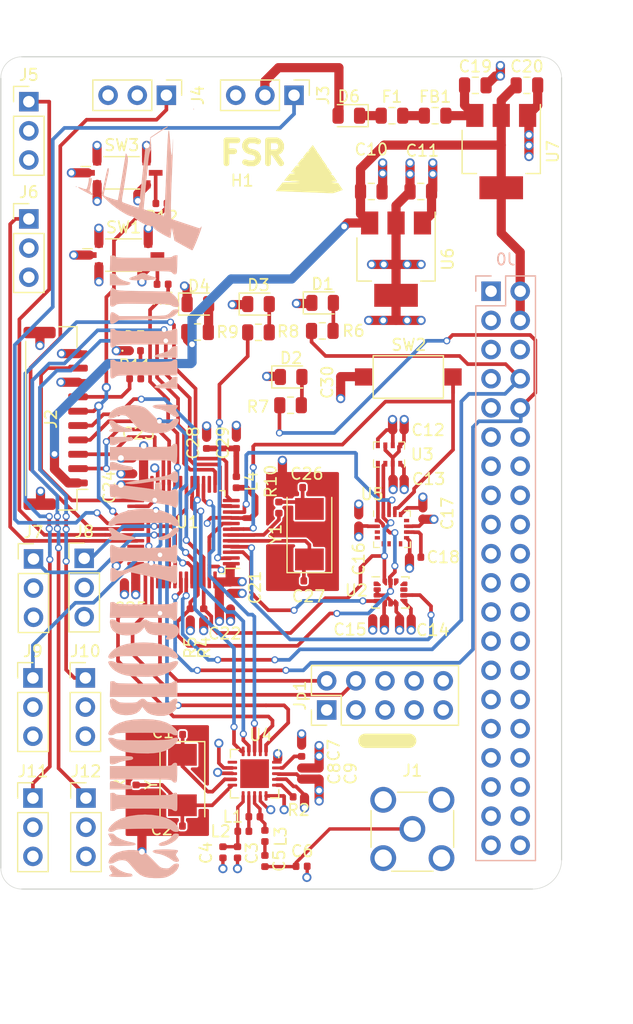
<source format=kicad_pcb>
(kicad_pcb (version 20171130) (host pcbnew "(5.1.6)-1")
  (title_block (title "Corinthians Flight System PCB") (date 2020-12-01) (rev 1) (company "Full Stack Robotics"))
  (layers (0 F.Cu signal) (1 Power_3.3v.Cu power hide) (2 Power_GND.Cu power hide) (31 B.Cu signal) (34 B.Paste user) (35 F.Paste user) (36 B.SilkS user) (37 F.SilkS user) (38 B.Mask user) (39 F.Mask user) (44 Edge.Cuts user))
  (net 0 "")
  (net 1 "Net-(C1-Pad2)")
  (net 2 GND)
  (net 3 "Net-(C2-Pad1)")
  (net 4 "Net-(C5-Pad2)")
  (net 5 "Net-(C5-Pad1)")
  (net 6 "Net-(C7-Pad1)")
  (net 7 "Net-(C18-Pad2)")
  (net 8 "Net-(C19-Pad1)")
  (net 9 +5VD)
  (net 10 "Net-(C26-Pad1)")
  (net 11 "Net-(C27-Pad2)")
  (net 12 "Net-(C28-Pad1)")
  (net 13 "Net-(D1-Pad2)")
  (net 14 "Net-(D2-Pad2)")
  (net 15 "Net-(D3-Pad2)")
  (net 16 "Net-(D4-Pad2)")
  (net 17 "Net-(D5-Pad2)")
  (net 18 "Net-(F1-Pad2)")
  (net 19 +5V)
  (net 20 "Net-(J0-Pad40)")
  (net 21 "Net-(J0-Pad38)")
  (net 22 "Net-(J0-Pad37)")
  (net 23 "Net-(J0-Pad36)")
  (net 24 "Net-(J0-Pad35)")
  (net 25 "Net-(J0-Pad33)")
  (net 26 "Net-(J0-Pad32)")
  (net 27 "Net-(J0-Pad31)")
  (net 28 "Net-(J0-Pad29)")
  (net 29 "Net-(J0-Pad28)")
  (net 30 "Net-(J0-Pad27)")
  (net 31 "Net-(J0-Pad26)")
  (net 32 "Net-(J0-Pad24)")
  (net 33 "Net-(J0-Pad23)")
  (net 34 "Net-(J0-Pad22)")
  (net 35 "Net-(J0-Pad21)")
  (net 36 "Net-(J0-Pad19)")
  (net 37 "Net-(J0-Pad18)")
  (net 38 "Net-(J0-Pad17)")
  (net 39 "Net-(J0-Pad16)")
  (net 40 "Net-(J0-Pad15)")
  (net 41 "Net-(J0-Pad13)")
  (net 42 "Net-(J0-Pad12)")
  (net 43 "Net-(J0-Pad11)")
  (net 44 TX)
  (net 45 RX)
  (net 46 "Net-(J0-Pad7)")
  (net 47 "Net-(J0-Pad5)")
  (net 48 "Net-(J0-Pad3)")
  (net 49 "Net-(J0-Pad1)")
  (net 50 BUZZ)
  (net 51 SW_LED)
  (net 52 SW_s)
  (net 53 SDA)
  (net 54 SCL)
  (net 55 RX2)
  (net 56 TX2)
  (net 57 PWM1-A)
  (net 58 "Net-(J4-Pad2)")
  (net 59 PWM1-B)
  (net 60 "Net-(J5-Pad2)")
  (net 61 PWM1-C)
  (net 62 "Net-(J6-Pad2)")
  (net 63 PWM1-D)
  (net 64 "Net-(J7-Pad2)")
  (net 65 PWM1-E)
  (net 66 "Net-(J8-Pad2)")
  (net 67 PWM1-F)
  (net 68 "Net-(J9-Pad2)")
  (net 69 PWM1-G)
  (net 70 "Net-(J10-Pad2)")
  (net 71 PWM2-A)
  (net 72 "Net-(J11-Pad2)")
  (net 73 PWM2-B)
  (net 74 "Net-(J12-Pad2)")
  (net 75 PWM2-C)
  (net 76 "Net-(Jp1-Pad10)")
  (net 77 "Net-(Jp1-Pad8)")
  (net 78 "Net-(Jp1-Pad7)")
  (net 79 "Net-(Jp1-Pad6)")
  (net 80 SWDCLK)
  (net 81 SWDIO)
  (net 82 "Net-(L1-Pad2)")
  (net 83 "Net-(L1-Pad1)")
  (net 84 +3.3VA)
  (net 85 "Net-(R2-Pad1)")
  (net 86 "Net-(R3-Pad2)")
  (net 87 BOOT0)
  (net 88 LEDs)
  (net 89 NRST)
  (net 90 MOSI)
  (net 91 MISO)
  (net 92 SCK)
  (net 93 "Net-(U1-Pad38)")
  (net 94 "Net-(U1-Pad33)")
  (net 95 "Net-(U1-Pad20)")
  (net 96 "Net-(U1-Pad19)")
  (net 97 CSN)
  (net 98 CE)
  (net 99 INT_C)
  (net 100 INT_IMU2)
  (net 101 INT_IMU)
  (net 102 "Net-(U2-Pad12)")
  (net 103 "Net-(U2-Pad11)")
  (net 104 "Net-(U2-Pad10)")
  (net 105 "Net-(U2-Pad1)")
  (net 106 "Net-(U4-Pad6)")
  (net 107 "Net-(U5-Pad12)")
  (net 108 "Net-(U5-Pad5)")
  (net 109 "Net-(U5-Pad7)")
  (net 110 "Net-(U5-Pad6)")
  (net 111 "Net-(U5-Pad8)")
  (net 112 "Net-(U5-Pad4)")
  (net 113 "Net-(U5-Pad3)")
  (net 114 "Net-(D6-Pad1)")
  (net 115 "Net-(C3-Pad2)")
  (net 116 "Net-(U1-Pad39)")
  (net 117 "Net-(U1-Pad14)")
  (net 118 "Net-(R10-Pad1)")
  (net 119 "Net-(R12-Pad2)")
  (module Logos:pcbLogo (layer F.Cu) (at 107.8484 130.3528)
    (fp_text reference G*** hide)
    (fp_text value LOGO hide)
  )
  (module Logos:pcbLogoFull (layer B.Cu) (at 92.6592 158.5976 270)
    (fp_text reference "" hide)
    (fp_text value LOGO hide)
  )
  (module Resistor_SMD:R_0805_2012Metric (layer F.Cu) (at 98.1178 144.526)
    (fp_text reference R9 (at 2.6186 0) (layer F.SilkS))
    (fp_text value 1K)
    (pad 2 smd roundrect (at 0.9375 0) (size 0.975 1.4) (layers F.Cu F.Paste F.Mask) (net 16 "Net-(D4-Pad2)"))
    (pad 1 smd roundrect (at -0.9375 0) (size 0.975 1.4) (layers F.Cu F.Paste F.Mask) (net 9 +5VD))
  )
  (module Resistor_SMD:R_0805_2012Metric (layer F.Cu) (at 103.4264 144.5514)
    (fp_text reference R8 (at 2.5932 -0.0762) (layer F.SilkS))
    (fp_text value 470)
    (pad 2 smd roundrect (at 0.9375 0) (size 0.975 1.4) (layers F.Cu F.Paste F.Mask) (net 15 "Net-(D3-Pad2)"))
    (pad 1 smd roundrect (at -0.9375 0) (size 0.975 1.4) (layers F.Cu F.Paste F.Mask) (net 88 LEDs))
  )
  (module Resistor_SMD:R_0805_2012Metric (layer F.Cu) (at 106.2228 150.9014)
    (fp_text reference R7 (at -2.8448 0.127) (layer F.SilkS))
    (fp_text value 470)
    (pad 2 smd roundrect (at 0.9375 0) (size 0.975 1.4) (layers F.Cu F.Paste F.Mask) (net 14 "Net-(D2-Pad2)"))
    (pad 1 smd roundrect (at -0.9375 0) (size 0.975 1.4) (layers F.Cu F.Paste F.Mask) (net 44 TX))
  )
  (module Resistor_SMD:R_0805_2012Metric (layer F.Cu) (at 108.989 144.4244)
    (fp_text reference R6 (at 2.7202 0) (layer F.SilkS))
    (fp_text value 470)
    (pad 2 smd roundrect (at 0.9375 0) (size 0.975 1.4) (layers F.Cu F.Paste F.Mask) (net 13 "Net-(D1-Pad2)"))
    (pad 1 smd roundrect (at -0.9375 0) (size 0.975 1.4) (layers F.Cu F.Paste F.Mask) (net 45 RX))
  )
  (module LED_SMD:LED_0805_2012Metric (layer F.Cu) (at 98.1456 142.0876)
    (fp_text reference D4 (at 0.1016 -1.5748) (layer F.SilkS))
    (fp_text value LEDp)
    (pad 2 smd roundrect (at 0.9375 0) (size 0.975 1.4) (layers F.Cu F.Paste F.Mask) (net 16 "Net-(D4-Pad2)"))
    (pad 1 smd roundrect (at -0.9375 0) (size 0.975 1.4) (layers F.Cu F.Paste F.Mask) (net 2 GND))
  )
  (module LED_SMD:LED_0805_2012Metric (layer F.Cu) (at 103.4288 142.0876)
    (fp_text reference D3 (at 0 -1.65) (layer F.SilkS))
    (fp_text value LEDs)
    (pad 2 smd roundrect (at 0.9375 0) (size 0.975 1.4) (layers F.Cu F.Paste F.Mask) (net 15 "Net-(D3-Pad2)"))
    (pad 1 smd roundrect (at -0.9375 0) (size 0.975 1.4) (layers F.Cu F.Paste F.Mask) (net 2 GND))
  )
  (module LED_SMD:LED_0805_2012Metric (layer F.Cu) (at 106.2736 148.4376)
    (fp_text reference D2 (at 0 -1.65) (layer F.SilkS))
    (fp_text value LED2)
    (pad 2 smd roundrect (at 0.9375 0) (size 0.975 1.4) (layers F.Cu F.Paste F.Mask) (net 14 "Net-(D2-Pad2)"))
    (pad 1 smd roundrect (at -0.9375 0) (size 0.975 1.4) (layers F.Cu F.Paste F.Mask) (net 2 GND))
  )
  (module LED_SMD:LED_0805_2012Metric (layer F.Cu) (at 109.0168 141.986)
    (fp_text reference D1 (at 0 -1.65) (layer F.SilkS))
    (fp_text value LED1)
    (pad 2 smd roundrect (at 0.9375 0) (size 0.975 1.4) (layers F.Cu F.Paste F.Mask) (net 13 "Net-(D1-Pad2)"))
    (pad 1 smd roundrect (at -0.9375 0) (size 0.975 1.4) (layers F.Cu F.Paste F.Mask) (net 2 GND))
  )
  (module Capacitor_SMD:C_0805_2012Metric (layer F.Cu) (at 126.8245 123.0376)
    (fp_text reference C20 (at 0 -1.65) (layer F.SilkS))
    (fp_text value 10uF)
    (pad 2 smd roundrect (at 0.9375 0) (size 0.975 1.4) (layers F.Cu F.Paste F.Mask) (net 2 GND))
    (pad 1 smd roundrect (at -0.9375 0) (size 0.975 1.4) (layers F.Cu F.Paste F.Mask) (net 9 +5VD))
  )
  (module Capacitor_SMD:C_0805_2012Metric (layer F.Cu) (at 122.3264 123.0376)
    (fp_text reference C19 (at 0 -1.65) (layer F.SilkS))
    (fp_text value 10uF)
    (pad 2 smd roundrect (at 0.9375 0) (size 0.975 1.4) (layers F.Cu F.Paste F.Mask) (net 2 GND))
    (pad 1 smd roundrect (at -0.9375 0) (size 0.975 1.4) (layers F.Cu F.Paste F.Mask) (net 8 "Net-(C19-Pad1)"))
  )
  (module Capacitor_SMD:C_0805_2012Metric (layer F.Cu) (at 117.5743 132.2832)
    (fp_text reference C11 (at 0.1293 -3.556) (layer F.SilkS))
    (fp_text value 10uF)
    (pad 2 smd roundrect (at 0.9375 0) (size 0.975 1.4) (layers F.Cu F.Paste F.Mask) (net 2 GND))
    (pad 1 smd roundrect (at -0.9375 0) (size 0.975 1.4) (layers F.Cu F.Paste F.Mask) (net 84 +3.3VA))
  )
  (module Capacitor_SMD:C_0805_2012Metric (layer F.Cu) (at 113.2609 132.2832)
    (fp_text reference C10 (at 0 -3.6576) (layer F.SilkS))
    (fp_text value 10uF)
    (pad 2 smd roundrect (at 0.9375 0) (size 0.975 1.4) (layers F.Cu F.Paste F.Mask) (net 2 GND))
    (pad 1 smd roundrect (at -0.9375 0) (size 0.975 1.4) (layers F.Cu F.Paste F.Mask) (net 9 +5VD))
  )
  (module Capacitor_SMD:C_0402_1005Metric (layer F.Cu) (at 110.5916 148.8948 90)
    (fp_text reference C30 (at 0 -1.17 90) (layer F.SilkS))
    (fp_text value 0.1uF)
    (pad 2 smd roundrect (at 0.485 0 90) (size 0.59 0.64) (layers F.Cu F.Paste F.Mask) (net 2 GND))
    (pad 1 smd roundrect (at -0.485 0 90) (size 0.59 0.64) (layers F.Cu F.Paste F.Mask) (net 2 GND))
  )
  (module Diode_SMD:D_0805_2012Metric (layer F.Cu) (at 111.3028 125.6792 180)
    (fp_text reference D6 (at 0 1.6764) (layer F.SilkS))
    (fp_text value B5819W)
    (pad 2 smd roundrect (at 0.9375 0 180) (size 0.975 1.4) (layers F.Cu F.Paste F.Mask) (net 19 +5V))
    (pad 1 smd roundrect (at -0.9375 0 180) (size 0.975 1.4) (layers F.Cu F.Paste F.Mask) (net 114 "Net-(D6-Pad1)"))
  )
  (module Fuse:Fuse_0805_2012Metric (layer F.Cu) (at 115.062 125.6792)
    (fp_text reference F1 (at 0 -1.65) (layer F.SilkS))
    (fp_text value 3A)
    (pad 2 smd roundrect (at 0.9375 0) (size 0.975 1.4) (layers F.Cu F.Paste F.Mask) (net 18 "Net-(F1-Pad2)"))
    (pad 1 smd roundrect (at -0.9375 0) (size 0.975 1.4) (layers F.Cu F.Paste F.Mask) (net 114 "Net-(D6-Pad1)"))
  )
  (module Inductor_SMD:L_0805_2012Metric (layer F.Cu) (at 118.8212 125.6792)
    (fp_text reference FB1 (at 0 -1.65) (layer F.SilkS))
    (fp_text value 100@100MHz)
    (pad 2 smd roundrect (at 0.9375 0) (size 0.975 1.4) (layers F.Cu F.Paste F.Mask) (net 8 "Net-(C19-Pad1)"))
    (pad 1 smd roundrect (at -0.9375 0) (size 0.975 1.4) (layers F.Cu F.Paste F.Mask) (net 18 "Net-(F1-Pad2)"))
  )
  (module MountingHole:MountingHole_3.2mm_M3 (layer F.Cu) (at 102.0064 135.5344)
    (fp_text reference H1 (at 0 -4.2) (layer F.SilkS))
    (fp_text value MountingHole)
    (pad 1 np_thru_hole circle (at 0 0) (size 3.2 3.2) (drill 3.2) (layers *.Cu *.Mask))
  )
  (module Connector_PinHeader_2.54mm:PinHeader_2x05_P2.54mm_Vertical (layer F.Cu) (at 109.3724 177.4444 90)
    (fp_text reference Jp1 (at 1.27 -2.33 90) (layer F.SilkS))
    (fp_text value JTAG_SWD)
    (pad 10 thru_hole oval (at 2.54 10.16 90) (size 1.7 1.7) (drill 1) (layers *.Cu *.Mask) (net 76 "Net-(Jp1-Pad10)"))
    (pad 9 thru_hole oval (at 0 10.16 90) (size 1.7 1.7) (drill 1) (layers *.Cu *.Mask) (net 2 GND))
    (pad 8 thru_hole oval (at 2.54 7.62 90) (size 1.7 1.7) (drill 1) (layers *.Cu *.Mask) (net 77 "Net-(Jp1-Pad8)"))
    (pad 7 thru_hole oval (at 0 7.62 90) (size 1.7 1.7) (drill 1) (layers *.Cu *.Mask) (net 78 "Net-(Jp1-Pad7)"))
    (pad 6 thru_hole oval (at 2.54 5.08 90) (size 1.7 1.7) (drill 1) (layers *.Cu *.Mask) (net 79 "Net-(Jp1-Pad6)"))
    (pad 5 thru_hole oval (at 0 5.08 90) (size 1.7 1.7) (drill 1) (layers *.Cu *.Mask) (net 2 GND))
    (pad 4 thru_hole oval (at 2.54 2.54 90) (size 1.7 1.7) (drill 1) (layers *.Cu *.Mask) (net 80 SWDCLK))
    (pad 3 thru_hole oval (at 0 2.54 90) (size 1.7 1.7) (drill 1) (layers *.Cu *.Mask) (net 2 GND))
    (pad 2 thru_hole oval (at 2.54 0 90) (size 1.7 1.7) (drill 1) (layers *.Cu *.Mask) (net 81 SWDIO))
    (pad 1 thru_hole rect (at 0 0 90) (size 1.7 1.7) (drill 1) (layers *.Cu *.Mask) (net 84 +3.3VA))
  )
  (module Connector_Coaxial:SMA_Molex_73251-2200_Horizontal (layer F.Cu) (at 116.84 187.8076 180)
    (fp_text reference J1 (at 0 5.08 180) (layer F.SilkS))
    (fp_text value "50ohm Coaxial Ant")
    (pad 2 thru_hole circle (at -2.54 2.54 180) (size 2.25 2.25) (drill 1.5) (layers *.Cu *.Mask) (net 2 GND))
    (pad 2 thru_hole circle (at -2.54 -2.54 180) (size 2.25 2.25) (drill 1.5) (layers *.Cu *.Mask) (net 2 GND))
    (pad 2 thru_hole circle (at 2.54 -2.54 180) (size 2.25 2.25) (drill 1.5) (layers *.Cu *.Mask) (net 2 GND))
    (pad 2 thru_hole circle (at 2.54 2.54 270) (size 2.25 2.25) (drill 1.5) (layers *.Cu *.Mask) (net 2 GND))
    (pad 1 thru_hole circle (at 0 0 180) (size 2.25 2.25) (drill 1.5) (layers *.Cu *.Mask) (net 4 "Net-(C5-Pad2)"))
  )
  (module Crystal:Crystal_SMD_0603-2Pin_6.0x3.5mm (layer F.Cu) (at 96.79686 183.54766 270)
    (fp_text reference Y2 (at -0.05806 2.71526 90) (layer F.SilkS))
    (fp_text value 16Mhz)
    (pad 2 smd rect (at 2.2 0 270) (size 1.9 2.5) (layers F.Cu F.Paste F.Mask) (net 3 "Net-(C2-Pad1)"))
    (pad 1 smd rect (at -2.2 0 270) (size 1.9 2.5) (layers F.Cu F.Paste F.Mask) (net 1 "Net-(C1-Pad2)"))
  )
  (module Crystal:Crystal_SMD_0603-2Pin_6.0x3.5mm (layer F.Cu) (at 107.86618 162.13074 90)
    (fp_text reference Y1 (at 0 -2.95 90) (layer F.SilkS))
    (fp_text value 8Mhz)
    (pad 2 smd rect (at 2.2 0 90) (size 1.9 2.5) (layers F.Cu F.Paste F.Mask) (net 10 "Net-(C26-Pad1)"))
    (pad 1 smd rect (at -2.2 0 90) (size 1.9 2.5) (layers F.Cu F.Paste F.Mask) (net 11 "Net-(C27-Pad2)"))
  )
  (module Package_TO_SOT_SMD:SOT-223-3_TabPin2 (layer F.Cu) (at 124.58446 128.80808 270)
    (fp_text reference U7 (at 0 -4.5 90) (layer F.SilkS))
    (fp_text value AMS1117-5.0)
    (pad 1 smd rect (at -3.15 -2.3 270) (size 2 1.5) (layers F.Cu F.Paste F.Mask) (net 2 GND))
    (pad 3 smd rect (at -3.15 2.3 270) (size 2 1.5) (layers F.Cu F.Paste F.Mask) (net 8 "Net-(C19-Pad1)"))
    (pad 2 smd rect (at -3.15 0 270) (size 2 1.5) (layers F.Cu F.Paste F.Mask) (net 9 +5VD))
    (pad 2 smd rect (at 3.15 0 270) (size 2 3.8) (layers F.Cu F.Paste F.Mask) (net 9 +5VD))
  )
  (module Package_TO_SOT_SMD:SOT-223-3_TabPin2 (layer F.Cu) (at 115.4176 138.1756 270)
    (fp_text reference U6 (at 0 -4.5 90) (layer F.SilkS))
    (fp_text value AMS1117-3.3)
    (pad 1 smd rect (at -3.15 -2.3 270) (size 2 1.5) (layers F.Cu F.Paste F.Mask) (net 2 GND))
    (pad 3 smd rect (at -3.15 2.3 270) (size 2 1.5) (layers F.Cu F.Paste F.Mask) (net 9 +5VD))
    (pad 2 smd rect (at -3.15 0 270) (size 2 1.5) (layers F.Cu F.Paste F.Mask) (net 84 +3.3VA))
    (pad 2 smd rect (at 3.15 0 270) (size 2 3.8) (layers F.Cu F.Paste F.Mask) (net 84 +3.3VA))
  )
  (module Package_LGA:LGA-16_3x3mm_P0.5mm (layer F.Cu) (at 115.062 161.69386)
    (fp_text reference U5 (at -1.7272 -3.04546) (layer F.SilkS))
    (fp_text value IST8310)
    (pad 10 smd rect (at 1.275 0.25 90) (size 0.3 0.45) (layers F.Cu F.Paste F.Mask) (net 7 "Net-(C18-Pad2)"))
    (pad 11 smd rect (at 1.275 -0.25 90) (size 0.3 0.45) (layers F.Cu F.Paste F.Mask) (net 2 GND))
    (pad 12 smd rect (at 1.275 -0.75 90) (size 0.3 0.45) (layers F.Cu F.Paste F.Mask) (net 107 "Net-(U5-Pad12)"))
    (pad 9 smd rect (at 1.275 0.75 90) (size 0.3 0.45) (layers F.Cu F.Paste F.Mask) (net 2 GND))
    (pad 5 smd rect (at -0.75 1.275) (size 0.3 0.45) (layers F.Cu F.Paste F.Mask) (net 108 "Net-(U5-Pad5)"))
    (pad 7 smd rect (at 0.25 1.275) (size 0.3 0.45) (layers F.Cu F.Paste F.Mask) (net 109 "Net-(U5-Pad7)"))
    (pad 6 smd rect (at -0.25 1.275) (size 0.3 0.45) (layers F.Cu F.Paste F.Mask) (net 110 "Net-(U5-Pad6)"))
    (pad 8 smd rect (at 0.75 1.275) (size 0.3 0.45) (layers F.Cu F.Paste F.Mask) (net 111 "Net-(U5-Pad8)"))
    (pad 4 smd rect (at -1.275 0.75 90) (size 0.3 0.45) (layers F.Cu F.Paste F.Mask) (net 112 "Net-(U5-Pad4)"))
    (pad 3 smd rect (at -1.275 0.25 90) (size 0.3 0.45) (layers F.Cu F.Paste F.Mask) (net 113 "Net-(U5-Pad3)"))
    (pad 2 smd rect (at -1.275 -0.25 90) (size 0.3 0.45) (layers F.Cu F.Paste F.Mask) (net 84 +3.3VA))
    (pad 1 smd rect (at -1.275 -0.75 90) (size 0.3 0.45) (layers F.Cu F.Paste F.Mask) (net 54 SCL))
    (pad 14 smd rect (at 0.25 -1.275) (size 0.3 0.45) (layers F.Cu F.Paste F.Mask) (net 89 NRST))
    (pad 15 smd rect (at -0.25 -1.275) (size 0.3 0.45) (layers F.Cu F.Paste F.Mask) (net 99 INT_C))
    (pad 16 smd rect (at -0.75 -1.275) (size 0.3 0.45) (layers F.Cu F.Paste F.Mask) (net 53 SDA))
    (pad 13 smd rect (at 0.75 -1.275) (size 0.3 0.45) (layers F.Cu F.Paste F.Mask) (net 84 +3.3VA))
  )
  (module Package_DFN_QFN:QFN-20-1EP_4x4mm_P0.5mm_EP2.5x2.5mm (layer F.Cu) (at 103.08844 182.99176 270)
    (fp_text reference U4 (at -3.36296 -0.54356 180) (layer F.SilkS))
    (fp_text value NRF24L01)
    (pad 21 smd rect (at 0 0 270) (size 2.5 2.5) (layers F.Cu F.Mask))
    (pad 20 smd roundrect (at -1 -1.9375 270) (size 0.25 0.825) (layers F.Cu F.Paste F.Mask) (net 2 GND))
    (pad 19 smd roundrect (at -0.5 -1.9375 270) (size 0.25 0.825) (layers F.Cu F.Paste F.Mask) (net 6 "Net-(C7-Pad1)"))
    (pad 18 smd roundrect (at 0 -1.9375 270) (size 0.25 0.825) (layers F.Cu F.Paste F.Mask) (net 84 +3.3VA))
    (pad 17 smd roundrect (at 0.5 -1.9375 270) (size 0.25 0.825) (layers F.Cu F.Paste F.Mask) (net 2 GND))
    (pad 16 smd roundrect (at 1 -1.9375 270) (size 0.25 0.825) (layers F.Cu F.Paste F.Mask) (net 85 "Net-(R2-Pad1)"))
    (pad 15 smd roundrect (at 1.9375 -1 270) (size 0.825 0.25) (layers F.Cu F.Paste F.Mask) (net 84 +3.3VA))
    (pad 14 smd roundrect (at 1.9375 -0.5 270) (size 0.825 0.25) (layers F.Cu F.Paste F.Mask) (net 2 GND))
    (pad 13 smd roundrect (at 1.9375 0 270) (size 0.825 0.25) (layers F.Cu F.Paste F.Mask) (net 82 "Net-(L1-Pad2)"))
    (pad 12 smd roundrect (at 1.9375 0.5 270) (size 0.825 0.25) (layers F.Cu F.Paste F.Mask) (net 83 "Net-(L1-Pad1)"))
    (pad 11 smd roundrect (at 1.9375 1 270) (size 0.825 0.25) (layers F.Cu F.Paste F.Mask) (net 115 "Net-(C3-Pad2)"))
    (pad 10 smd roundrect (at 1 1.9375 270) (size 0.25 0.825) (layers F.Cu F.Paste F.Mask) (net 3 "Net-(C2-Pad1)"))
    (pad 9 smd roundrect (at 0.5 1.9375 270) (size 0.25 0.825) (layers F.Cu F.Paste F.Mask) (net 1 "Net-(C1-Pad2)"))
    (pad 8 smd roundrect (at 0 1.9375 270) (size 0.25 0.825) (layers F.Cu F.Paste F.Mask) (net 2 GND))
    (pad 7 smd roundrect (at -0.5 1.9375 270) (size 0.25 0.825) (layers F.Cu F.Paste F.Mask) (net 84 +3.3VA))
    (pad 6 smd roundrect (at -1 1.9375 270) (size 0.25 0.825) (layers F.Cu F.Paste F.Mask) (net 106 "Net-(U4-Pad6)"))
    (pad 5 smd roundrect (at -1.9375 1 270) (size 0.825 0.25) (layers F.Cu F.Paste F.Mask) (net 91 MISO))
    (pad 4 smd roundrect (at -1.9375 0.5 270) (size 0.825 0.25) (layers F.Cu F.Paste F.Mask) (net 90 MOSI))
    (pad 3 smd roundrect (at -1.9375 0 270) (size 0.825 0.25) (layers F.Cu F.Paste F.Mask) (net 92 SCK))
    (pad 2 smd roundrect (at -1.9375 -0.5 270) (size 0.825 0.25) (layers F.Cu F.Paste F.Mask) (net 97 CSN))
    (pad 1 smd roundrect (at -1.9375 -1 270) (size 0.825 0.25) (layers F.Cu F.Paste F.Mask) (net 98 CE))
  )
  (module Package_LGA:Bosch_LGA-8_2x2.5mm_P0.65mm_ClockwisePinNumbering (layer F.Cu) (at 114.808 155.19146 180)
    (fp_text reference U3 (at -2.8956 -0.00254) (layer F.SilkS))
    (fp_text value BMP280)
    (pad 8 smd rect (at -0.975 0.8 270) (size 0.5 0.35) (layers F.Cu F.Paste F.Mask) (net 84 +3.3VA))
    (pad 2 smd rect (at -0.325 -0.8 270) (size 0.5 0.35) (layers F.Cu F.Paste F.Mask) (net 84 +3.3VA))
    (pad 3 smd rect (at 0.325 -0.8 270) (size 0.5 0.35) (layers F.Cu F.Paste F.Mask) (net 53 SDA))
    (pad 4 smd rect (at 0.975 -0.8 270) (size 0.5 0.35) (layers F.Cu F.Paste F.Mask) (net 54 SCL))
    (pad 7 smd rect (at -0.325 0.8 270) (size 0.5 0.35) (layers F.Cu F.Paste F.Mask) (net 2 GND))
    (pad 6 smd rect (at 0.325 0.8 270) (size 0.5 0.35) (layers F.Cu F.Paste F.Mask) (net 84 +3.3VA))
    (pad 5 smd rect (at 0.975 0.8 270) (size 0.5 0.35) (layers F.Cu F.Paste F.Mask) (net 2 GND))
    (pad 1 smd rect (at -0.975 -0.8 270) (size 0.5 0.35) (layers F.Cu F.Paste F.Mask) (net 2 GND))
  )
  (module Package_LGA:LGA-14_3x2.5mm_P0.5mm_LayoutBorder3x4y (layer F.Cu) (at 114.935 167.20566)
    (fp_text reference U2 (at -2.9718 -0.17526) (layer F.SilkS))
    (fp_text value LSM6DS3)
    (pad 14 smd custom (at -0.5 -0.9125) (size 0.223223 0.223223) (layers F.Cu F.Paste F.Mask) (net 53 SDA) (options (clearance outline) (anchor circle)) (primitives (gr_poly (pts (xy -0.125 -0.2375) (xy 0.125 -0.2375) (xy 0.125 0.2375) (xy 0.081066 0.2375) (xy -0.125 0.031434)) (width 0.15))))
    (pad 13 smd roundrect (at 0 -0.9125) (size 0.4 0.625) (layers F.Cu F.Paste F.Mask) (net 54 SCL))
    (pad 12 smd custom (at 0.5 -0.9125) (size 0.223223 0.223223) (layers F.Cu F.Paste F.Mask) (net 102 "Net-(U2-Pad12)") (options (clearance outline) (anchor circle)) (primitives (gr_poly (pts (xy -0.125 -0.2375) (xy 0.125 -0.2375) (xy 0.125 0.031434) (xy -0.081066 0.2375) (xy -0.125 0.2375)) (width 0.15))))
    (pad 11 smd custom (at 1.1625 -0.75) (size 0.223223 0.223223) (layers F.Cu F.Paste F.Mask) (net 103 "Net-(U2-Pad11)") (options (clearance outline) (anchor circle)) (primitives (gr_poly (pts (xy -0.2375 0.081066) (xy -0.031434 -0.125) (xy 0.2375 -0.125) (xy 0.2375 0.125) (xy -0.2375 0.125)) (width 0.15))))
    (pad 10 smd roundrect (at 1.1625 -0.25) (size 0.625 0.4) (layers F.Cu F.Paste F.Mask) (net 104 "Net-(U2-Pad10)"))
    (pad 9 smd roundrect (at 1.1625 0.25) (size 0.625 0.4) (layers F.Cu F.Paste F.Mask) (net 100 INT_IMU2))
    (pad 8 smd custom (at 1.1625 0.75) (size 0.223223 0.223223) (layers F.Cu F.Paste F.Mask) (net 84 +3.3VA) (options (clearance outline) (anchor circle)) (primitives (gr_poly (pts (xy -0.2375 -0.125) (xy 0.2375 -0.125) (xy 0.2375 0.125) (xy -0.031434 0.125) (xy -0.2375 -0.081066)) (width 0.15))))
    (pad 7 smd custom (at 0.5 0.9125) (size 0.223223 0.223223) (layers F.Cu F.Paste F.Mask) (net 2 GND) (options (clearance outline) (anchor circle)) (primitives (gr_poly (pts (xy -0.125 -0.2375) (xy -0.081066 -0.2375) (xy 0.125 -0.031434) (xy 0.125 0.2375) (xy -0.125 0.2375)) (width 0.15))))
    (pad 6 smd roundrect (at 0 0.9125) (size 0.4 0.625) (layers F.Cu F.Paste F.Mask) (net 2 GND))
    (pad 5 smd custom (at -0.5 0.9125) (size 0.223223 0.223223) (layers F.Cu F.Paste F.Mask) (net 84 +3.3VA) (options (clearance outline) (anchor circle)) (primitives (gr_poly (pts (xy -0.125 -0.031434) (xy 0.081066 -0.2375) (xy 0.125 -0.2375) (xy 0.125 0.2375) (xy -0.125 0.2375)) (width 0.15))))
    (pad 4 smd custom (at -1.1625 0.75) (size 0.223223 0.223223) (layers F.Cu F.Paste F.Mask) (net 101 INT_IMU) (options (clearance outline) (anchor circle)) (primitives (gr_poly (pts (xy -0.2375 -0.125) (xy 0.2375 -0.125) (xy 0.2375 -0.081066) (xy 0.031434 0.125) (xy -0.2375 0.125)) (width 0.15))))
    (pad 3 smd roundrect (at -1.1625 0.25) (size 0.625 0.4) (layers F.Cu F.Paste F.Mask) (net 2 GND))
    (pad 2 smd roundrect (at -1.1625 -0.25) (size 0.625 0.4) (layers F.Cu F.Paste F.Mask) (net 2 GND))
    (pad 1 smd custom (at -1.1625 -0.75) (size 0.223223 0.223223) (layers F.Cu F.Paste F.Mask) (net 105 "Net-(U2-Pad1)") (options (clearance outline) (anchor circle)) (primitives (gr_poly (pts (xy -0.2375 -0.125) (xy 0.031434 -0.125) (xy 0.2375 0.081066) (xy 0.2375 0.125) (xy -0.2375 0.125)) (width 0.15))))
  )
  (module Package_QFP:LQFP-48_7x7mm_P0.5mm (layer F.Cu) (at 96.89338 161.95294 180)
    (fp_text reference U1 (at -0.33782 0.86614) (layer F.SilkS))
    (fp_text value STM32F103C8Tx)
    (pad 48 smd roundrect (at -2.75 -4.1625 180) (size 0.3 1.475) (layers F.Cu F.Paste F.Mask) (net 84 +3.3VA))
    (pad 47 smd roundrect (at -2.25 -4.1625 180) (size 0.3 1.475) (layers F.Cu F.Paste F.Mask) (net 2 GND))
    (pad 46 smd roundrect (at -1.75 -4.1625 180) (size 0.3 1.475) (layers F.Cu F.Paste F.Mask) (net 53 SDA))
    (pad 45 smd roundrect (at -1.25 -4.1625 180) (size 0.3 1.475) (layers F.Cu F.Paste F.Mask) (net 54 SCL))
    (pad 44 smd roundrect (at -0.75 -4.1625 180) (size 0.3 1.475) (layers F.Cu F.Paste F.Mask) (net 87 BOOT0))
    (pad 43 smd roundrect (at -0.25 -4.1625 180) (size 0.3 1.475) (layers F.Cu F.Paste F.Mask) (net 45 RX))
    (pad 42 smd roundrect (at 0.25 -4.1625 180) (size 0.3 1.475) (layers F.Cu F.Paste F.Mask) (net 44 TX))
    (pad 41 smd roundrect (at 0.75 -4.1625 180) (size 0.3 1.475) (layers F.Cu F.Paste F.Mask) (net 67 PWM1-F))
    (pad 40 smd roundrect (at 1.25 -4.1625 180) (size 0.3 1.475) (layers F.Cu F.Paste F.Mask) (net 65 PWM1-E))
    (pad 39 smd roundrect (at 1.75 -4.1625 180) (size 0.3 1.475) (layers F.Cu F.Paste F.Mask) (net 116 "Net-(U1-Pad39)"))
    (pad 38 smd roundrect (at 2.25 -4.1625 180) (size 0.3 1.475) (layers F.Cu F.Paste F.Mask) (net 93 "Net-(U1-Pad38)"))
    (pad 37 smd roundrect (at 2.75 -4.1625 180) (size 0.3 1.475) (layers F.Cu F.Paste F.Mask) (net 80 SWDCLK))
    (pad 36 smd roundrect (at 4.1625 -2.75 180) (size 1.475 0.3) (layers F.Cu F.Paste F.Mask) (net 84 +3.3VA))
    (pad 35 smd roundrect (at 4.1625 -2.25 180) (size 1.475 0.3) (layers F.Cu F.Paste F.Mask) (net 2 GND))
    (pad 34 smd roundrect (at 4.1625 -1.75 180) (size 1.475 0.3) (layers F.Cu F.Paste F.Mask) (net 81 SWDIO))
    (pad 33 smd roundrect (at 4.1625 -1.25 180) (size 1.475 0.3) (layers F.Cu F.Paste F.Mask) (net 94 "Net-(U1-Pad33)"))
    (pad 32 smd roundrect (at 4.1625 -0.75 180) (size 1.475 0.3) (layers F.Cu F.Paste F.Mask) (net 63 PWM1-D))
    (pad 31 smd roundrect (at 4.1625 -0.25 180) (size 1.475 0.3) (layers F.Cu F.Paste F.Mask) (net 61 PWM1-C))
    (pad 30 smd roundrect (at 4.1625 0.25 180) (size 1.475 0.3) (layers F.Cu F.Paste F.Mask) (net 59 PWM1-B))
    (pad 29 smd roundrect (at 4.1625 0.75 180) (size 1.475 0.3) (layers F.Cu F.Paste F.Mask) (net 57 PWM1-A))
    (pad 28 smd roundrect (at 4.1625 1.25 180) (size 1.475 0.3) (layers F.Cu F.Paste F.Mask) (net 52 SW_s))
    (pad 27 smd roundrect (at 4.1625 1.75 180) (size 1.475 0.3) (layers F.Cu F.Paste F.Mask) (net 97 CSN))
    (pad 26 smd roundrect (at 4.1625 2.25 180) (size 1.475 0.3) (layers F.Cu F.Paste F.Mask) (net 98 CE))
    (pad 25 smd roundrect (at 4.1625 2.75 180) (size 1.475 0.3) (layers F.Cu F.Paste F.Mask) (net 50 BUZZ))
    (pad 24 smd roundrect (at 2.75 4.1625 180) (size 0.3 1.475) (layers F.Cu F.Paste F.Mask) (net 84 +3.3VA))
    (pad 23 smd roundrect (at 2.25 4.1625 180) (size 0.3 1.475) (layers F.Cu F.Paste F.Mask) (net 2 GND))
    (pad 22 smd roundrect (at 1.75 4.1625 180) (size 0.3 1.475) (layers F.Cu F.Paste F.Mask) (net 55 RX2))
    (pad 21 smd roundrect (at 1.25 4.1625 180) (size 0.3 1.475) (layers F.Cu F.Paste F.Mask) (net 56 TX2))
    (pad 20 smd roundrect (at 0.75 4.1625 180) (size 0.3 1.475) (layers F.Cu F.Paste F.Mask) (net 95 "Net-(U1-Pad20)"))
    (pad 19 smd roundrect (at 0.25 4.1625 180) (size 0.3 1.475) (layers F.Cu F.Paste F.Mask) (net 96 "Net-(U1-Pad19)"))
    (pad 18 smd roundrect (at -0.25 4.1625 180) (size 0.3 1.475) (layers F.Cu F.Paste F.Mask) (net 69 PWM1-G))
    (pad 17 smd roundrect (at -0.75 4.1625 180) (size 0.3 1.475) (layers F.Cu F.Paste F.Mask) (net 90 MOSI))
    (pad 16 smd roundrect (at -1.25 4.1625 180) (size 0.3 1.475) (layers F.Cu F.Paste F.Mask) (net 91 MISO))
    (pad 15 smd roundrect (at -1.75 4.1625 180) (size 0.3 1.475) (layers F.Cu F.Paste F.Mask) (net 92 SCK))
    (pad 14 smd roundrect (at -2.25 4.1625 180) (size 0.3 1.475) (layers F.Cu F.Paste F.Mask) (net 117 "Net-(U1-Pad14)"))
    (pad 13 smd roundrect (at -2.75 4.1625 180) (size 0.3 1.475) (layers F.Cu F.Paste F.Mask) (net 75 PWM2-C))
    (pad 12 smd roundrect (at -4.1625 2.75 180) (size 1.475 0.3) (layers F.Cu F.Paste F.Mask) (net 73 PWM2-B))
    (pad 11 smd roundrect (at -4.1625 2.25 180) (size 1.475 0.3) (layers F.Cu F.Paste F.Mask) (net 71 PWM2-A))
    (pad 10 smd roundrect (at -4.1625 1.75 180) (size 1.475 0.3) (layers F.Cu F.Paste F.Mask) (net 99 INT_C))
    (pad 9 smd roundrect (at -4.1625 1.25 180) (size 1.475 0.3) (layers F.Cu F.Paste F.Mask) (net 84 +3.3VA))
    (pad 8 smd roundrect (at -4.1625 0.75 180) (size 1.475 0.3) (layers F.Cu F.Paste F.Mask) (net 2 GND))
    (pad 7 smd roundrect (at -4.1625 0.25 180) (size 1.475 0.3) (layers F.Cu F.Paste F.Mask) (net 89 NRST))
    (pad 6 smd roundrect (at -4.1625 -0.25 180) (size 1.475 0.3) (layers F.Cu F.Paste F.Mask) (net 118 "Net-(R10-Pad1)"))
    (pad 5 smd roundrect (at -4.1625 -0.75 180) (size 1.475 0.3) (layers F.Cu F.Paste F.Mask) (net 11 "Net-(C27-Pad2)"))
    (pad 4 smd roundrect (at -4.1625 -1.25 180) (size 1.475 0.3) (layers F.Cu F.Paste F.Mask) (net 100 INT_IMU2))
    (pad 3 smd roundrect (at -4.1625 -1.75 180) (size 1.475 0.3) (layers F.Cu F.Paste F.Mask) (net 101 INT_IMU))
    (pad 2 smd roundrect (at -4.1625 -2.25 180) (size 1.475 0.3) (layers F.Cu F.Paste F.Mask) (net 88 LEDs))
    (pad 1 smd roundrect (at -4.1625 -2.75 180) (size 1.475 0.3) (layers F.Cu F.Paste F.Mask) (net 84 +3.3VA))
  )
  (module Button_Switch_SMD:SW_DIP_SPSTx01_Slide_Copal_CVS-01xB_W5.9mm_P1mm (layer F.Cu) (at 91.5162 130.6576)
    (fp_text reference SW3 (at 0 -2.41) (layer F.SilkS))
    (fp_text value SW_s)
    (pad 3 smd rect (at 2.15 1) (size 0.7 0.7) (layers F.Cu F.Paste F.Mask) (net 2 GND))
    (pad 3 smd rect (at -2.15 1) (size 0.7 0.7) (layers F.Cu F.Paste F.Mask) (net 2 GND))
    (pad 3 smd rect (at 2.15 -1) (size 0.7 0.7) (layers F.Cu F.Paste F.Mask) (net 2 GND))
    (pad 3 smd rect (at -2.15 -1) (size 0.7 0.7) (layers F.Cu F.Paste F.Mask) (net 2 GND))
    (pad 2 smd rect (at 2.95 0) (size 1.2 0.5) (layers F.Cu F.Paste F.Mask) (net 119 "Net-(R12-Pad2)"))
    (pad 1 smd rect (at -2.95 0) (size 1.2 0.5) (layers F.Cu F.Paste F.Mask) (net 84 +3.3VA))
  )
  (module Button_Switch_SMD:SW_SPST_CK_RS282G05A3 (layer F.Cu) (at 116.4844 148.4376)
    (fp_text reference SW2 (at 0.0508 -2.794) (layer F.SilkS))
    (fp_text value SW_DIP_x01)
    (pad 2 smd rect (at 3.9 0) (size 1.5 1.5) (layers F.Cu F.Paste F.Mask) (net 89 NRST))
    (pad 1 smd rect (at -3.9 0) (size 1.5 1.5) (layers F.Cu F.Paste F.Mask) (net 2 GND))
  )
  (module Button_Switch_SMD:SW_DIP_SPSTx01_Slide_Copal_CVS-01xB_W5.9mm_P1mm (layer F.Cu) (at 91.6686 137.8204)
    (fp_text reference SW1 (at 0 -2.41) (layer F.SilkS))
    (fp_text value BootSW)
    (pad 3 smd rect (at 2.15 1) (size 0.7 0.7) (layers F.Cu F.Paste F.Mask) (net 2 GND))
    (pad 3 smd rect (at -2.15 1) (size 0.7 0.7) (layers F.Cu F.Paste F.Mask) (net 2 GND))
    (pad 3 smd rect (at 2.15 -1) (size 0.7 0.7) (layers F.Cu F.Paste F.Mask) (net 2 GND))
    (pad 3 smd rect (at -2.15 -1) (size 0.7 0.7) (layers F.Cu F.Paste F.Mask) (net 2 GND))
    (pad 2 smd rect (at 2.95 0) (size 1.2 0.5) (layers F.Cu F.Paste F.Mask) (net 86 "Net-(R3-Pad2)"))
    (pad 1 smd rect (at -2.95 0) (size 1.2 0.5) (layers F.Cu F.Paste F.Mask) (net 84 +3.3VA))
  )
  (module Resistor_SMD:R_0402_1005Metric (layer F.Cu) (at 94.9706 133.3246 180)
    (fp_text reference R12 (at 0 -1.17) (layer F.SilkS))
    (fp_text value 10K)
    (pad 2 smd roundrect (at 0.485 0 180) (size 0.59 0.64) (layers F.Cu F.Paste F.Mask) (net 119 "Net-(R12-Pad2)"))
    (pad 1 smd roundrect (at -0.485 0 180) (size 0.59 0.64) (layers F.Cu F.Paste F.Mask) (net 52 SW_s))
  )
  (module Resistor_SMD:R_0402_1005Metric (layer F.Cu) (at 92.6822 148.59)
    (fp_text reference R11 (at 0 -1.17) (layer F.SilkS))
    (fp_text value 470)
    (pad 2 smd roundrect (at 0.485 0) (size 0.59 0.64) (layers F.Cu F.Paste F.Mask) (net 17 "Net-(D5-Pad2)"))
    (pad 1 smd roundrect (at -0.485 0) (size 0.59 0.64) (layers F.Cu F.Paste F.Mask) (net 51 SW_LED))
  )
  (module Resistor_SMD:R_0402_1005Metric (layer F.Cu) (at 105.2068 159.8168 90)
    (fp_text reference R10 (at 2.286 -0.7112 90) (layer F.SilkS))
    (fp_text value ....)
    (pad 2 smd roundrect (at 0.485 0 90) (size 0.59 0.64) (layers F.Cu F.Paste F.Mask) (net 10 "Net-(C26-Pad1)"))
    (pad 1 smd roundrect (at -0.485 0 90) (size 0.59 0.64) (layers F.Cu F.Paste F.Mask) (net 118 "Net-(R10-Pad1)"))
  )
  (module Resistor_SMD:R_0402_1005Metric (layer F.Cu) (at 97.4852 169.1132 90)
    (fp_text reference R5 (at -2.8956 0 90) (layer F.SilkS))
    (fp_text value 4.7K)
    (pad 2 smd roundrect (at 0.485 0 90) (size 0.59 0.64) (layers F.Cu F.Paste F.Mask) (net 54 SCL))
    (pad 1 smd roundrect (at -0.485 0 90) (size 0.59 0.64) (layers F.Cu F.Paste F.Mask) (net 84 +3.3VA))
  )
  (module Resistor_SMD:R_0402_1005Metric (layer F.Cu) (at 98.6536 169.1132 90)
    (fp_text reference R4 (at -2.8956 0.0508 90) (layer F.SilkS))
    (fp_text value 4.7K)
    (pad 2 smd roundrect (at 0.485 0 90) (size 0.59 0.64) (layers F.Cu F.Paste F.Mask) (net 53 SDA))
    (pad 1 smd roundrect (at -0.485 0 90) (size 0.59 0.64) (layers F.Cu F.Paste F.Mask) (net 84 +3.3VA))
  )
  (module Resistor_SMD:R_0402_1005Metric (layer F.Cu) (at 95.0722 140.3604 180)
    (fp_text reference R3 (at 0 -1.27) (layer F.SilkS))
    (fp_text value 10K)
    (pad 2 smd roundrect (at 0.485 0 180) (size 0.59 0.64) (layers F.Cu F.Paste F.Mask) (net 86 "Net-(R3-Pad2)"))
    (pad 1 smd roundrect (at -0.485 0 180) (size 0.59 0.64) (layers F.Cu F.Paste F.Mask) (net 87 BOOT0))
  )
  (module Resistor_SMD:R_0402_1005Metric (layer F.Cu) (at 106.934 185.0136)
    (fp_text reference R2 (at -0.01284 1.143) (layer F.SilkS))
    (fp_text value 22K)
    (pad 2 smd roundrect (at 0.485 0) (size 0.59 0.64) (layers F.Cu F.Paste F.Mask) (net 2 GND))
    (pad 1 smd roundrect (at -0.485 0) (size 0.59 0.64) (layers F.Cu F.Paste F.Mask) (net 85 "Net-(R2-Pad1)"))
  )
  (module Resistor_SMD:R_0402_1005Metric (layer F.Cu) (at 92.7608 183.4896 90)
    (fp_text reference R1 (at 0.02554 -1.48844 90) (layer F.SilkS))
    (fp_text value 1M)
    (pad 2 smd roundrect (at 0.485 0 90) (size 0.59 0.64) (layers F.Cu F.Paste F.Mask) (net 1 "Net-(C1-Pad2)"))
    (pad 1 smd roundrect (at -0.485 0 90) (size 0.59 0.64) (layers F.Cu F.Paste F.Mask) (net 3 "Net-(C2-Pad1)"))
  )
  (module Inductor_SMD:L_0402_1005Metric (layer F.Cu) (at 101.4984 157.6046 270)
    (fp_text reference L4 (at -0.0738 -1.3208 90) (layer F.SilkS))
    (fp_text value 27nH)
    (pad 2 smd roundrect (at 0.485 0 270) (size 0.59 0.64) (layers F.Cu F.Paste F.Mask) (net 84 +3.3VA))
    (pad 1 smd roundrect (at -0.485 0 270) (size 0.59 0.64) (layers F.Cu F.Paste F.Mask) (net 12 "Net-(C28-Pad1)"))
  )
  (module Inductor_SMD:L_0402_1005Metric (layer F.Cu) (at 103.9876 188.4172 270)
    (fp_text reference L3 (at 0.0508 -1.374 90) (layer F.SilkS))
    (fp_text value 3.9nH)
    (pad 2 smd roundrect (at 0.485 0 270) (size 0.59 0.64) (layers F.Cu F.Paste F.Mask) (net 5 "Net-(C5-Pad1)"))
    (pad 1 smd roundrect (at -0.485 0 270) (size 0.59 0.64) (layers F.Cu F.Paste F.Mask) (net 82 "Net-(L1-Pad2)"))
  )
  (module Inductor_SMD:L_0402_1005Metric (layer F.Cu) (at 102.108 188.0108 180)
    (fp_text reference L2 (at 1.9812 0) (layer F.SilkS))
    (fp_text value 2.7nH)
    (pad 2 smd roundrect (at 0.485 0 180) (size 0.59 0.64) (layers F.Cu F.Paste F.Mask) (net 115 "Net-(C3-Pad2)"))
    (pad 1 smd roundrect (at -0.485 0 180) (size 0.59 0.64) (layers F.Cu F.Paste F.Mask) (net 83 "Net-(L1-Pad1)"))
  )
  (module Inductor_SMD:L_0402_1005Metric (layer F.Cu) (at 103.0732 186.7408)
    (fp_text reference L1 (at -1.8796 0) (layer F.SilkS))
    (fp_text value 8.2nH)
    (pad 2 smd roundrect (at 0.485 0) (size 0.59 0.64) (layers F.Cu F.Paste F.Mask) (net 82 "Net-(L1-Pad2)"))
    (pad 1 smd roundrect (at -0.485 0) (size 0.59 0.64) (layers F.Cu F.Paste F.Mask) (net 83 "Net-(L1-Pad1)"))
  )
  (module Connector_PinHeader_2.54mm:PinHeader_1x03_P2.54mm_Vertical (layer F.Cu) (at 88.392 185.1152)
    (fp_text reference J12 (at 0 -2.33) (layer F.SilkS))
    (fp_text value M10)
    (pad 3 thru_hole oval (at 0 5.08) (size 1.7 1.7) (drill 1) (layers *.Cu *.Mask) (net 2 GND))
    (pad 2 thru_hole oval (at 0 2.54) (size 1.7 1.7) (drill 1) (layers *.Cu *.Mask) (net 74 "Net-(J12-Pad2)"))
    (pad 1 thru_hole rect (at 0 0) (size 1.7 1.7) (drill 1) (layers *.Cu *.Mask) (net 75 PWM2-C))
  )
  (module Connector_PinHeader_2.54mm:PinHeader_1x03_P2.54mm_Vertical (layer F.Cu) (at 83.7692 185.1152)
    (fp_text reference J11 (at 0 -2.33) (layer F.SilkS))
    (fp_text value M9)
    (pad 3 thru_hole oval (at 0 5.08) (size 1.7 1.7) (drill 1) (layers *.Cu *.Mask) (net 2 GND))
    (pad 2 thru_hole oval (at 0 2.54) (size 1.7 1.7) (drill 1) (layers *.Cu *.Mask) (net 72 "Net-(J11-Pad2)"))
    (pad 1 thru_hole rect (at 0 0) (size 1.7 1.7) (drill 1) (layers *.Cu *.Mask) (net 73 PWM2-B))
  )
  (module Connector_PinHeader_2.54mm:PinHeader_1x03_P2.54mm_Vertical (layer F.Cu) (at 88.3412 174.6504)
    (fp_text reference J10 (at 0 -2.33) (layer F.SilkS))
    (fp_text value M8)
    (pad 3 thru_hole oval (at 0 5.08) (size 1.7 1.7) (drill 1) (layers *.Cu *.Mask) (net 2 GND))
    (pad 2 thru_hole oval (at 0 2.54) (size 1.7 1.7) (drill 1) (layers *.Cu *.Mask) (net 70 "Net-(J10-Pad2)"))
    (pad 1 thru_hole rect (at 0 0) (size 1.7 1.7) (drill 1) (layers *.Cu *.Mask) (net 71 PWM2-A))
  )
  (module Connector_PinHeader_2.54mm:PinHeader_1x03_P2.54mm_Vertical (layer F.Cu) (at 83.7692 174.6504)
    (fp_text reference J9 (at 0 -2.33) (layer F.SilkS))
    (fp_text value M7)
    (pad 3 thru_hole oval (at 0 5.08) (size 1.7 1.7) (drill 1) (layers *.Cu *.Mask) (net 2 GND))
    (pad 2 thru_hole oval (at 0 2.54) (size 1.7 1.7) (drill 1) (layers *.Cu *.Mask) (net 68 "Net-(J9-Pad2)"))
    (pad 1 thru_hole rect (at 0 0) (size 1.7 1.7) (drill 1) (layers *.Cu *.Mask) (net 69 PWM1-G))
  )
  (module Connector_PinHeader_2.54mm:PinHeader_1x03_P2.54mm_Vertical (layer F.Cu) (at 88.2396 164.2364)
    (fp_text reference J8 (at 0 -2.33) (layer F.SilkS))
    (fp_text value M6)
    (pad 3 thru_hole oval (at 0 5.08) (size 1.7 1.7) (drill 1) (layers *.Cu *.Mask) (net 2 GND))
    (pad 2 thru_hole oval (at 0 2.54) (size 1.7 1.7) (drill 1) (layers *.Cu *.Mask) (net 66 "Net-(J8-Pad2)"))
    (pad 1 thru_hole rect (at 0 0) (size 1.7 1.7) (drill 1) (layers *.Cu *.Mask) (net 67 PWM1-F))
  )
  (module Connector_PinHeader_2.54mm:PinHeader_1x03_P2.54mm_Vertical (layer F.Cu) (at 83.82 164.2872)
    (fp_text reference J7 (at 0 -2.33) (layer F.SilkS))
    (fp_text value M5)
    (pad 3 thru_hole oval (at 0 5.08) (size 1.7 1.7) (drill 1) (layers *.Cu *.Mask) (net 2 GND))
    (pad 2 thru_hole oval (at 0 2.54) (size 1.7 1.7) (drill 1) (layers *.Cu *.Mask) (net 64 "Net-(J7-Pad2)"))
    (pad 1 thru_hole rect (at 0 0) (size 1.7 1.7) (drill 1) (layers *.Cu *.Mask) (net 65 PWM1-E))
  )
  (module Connector_PinHeader_2.54mm:PinHeader_1x03_P2.54mm_Vertical (layer F.Cu) (at 83.4136 134.6708)
    (fp_text reference J6 (at 0 -2.33) (layer F.SilkS))
    (fp_text value M4)
    (pad 3 thru_hole oval (at 0 5.08) (size 1.7 1.7) (drill 1) (layers *.Cu *.Mask) (net 2 GND))
    (pad 2 thru_hole oval (at 0 2.54) (size 1.7 1.7) (drill 1) (layers *.Cu *.Mask) (net 62 "Net-(J6-Pad2)"))
    (pad 1 thru_hole rect (at 0 0) (size 1.7 1.7) (drill 1) (layers *.Cu *.Mask) (net 63 PWM1-D))
  )
  (module Connector_PinHeader_2.54mm:PinHeader_1x03_P2.54mm_Vertical (layer F.Cu) (at 83.4136 124.46)
    (fp_text reference J5 (at 0 -2.33) (layer F.SilkS))
    (fp_text value M3)
    (pad 3 thru_hole oval (at 0 5.08) (size 1.7 1.7) (drill 1) (layers *.Cu *.Mask) (net 2 GND))
    (pad 2 thru_hole oval (at 0 2.54) (size 1.7 1.7) (drill 1) (layers *.Cu *.Mask) (net 60 "Net-(J5-Pad2)"))
    (pad 1 thru_hole rect (at 0 0) (size 1.7 1.7) (drill 1) (layers *.Cu *.Mask) (net 61 PWM1-C))
  )
  (module Connector_PinHeader_2.54mm:PinHeader_1x03_P2.54mm_Vertical (layer F.Cu) (at 95.4024 123.9012 270)
    (fp_text reference J4 (at 0 -2.7432 90) (layer F.SilkS))
    (fp_text value M2)
    (pad 3 thru_hole oval (at 0 5.08 270) (size 1.7 1.7) (drill 1) (layers *.Cu *.Mask) (net 2 GND))
    (pad 2 thru_hole oval (at 0 2.54 270) (size 1.7 1.7) (drill 1) (layers *.Cu *.Mask) (net 58 "Net-(J4-Pad2)"))
    (pad 1 thru_hole rect (at 0 0 270) (size 1.7 1.7) (drill 1) (layers *.Cu *.Mask) (net 59 PWM1-B))
  )
  (module Connector_PinHeader_2.54mm:PinHeader_1x03_P2.54mm_Vertical (layer F.Cu) (at 106.5276 123.9012 270)
    (fp_text reference J3 (at 0 -2.54 90) (layer F.SilkS))
    (fp_text value M1)
    (pad 3 thru_hole oval (at 0 5.08 270) (size 1.7 1.7) (drill 1) (layers *.Cu *.Mask) (net 2 GND))
    (pad 2 thru_hole oval (at 0 2.54 270) (size 1.7 1.7) (drill 1) (layers *.Cu *.Mask) (net 19 +5V))
    (pad 1 thru_hole rect (at 0 0 270) (size 1.7 1.7) (drill 1) (layers *.Cu *.Mask) (net 57 PWM1-A))
  )
  (module Connector_JST:JST_GH_BM10B-GHS-TBT_1x10-1MP_P1.25mm_Vertical (layer F.Cu) (at 85.7504 152.0444 90)
    (fp_text reference J2 (at -0.0508 -0.4064 90) (layer F.SilkS))
    (fp_text value GPS/Compass)
    (pad MP smd roundrect (at 7.475 -1.4 90) (size 1 2.8) (layers F.Cu F.Paste F.Mask) (net 2 GND))
    (pad MP smd roundrect (at -7.475 -1.4 90) (size 1 2.8) (layers F.Cu F.Paste F.Mask) (net 2 GND))
    (pad 10 smd roundrect (at 5.625 1.95 90) (size 0.6 1.7) (layers F.Cu F.Paste F.Mask) (net 2 GND))
    (pad 9 smd roundrect (at 4.375 1.95 90) (size 0.6 1.7) (layers F.Cu F.Paste F.Mask) (net 50 BUZZ))
    (pad 8 smd roundrect (at 3.125 1.95 90) (size 0.6 1.7) (layers F.Cu F.Paste F.Mask) (net 84 +3.3VA))
    (pad 7 smd roundrect (at 1.875 1.95 90) (size 0.6 1.7) (layers F.Cu F.Paste F.Mask) (net 51 SW_LED))
    (pad 6 smd roundrect (at 0.625 1.95 90) (size 0.6 1.7) (layers F.Cu F.Paste F.Mask) (net 52 SW_s))
    (pad 5 smd roundrect (at -0.625 1.95 90) (size 0.6 1.7) (layers F.Cu F.Paste F.Mask) (net 53 SDA))
    (pad 4 smd roundrect (at -1.875 1.95 90) (size 0.6 1.7) (layers F.Cu F.Paste F.Mask) (net 54 SCL))
    (pad 3 smd roundrect (at -3.125 1.95 90) (size 0.6 1.7) (layers F.Cu F.Paste F.Mask) (net 55 RX2))
    (pad 2 smd roundrect (at -4.375 1.95 90) (size 0.6 1.7) (layers F.Cu F.Paste F.Mask) (net 56 TX2))
    (pad 1 smd roundrect (at -5.625 1.95 90) (size 0.6 1.7) (layers F.Cu F.Paste F.Mask) (net 9 +5VD))
  )
  (module Connector_PinSocket_2.54mm:PinSocket_2x20_P2.54mm_Vertical (layer B.Cu) (at 123.698 140.97 180)
    (fp_text reference J0 (at -1.27 2.77) (layer B.SilkS) (effects (justify mirror)))
    (fp_text value RaspberryPi)
    (pad 40 thru_hole oval (at -2.54 -48.26 180) (size 1.7 1.7) (drill 1) (layers *.Cu *.Mask) (net 20 "Net-(J0-Pad40)"))
    (pad 39 thru_hole oval (at 0 -48.26 180) (size 1.7 1.7) (drill 1) (layers *.Cu *.Mask) (net 2 GND))
    (pad 38 thru_hole oval (at -2.54 -45.72 180) (size 1.7 1.7) (drill 1) (layers *.Cu *.Mask) (net 21 "Net-(J0-Pad38)"))
    (pad 37 thru_hole oval (at 0 -45.72 180) (size 1.7 1.7) (drill 1) (layers *.Cu *.Mask) (net 22 "Net-(J0-Pad37)"))
    (pad 36 thru_hole oval (at -2.54 -43.18 180) (size 1.7 1.7) (drill 1) (layers *.Cu *.Mask) (net 23 "Net-(J0-Pad36)"))
    (pad 35 thru_hole oval (at 0 -43.18 180) (size 1.7 1.7) (drill 1) (layers *.Cu *.Mask) (net 24 "Net-(J0-Pad35)"))
    (pad 34 thru_hole oval (at -2.54 -40.64 180) (size 1.7 1.7) (drill 1) (layers *.Cu *.Mask) (net 2 GND))
    (pad 33 thru_hole oval (at 0 -40.64 180) (size 1.7 1.7) (drill 1) (layers *.Cu *.Mask) (net 25 "Net-(J0-Pad33)"))
    (pad 32 thru_hole oval (at -2.54 -38.1 180) (size 1.7 1.7) (drill 1) (layers *.Cu *.Mask) (net 26 "Net-(J0-Pad32)"))
    (pad 31 thru_hole oval (at 0 -38.1 180) (size 1.7 1.7) (drill 1) (layers *.Cu *.Mask) (net 27 "Net-(J0-Pad31)"))
    (pad 30 thru_hole oval (at -2.54 -35.56 180) (size 1.7 1.7) (drill 1) (layers *.Cu *.Mask) (net 2 GND))
    (pad 29 thru_hole oval (at 0 -35.56 180) (size 1.7 1.7) (drill 1) (layers *.Cu *.Mask) (net 28 "Net-(J0-Pad29)"))
    (pad 28 thru_hole oval (at -2.54 -33.02 180) (size 1.7 1.7) (drill 1) (layers *.Cu *.Mask) (net 29 "Net-(J0-Pad28)"))
    (pad 27 thru_hole oval (at 0 -33.02 180) (size 1.7 1.7) (drill 1) (layers *.Cu *.Mask) (net 30 "Net-(J0-Pad27)"))
    (pad 26 thru_hole oval (at -2.54 -30.48 180) (size 1.7 1.7) (drill 1) (layers *.Cu *.Mask) (net 31 "Net-(J0-Pad26)"))
    (pad 25 thru_hole oval (at 0 -30.48 180) (size 1.7 1.7) (drill 1) (layers *.Cu *.Mask) (net 2 GND))
    (pad 24 thru_hole oval (at -2.54 -27.94 180) (size 1.7 1.7) (drill 1) (layers *.Cu *.Mask) (net 32 "Net-(J0-Pad24)"))
    (pad 23 thru_hole oval (at 0 -27.94 180) (size 1.7 1.7) (drill 1) (layers *.Cu *.Mask) (net 33 "Net-(J0-Pad23)"))
    (pad 22 thru_hole oval (at -2.54 -25.4 180) (size 1.7 1.7) (drill 1) (layers *.Cu *.Mask) (net 34 "Net-(J0-Pad22)"))
    (pad 21 thru_hole oval (at 0 -25.4 180) (size 1.7 1.7) (drill 1) (layers *.Cu *.Mask) (net 35 "Net-(J0-Pad21)"))
    (pad 20 thru_hole oval (at -2.54 -22.86 180) (size 1.7 1.7) (drill 1) (layers *.Cu *.Mask) (net 2 GND))
    (pad 19 thru_hole oval (at 0 -22.86 180) (size 1.7 1.7) (drill 1) (layers *.Cu *.Mask) (net 36 "Net-(J0-Pad19)"))
    (pad 18 thru_hole oval (at -2.54 -20.32 180) (size 1.7 1.7) (drill 1) (layers *.Cu *.Mask) (net 37 "Net-(J0-Pad18)"))
    (pad 17 thru_hole oval (at 0 -20.32 180) (size 1.7 1.7) (drill 1) (layers *.Cu *.Mask) (net 38 "Net-(J0-Pad17)"))
    (pad 16 thru_hole oval (at -2.54 -17.78 180) (size 1.7 1.7) (drill 1) (layers *.Cu *.Mask) (net 39 "Net-(J0-Pad16)"))
    (pad 15 thru_hole oval (at 0 -17.78 180) (size 1.7 1.7) (drill 1) (layers *.Cu *.Mask) (net 40 "Net-(J0-Pad15)"))
    (pad 14 thru_hole oval (at -2.54 -15.24 180) (size 1.7 1.7) (drill 1) (layers *.Cu *.Mask) (net 2 GND))
    (pad 13 thru_hole oval (at 0 -15.24 180) (size 1.7 1.7) (drill 1) (layers *.Cu *.Mask) (net 41 "Net-(J0-Pad13)"))
    (pad 12 thru_hole oval (at -2.54 -12.7 180) (size 1.7 1.7) (drill 1) (layers *.Cu *.Mask) (net 42 "Net-(J0-Pad12)"))
    (pad 11 thru_hole oval (at 0 -12.7 180) (size 1.7 1.7) (drill 1) (layers *.Cu *.Mask) (net 43 "Net-(J0-Pad11)"))
    (pad 10 thru_hole oval (at -2.54 -10.16 180) (size 1.7 1.7) (drill 1) (layers *.Cu *.Mask) (net 44 TX))
    (pad 9 thru_hole oval (at 0 -10.16 180) (size 1.7 1.7) (drill 1) (layers *.Cu *.Mask) (net 2 GND))
    (pad 8 thru_hole oval (at -2.54 -7.62 180) (size 1.7 1.7) (drill 1) (layers *.Cu *.Mask) (net 45 RX))
    (pad 7 thru_hole oval (at 0 -7.62 180) (size 1.7 1.7) (drill 1) (layers *.Cu *.Mask) (net 46 "Net-(J0-Pad7)"))
    (pad 6 thru_hole oval (at -2.54 -5.08 180) (size 1.7 1.7) (drill 1) (layers *.Cu *.Mask) (net 2 GND))
    (pad 5 thru_hole oval (at 0 -5.08 180) (size 1.7 1.7) (drill 1) (layers *.Cu *.Mask) (net 47 "Net-(J0-Pad5)"))
    (pad 4 thru_hole oval (at -2.54 -2.54 180) (size 1.7 1.7) (drill 1) (layers *.Cu *.Mask) (net 9 +5VD))
    (pad 3 thru_hole oval (at 0 -2.54 180) (size 1.7 1.7) (drill 1) (layers *.Cu *.Mask) (net 48 "Net-(J0-Pad3)"))
    (pad 2 thru_hole oval (at -2.54 0 180) (size 1.7 1.7) (drill 1) (layers *.Cu *.Mask) (net 9 +5VD))
    (pad 1 thru_hole rect (at 0 0 180) (size 1.7 1.7) (drill 1) (layers *.Cu *.Mask) (net 49 "Net-(J0-Pad1)"))
  )
  (module LED_SMD:LED_0402_1005Metric (layer F.Cu) (at 92.6592 146.1516)
    (fp_text reference D5 (at 0 -1.17) (layer F.SilkS))
    (fp_text value LED1)
    (pad 2 smd roundrect (at 0.485 0) (size 0.59 0.64) (layers F.Cu F.Paste F.Mask) (net 17 "Net-(D5-Pad2)"))
    (pad 1 smd roundrect (at -0.485 0) (size 0.59 0.64) (layers F.Cu F.Paste F.Mask) (net 2 GND))
  )
  (module Capacitor_SMD:C_0402_1005Metric (layer F.Cu) (at 101.4984 154.178 90)
    (fp_text reference C29 (at 0 -1.17 90) (layer F.SilkS))
    (fp_text value 100nF)
    (pad 2 smd roundrect (at 0.485 0 90) (size 0.59 0.64) (layers F.Cu F.Paste F.Mask) (net 2 GND))
    (pad 1 smd roundrect (at -0.485 0 90) (size 0.59 0.64) (layers F.Cu F.Paste F.Mask) (net 12 "Net-(C28-Pad1)"))
  )
  (module Capacitor_SMD:C_0402_1005Metric (layer F.Cu) (at 98.9076 154.178 90)
    (fp_text reference C28 (at 0 -1.17 90) (layer F.SilkS))
    (fp_text value 1uF)
    (pad 2 smd roundrect (at 0.485 0 90) (size 0.59 0.64) (layers F.Cu F.Paste F.Mask) (net 2 GND))
    (pad 1 smd roundrect (at -0.485 0 90) (size 0.59 0.64) (layers F.Cu F.Paste F.Mask) (net 12 "Net-(C28-Pad1)"))
  )
  (module Capacitor_SMD:C_0402_1005Metric (layer F.Cu) (at 107.86618 166.19474 180)
    (fp_text reference C27 (at 0.06858 -1.34366) (layer F.SilkS))
    (fp_text value 30pF)
    (pad 2 smd roundrect (at 0.485 0 180) (size 0.59 0.64) (layers F.Cu F.Paste F.Mask) (net 11 "Net-(C27-Pad2)"))
    (pad 1 smd roundrect (at -0.485 0 180) (size 0.59 0.64) (layers F.Cu F.Paste F.Mask) (net 2 GND))
  )
  (module Capacitor_SMD:C_0402_1005Metric (layer F.Cu) (at 107.76218 158.06674)
    (fp_text reference C26 (at -0.11698 -1.19634) (layer F.SilkS))
    (fp_text value 30pF)
    (pad 2 smd roundrect (at 0.485 0) (size 0.59 0.64) (layers F.Cu F.Paste F.Mask) (net 2 GND))
    (pad 1 smd roundrect (at -0.485 0) (size 0.59 0.64) (layers F.Cu F.Paste F.Mask) (net 10 "Net-(C26-Pad1)"))
  )
  (module Capacitor_SMD:C_0402_1005Metric (layer F.Cu) (at 92.24518 166.34714)
    (fp_text reference C25 (at 0.00762 2.25806) (layer F.SilkS))
    (fp_text value 4.7uF)
    (pad 2 smd roundrect (at 0.485 0) (size 0.59 0.64) (layers F.Cu F.Paste F.Mask) (net 84 +3.3VA))
    (pad 1 smd roundrect (at -0.485 0) (size 0.59 0.64) (layers F.Cu F.Paste F.Mask) (net 2 GND))
  )
  (module Capacitor_SMD:C_0402_1005Metric (layer F.Cu) (at 92.47378 157.35554 270)
    (fp_text reference C24 (at 0.68326 2.04978 90) (layer F.SilkS))
    (fp_text value 100nF)
    (pad 2 smd roundrect (at 0.485 0 270) (size 0.59 0.64) (layers F.Cu F.Paste F.Mask) (net 84 +3.3VA))
    (pad 1 smd roundrect (at -0.485 0 270) (size 0.59 0.64) (layers F.Cu F.Paste F.Mask) (net 2 GND))
  )
  (module Capacitor_SMD:C_0402_1005Metric (layer F.Cu) (at 92.92858 155.50134)
    (fp_text reference C23 (at 0.03542 -2.13614) (layer F.SilkS))
    (fp_text value 100nF)
    (pad 2 smd roundrect (at 0.485 0) (size 0.59 0.64) (layers F.Cu F.Paste F.Mask) (net 84 +3.3VA))
    (pad 1 smd roundrect (at -0.485 0) (size 0.59 0.64) (layers F.Cu F.Paste F.Mask) (net 2 GND))
  )
  (module Capacitor_SMD:C_0402_1005Metric (layer F.Cu) (at 100.50018 168.63314 180)
    (fp_text reference C22 (at 0.01778 -2.15646) (layer F.SilkS))
    (fp_text value 100nF)
    (pad 2 smd roundrect (at 0.485 0 180) (size 0.59 0.64) (layers F.Cu F.Paste F.Mask) (net 84 +3.3VA))
    (pad 1 smd roundrect (at -0.485 0 180) (size 0.59 0.64) (layers F.Cu F.Paste F.Mask) (net 2 GND))
  )
  (module Capacitor_SMD:C_0402_1005Metric (layer F.Cu) (at 100.95738 166.78134 90)
    (fp_text reference C21 (at 0.00494 2.16662 90) (layer F.SilkS))
    (fp_text value 100nF)
    (pad 2 smd roundrect (at 0.485 0 90) (size 0.59 0.64) (layers F.Cu F.Paste F.Mask) (net 84 +3.3VA))
    (pad 1 smd roundrect (at -0.485 0 90) (size 0.59 0.64) (layers F.Cu F.Paste F.Mask) (net 2 GND))
  )
  (module Capacitor_SMD:C_0402_1005Metric (layer F.Cu) (at 117.094 164.1348)
    (fp_text reference C18 (at 2.4384 0) (layer F.SilkS))
    (fp_text value 4.7uF)
    (pad 2 smd roundrect (at 0.485 0) (size 0.59 0.64) (layers F.Cu F.Paste F.Mask) (net 7 "Net-(C18-Pad2)"))
    (pad 1 smd roundrect (at -0.485 0) (size 0.59 0.64) (layers F.Cu F.Paste F.Mask) (net 2 GND))
  )
  (module Capacitor_SMD:C_0402_1005Metric (layer F.Cu) (at 117.7544 160.3248 90)
    (fp_text reference C17 (at 0 2.1336 90) (layer F.SilkS))
    (fp_text value 0.1uF)
    (pad 2 smd roundrect (at 0.485 0 90) (size 0.59 0.64) (layers F.Cu F.Paste F.Mask) (net 84 +3.3VA))
    (pad 1 smd roundrect (at -0.485 0 90) (size 0.59 0.64) (layers F.Cu F.Paste F.Mask) (net 2 GND))
  )
  (module Capacitor_SMD:C_0402_1005Metric (layer F.Cu) (at 112.1664 160.9344 270)
    (fp_text reference C16 (at 3.3528 0 90) (layer F.SilkS))
    (fp_text value 0.1uF)
    (pad 2 smd roundrect (at 0.485 0 270) (size 0.59 0.64) (layers F.Cu F.Paste F.Mask) (net 84 +3.3VA))
    (pad 1 smd roundrect (at -0.485 0 270) (size 0.59 0.64) (layers F.Cu F.Paste F.Mask) (net 2 GND))
  )
  (module Capacitor_SMD:C_0402_1005Metric (layer F.Cu) (at 113.8936 169.4688 180)
    (fp_text reference C15 (at 2.4892 -0.9652) (layer F.SilkS))
    (fp_text value 100nF)
    (pad 2 smd roundrect (at 0.485 0 180) (size 0.59 0.64) (layers F.Cu F.Paste F.Mask) (net 2 GND))
    (pad 1 smd roundrect (at -0.485 0 180) (size 0.59 0.64) (layers F.Cu F.Paste F.Mask) (net 84 +3.3VA))
  )
  (module Capacitor_SMD:C_0402_1005Metric (layer F.Cu) (at 116.2304 169.4688 180)
    (fp_text reference C14 (at -2.3876 -1.016) (layer F.SilkS))
    (fp_text value 100nF)
    (pad 2 smd roundrect (at 0.485 0 180) (size 0.59 0.64) (layers F.Cu F.Paste F.Mask) (net 2 GND))
    (pad 1 smd roundrect (at -0.485 0 180) (size 0.59 0.64) (layers F.Cu F.Paste F.Mask) (net 84 +3.3VA))
  )
  (module Capacitor_SMD:C_0402_1005Metric (layer F.Cu) (at 115.6208 157.3276)
    (fp_text reference C13 (at 2.6416 0) (layer F.SilkS))
    (fp_text value 100nF)
    (pad 2 smd roundrect (at 0.485 0) (size 0.59 0.64) (layers F.Cu F.Paste F.Mask) (net 2 GND))
    (pad 1 smd roundrect (at -0.485 0) (size 0.59 0.64) (layers F.Cu F.Paste F.Mask) (net 84 +3.3VA))
  )
  (module Capacitor_SMD:C_0402_1005Metric (layer F.Cu) (at 115.6208 153.0604)
    (fp_text reference C12 (at 2.5908 0) (layer F.SilkS))
    (fp_text value 100nF)
    (pad 2 smd roundrect (at 0.485 0) (size 0.59 0.64) (layers F.Cu F.Paste F.Mask) (net 84 +3.3VA))
    (pad 1 smd roundrect (at -0.485 0) (size 0.59 0.64) (layers F.Cu F.Paste F.Mask) (net 2 GND))
  )
  (module Capacitor_SMD:C_0402_1005Metric (layer F.Cu) (at 108.712 182.9816 270)
    (fp_text reference C9 (at 0 -2.7432 90) (layer F.SilkS))
    (fp_text value 10nF)
    (pad 2 smd roundrect (at 0.485 0 270) (size 0.59 0.64) (layers F.Cu F.Paste F.Mask) (net 84 +3.3VA))
    (pad 1 smd roundrect (at -0.485 0 270) (size 0.59 0.64) (layers F.Cu F.Paste F.Mask) (net 2 GND))
  )
  (module Capacitor_SMD:C_0402_1005Metric (layer F.Cu) (at 107.188 182.9816 270)
    (fp_text reference C8 (at 0 -2.8448 90) (layer F.SilkS))
    (fp_text value 1nF)
    (pad 2 smd roundrect (at 0.485 0 270) (size 0.59 0.64) (layers F.Cu F.Paste F.Mask) (net 84 +3.3VA))
    (pad 1 smd roundrect (at -0.485 0 270) (size 0.59 0.64) (layers F.Cu F.Paste F.Mask) (net 2 GND))
  )
  (module Capacitor_SMD:C_0402_1005Metric (layer F.Cu) (at 107.188 181.0004 90)
    (fp_text reference C7 (at 0.0508 2.794 90) (layer F.SilkS))
    (fp_text value 33nF)
    (pad 2 smd roundrect (at 0.485 0 90) (size 0.59 0.64) (layers F.Cu F.Paste F.Mask) (net 2 GND))
    (pad 1 smd roundrect (at -0.485 0 90) (size 0.59 0.64) (layers F.Cu F.Paste F.Mask) (net 6 "Net-(C7-Pad1)"))
  )
  (module Capacitor_SMD:C_0402_1005Metric (layer F.Cu) (at 107.188 191.0588)
    (fp_text reference C6 (at 0.0508 -1.3208) (layer F.SilkS))
    (fp_text value 1.0pF)
    (pad 2 smd roundrect (at 0.485 0) (size 0.59 0.64) (layers F.Cu F.Paste F.Mask) (net 2 GND))
    (pad 1 smd roundrect (at -0.485 0) (size 0.59 0.64) (layers F.Cu F.Paste F.Mask) (net 4 "Net-(C5-Pad2)"))
  )
  (module Capacitor_SMD:C_0402_1005Metric (layer F.Cu) (at 103.9876 190.6016 270)
    (fp_text reference C5 (at -0.0254 -1.2446 90) (layer F.SilkS))
    (fp_text value 1.5pF)
    (pad 2 smd roundrect (at 0.485 0 270) (size 0.59 0.64) (layers F.Cu F.Paste F.Mask) (net 4 "Net-(C5-Pad2)"))
    (pad 1 smd roundrect (at -0.485 0 270) (size 0.59 0.64) (layers F.Cu F.Paste F.Mask) (net 5 "Net-(C5-Pad1)"))
  )
  (module Capacitor_SMD:C_0402_1005Metric (layer F.Cu) (at 100.33 189.8396 90)
    (fp_text reference C4 (at -0.0508 -1.4732 90) (layer F.SilkS))
    (fp_text value 4.7pF)
    (pad 2 smd roundrect (at 0.485 0 90) (size 0.59 0.64) (layers F.Cu F.Paste F.Mask) (net 115 "Net-(C3-Pad2)"))
    (pad 1 smd roundrect (at -0.485 0 90) (size 0.59 0.64) (layers F.Cu F.Paste F.Mask) (net 2 GND))
  )
  (module Capacitor_SMD:C_0402_1005Metric (layer F.Cu) (at 101.6 189.8396 90)
    (fp_text reference C3 (at -0.0738 1.2446 90) (layer F.SilkS))
    (fp_text value 2.2nF)
    (pad 2 smd roundrect (at 0.485 0 90) (size 0.59 0.64) (layers F.Cu F.Paste F.Mask) (net 115 "Net-(C3-Pad2)"))
    (pad 1 smd roundrect (at -0.485 0 90) (size 0.59 0.64) (layers F.Cu F.Paste F.Mask) (net 2 GND))
  )
  (module Capacitor_SMD:C_0402_1005Metric (layer F.Cu) (at 97.282 187.5536)
    (fp_text reference C2 (at -2.28332 0.2794) (layer F.SilkS))
    (fp_text value 22pF)
    (pad 2 smd roundrect (at 0.485 0) (size 0.59 0.64) (layers F.Cu F.Paste F.Mask) (net 2 GND))
    (pad 1 smd roundrect (at -0.485 0) (size 0.59 0.64) (layers F.Cu F.Paste F.Mask) (net 3 "Net-(C2-Pad1)"))
  )
  (module Capacitor_SMD:C_0402_1005Metric (layer F.Cu) (at 97.30218 179.578 180)
    (fp_text reference C1 (at 2.20458 0.1905) (layer F.SilkS))
    (fp_text value 22pF)
    (pad 2 smd roundrect (at 0.485 0 180) (size 0.59 0.64) (layers F.Cu F.Paste F.Mask) (net 1 "Net-(C1-Pad2)"))
    (pad 1 smd roundrect (at -0.485 0 180) (size 0.59 0.64) (layers F.Cu F.Paste F.Mask) (net 2 GND))
  )
  (gr_text - (at 114.6556 179.3748) (layer F.SilkS) (effects (font (size 10 5) (thickness 1.25)) (justify mirror)))
  (gr_text FSR (at 102.9716 128.9304) (layer F.SilkS) (effects (font (size 2 2) (thickness 0.5))))
  (gr_arc (start 127.3048 190.5) (end 127.3048 193.04) (angle -90) (layer Edge.Cuts) (width 0.05))
  (gr_arc (start 82.804 191.2112) (end 80.9752 191.2112) (angle -90) (layer Edge.Cuts) (width 0.05))
  (gr_arc (start 82.804 122.3772) (end 82.804 120.5484) (angle -91.63657704) (layer Edge.Cuts) (width 0.05))
  (gr_arc (start 128.016 122.3772) (end 129.8448 122.3772) (angle -90) (layer Edge.Cuts) (width 0.05))
  (gr_line (start 129.8448 122.3772) (end 129.8448 190.5) (layer Edge.Cuts) (width 0.1))
  (gr_line (start 82.804 120.5484) (end 128.016 120.5484) (layer Edge.Cuts) (width 0.1))
  (gr_line (start 80.9752 191.2112) (end 80.975946 122.42943) (layer Edge.Cuts) (width 0.1))
  (gr_line (start 127.3048 193.04) (end 82.804 193.04) (layer Edge.Cuts) (width 0.1))
  (segment (start 96.81718 181.32734) (end 96.79686 181.34766) (width 0.32) (layer F.Cu) (net 1))
  (segment (start 96.81718 179.4637) (end 96.81718 181.32734) (width 0.32) (layer F.Cu) (net 1))
  (segment (start 95.13992 183.0046) (end 96.79686 181.34766) (width 0.32) (layer F.Cu) (net 1))
  (segment (start 92.7608 183.0046) (end 95.13992 183.0046) (width 0.32) (layer F.Cu) (net 1))
  (segment (start 96.79686 182.34406) (end 99.0092 184.5564) (width 0.32) (layer F.Cu) (net 1))
  (segment (start 99.0092 184.5564) (end 99.417384 184.5564) (width 0.32) (layer F.Cu) (net 1))
  (segment (start 96.79686 181.34766) (end 96.79686 182.34406) (width 0.32) (layer F.Cu) (net 1))
  (segment (start 99.417384 184.5564) (end 100.497014 183.47677) (width 0.32) (layer F.Cu) (net 1))
  (segment (start 100.509844 183.4896) (end 101.3968 183.4896) (width 0.32) (layer F.Cu) (net 1))
  (segment (start 100.497014 183.47677) (end 100.509844 183.4896) (width 0.32) (layer F.Cu) (net 1))
  (via (at 91.0336 164.8968) (size 0.8) (drill 0.5) (layers F.Cu B.Cu) (net 2))
  (via (at 100.1776 165.2524) (size 0.62) (drill 0.4) (layers F.Cu B.Cu) (net 2))
  (via (at 93.2688 189.7888) (size 0.8) (drill 0.5) (layers F.Cu B.Cu) (net 2))
  (via (at 94.3864 156.3624) (size 0.8) (drill 0.5) (layers F.Cu B.Cu) (net 2))
  (segment (start 105.5116 156.9212) (end 105.5116 155.702) (width 0.8) (layer F.Cu) (net 2))
  (segment (start 105.5116 155.702) (end 105.5116 155.702) (width 0.8) (layer F.Cu) (net 2))
  (segment (start 105.5116 155.702) (end 105.5116 155.702) (width 0.8) (layer F.Cu) (net 2))
  (via (at 105.5116 155.702) (size 0.8) (drill 0.5) (layers F.Cu B.Cu) (net 2))
  (via (at 86.2584 146.4056) (size 0.8) (drill 0.5) (layers F.Cu B.Cu) (net 2))
  (via (at 84.3788 145.6944) (size 0.8) (drill 0.5) (layers F.Cu B.Cu) (net 2))
  (via (at 84.4296 158.3944) (size 0.8) (drill 0.5) (layers F.Cu B.Cu) (net 2))
  (via (at 115.1128 152.146) (size 0.8) (drill 0.5) (layers F.Cu B.Cu) (net 2))
  (via (at 116.1288 158.242) (size 0.8) (drill 0.5) (layers F.Cu B.Cu) (net 2))
  (via (at 118.7196 160.8328) (size 0.8) (drill 0.5) (layers F.Cu B.Cu) (net 2))
  (via (at 115.7224 170.4848) (size 0.8) (drill 0.5) (layers F.Cu B.Cu) (net 2))
  (via (at 113.3856 170.4848) (size 0.8) (drill 0.5) (layers F.Cu B.Cu) (net 2))
  (via (at 116.586 165.1) (size 0.8) (drill 0.5) (layers F.Cu B.Cu) (net 2))
  (via (at 112.1664 159.512) (size 0.8) (drill 0.5) (layers F.Cu B.Cu) (net 2))
  (via (at 110.5916 150.3172) (size 0.8) (drill 0.5) (layers F.Cu B.Cu) (net 2))
  (via (at 118.618 129.794) (size 0.8) (drill 0.5) (layers F.Cu B.Cu) (net 2))
  (via (at 114.2492 130.7084) (size 0.8) (drill 0.5) (layers F.Cu B.Cu) (net 2))
  (via (at 118.618 130.7592) (size 0.8) (drill 0.5) (layers F.Cu B.Cu) (net 2))
  (via (at 114.2492 129.794) (size 0.8) (drill 0.5) (layers F.Cu B.Cu) (net 2))
  (via (at 127 127.3556) (size 0.8) (drill 0.5) (layers F.Cu B.Cu) (net 2))
  (via (at 127 128.27) (size 0.8) (drill 0.5) (layers F.Cu B.Cu) (net 2))
  (via (at 127 129.2352) (size 0.8) (drill 0.5) (layers F.Cu B.Cu) (net 2))
  (via (at 124.5108 121.3104) (size 0.8) (drill 0.5) (layers F.Cu B.Cu) (net 2))
  (via (at 124.5108 122.2248) (size 0.8) (drill 0.5) (layers F.Cu B.Cu) (net 2))
  (via (at 107.6452 192.024) (size 0.8) (drill 0.5) (layers F.Cu B.Cu) (net 2))
  (via (at 100.33 191.262) (size 0.8) (drill 0.5) (layers F.Cu B.Cu) (net 2))
  (via (at 101.6 191.262) (size 0.8) (drill 0.5) (layers F.Cu B.Cu) (net 2))
  (via (at 91.0336 146.1516) (size 0.8) (drill 0.5) (layers F.Cu B.Cu) (net 2))
  (via (at 96.9772 140.5128) (size 0.8) (drill 0.5) (layers F.Cu B.Cu) (net 2))
  (via (at 101.1428 142.1384) (size 0.8) (drill 0.5) (layers F.Cu B.Cu) (net 2))
  (via (at 104.14 148.3868) (size 0.8) (drill 0.5) (layers F.Cu B.Cu) (net 2))
  (via (at 106.7308 142.0368) (size 0.8) (drill 0.5) (layers F.Cu B.Cu) (net 2))
  (via (at 89.3572 128.27) (size 0.8) (drill 0.5) (layers F.Cu B.Cu) (net 2))
  (via (at 93.6752 128.27) (size 0.8) (drill 0.5) (layers F.Cu B.Cu) (net 2))
  (via (at 89.5096 135.4836) (size 0.8) (drill 0.5) (layers F.Cu B.Cu) (net 2))
  (via (at 93.8276 135.4836) (size 0.8) (drill 0.5) (layers F.Cu B.Cu) (net 2))
  (via (at 99.8728 182.88) (size 0.8) (drill 0.5) (layers F.Cu B.Cu) (net 2))
  (via (at 108.712 181.4576) (size 0.8) (drill 0.5) (layers F.Cu B.Cu) (net 2))
  (via (at 108.712 180.5432) (size 0.8) (drill 0.5) (layers F.Cu B.Cu) (net 2))
  (via (at 107.188 179.5272) (size 0.8) (drill 0.5) (layers F.Cu B.Cu) (net 2))
  (via (at 107.442 185.9788) (size 0.8) (drill 0.5) (layers F.Cu B.Cu) (net 2))
  (via (at 104.4956 186.1312) (size 0.8) (drill 0.5) (layers F.Cu B.Cu) (net 2))
  (via (at 105.1052 181.2544) (size 0.8) (drill 0.5) (layers F.Cu B.Cu) (net 2))
  (via (at 91.44 155.4988) (size 0.8) (drill 0.5) (layers F.Cu B.Cu) (net 2))
  (via (at 91.44 156.8704) (size 0.8) (drill 0.5) (layers F.Cu B.Cu) (net 2))
  (via (at 91.7448 167.386) (size 0.8) (drill 0.5) (layers F.Cu B.Cu) (net 2))
  (via (at 100.9904 169.7228) (size 0.8) (drill 0.5) (layers F.Cu B.Cu) (net 2))
  (via (at 102.0064 167.2844) (size 0.8) (drill 0.5) (layers F.Cu B.Cu) (net 2))
  (via (at 101.4984 152.654) (size 0.8) (drill 0.5) (layers F.Cu B.Cu) (net 2))
  (via (at 98.9076 152.7048) (size 0.8) (drill 0.5) (layers F.Cu B.Cu) (net 2))
  (segment (start 115.1358 154.38866) (end 115.133 154.39146) (width 0.32) (layer F.Cu) (net 2))
  (segment (start 115.1358 153.0604) (end 115.1358 154.38866) (width 0.32) (layer F.Cu) (net 2))
  (segment (start 113.833 153.82146) (end 113.833 154.39146) (width 0.32) (layer F.Cu) (net 2))
  (segment (start 114.59406 153.0604) (end 113.833 153.82146) (width 0.32) (layer F.Cu) (net 2))
  (segment (start 115.1358 153.0604) (end 114.59406 153.0604) (width 0.32) (layer F.Cu) (net 2))
  (segment (start 116.1058 156.31426) (end 115.783 155.99146) (width 0.32) (layer F.Cu) (net 2))
  (segment (start 116.1058 157.3276) (end 116.1058 156.31426) (width 0.32) (layer F.Cu) (net 2))
  (segment (start 116.609 162.725861) (end 116.337 162.453861) (width 0.32) (layer F.Cu) (net 2))
  (segment (start 116.609 164.1348) (end 116.609 162.725861) (width 0.32) (layer F.Cu) (net 2))
  (segment (start 116.861431 161.4424) (end 116.332 161.4424) (width 0.32) (layer F.Cu) (net 2))
  (segment (start 117.42881 161.43039) (end 116.861431 161.43039) (width 0.32) (layer F.Cu) (net 2))
  (segment (start 117.7544 160.8098) (end 117.7544 161.1048) (width 0.32) (layer F.Cu) (net 2))
  (segment (start 117.7544 161.1048) (end 117.42881 161.43039) (width 0.32) (layer F.Cu) (net 2))
  (segment (start 115.7454 169.4688) (end 115.7454 169.187) (width 0.32) (layer F.Cu) (net 2))
  (segment (start 115.435 168.8766) (end 115.435 168.11816) (width 0.32) (layer F.Cu) (net 2))
  (segment (start 115.7454 169.187) (end 115.435 168.8766) (width 0.32) (layer F.Cu) (net 2))
  (segment (start 114.935 168.11816) (end 115.435 168.11816) (width 0.32) (layer F.Cu) (net 2))
  (segment (start 113.71249 167.01567) (end 113.7725 167.01567) (width 0.32) (layer F.Cu) (net 2))
  (segment (start 112.5566 148.4098) (end 112.5844 148.4376) (width 0.8) (layer F.Cu) (net 2))
  (segment (start 110.5916 148.4098) (end 112.5566 148.4098) (width 0.8) (layer F.Cu) (net 2))
  (segment (start 110.5916 148.4098) (end 110.5916 149.317199) (width 0.8) (layer F.Cu) (net 2))
  (segment (start 127 125.77362) (end 126.88446 125.65808) (width 0.8) (layer F.Cu) (net 2))
  (segment (start 127 127.3556) (end 127 125.77362) (width 0.8) (layer F.Cu) (net 2))
  (segment (start 127 128.27) (end 127 127.3556) (width 0.8) (layer F.Cu) (net 2))
  (segment (start 127 129.2352) (end 127 128.27) (width 0.8) (layer F.Cu) (net 2))
  (segment (start 127.762 124.78054) (end 126.88446 125.65808) (width 0.8) (layer F.Cu) (net 2))
  (segment (start 127.762 123.0376) (end 127.762 124.78054) (width 0.8) (layer F.Cu) (net 2))
  (segment (start 124.0767 122.2248) (end 123.2639 123.0376) (width 0.8) (layer F.Cu) (net 2))
  (segment (start 124.5108 122.2248) (end 124.0767 122.2248) (width 0.8) (layer F.Cu) (net 2))
  (segment (start 124.5108 121.3104) (end 124.5108 122.2248) (width 0.8) (layer F.Cu) (net 2))
  (segment (start 118.618 129.794) (end 118.618 130.7592) (width 0.8) (layer F.Cu) (net 2))
  (segment (start 118.618 132.177) (end 118.5118 132.2832) (width 0.8) (layer F.Cu) (net 2))
  (segment (start 118.618 130.7592) (end 118.618 132.177) (width 0.8) (layer F.Cu) (net 2))
  (segment (start 114.2492 132.2324) (end 114.1984 132.2832) (width 0.8) (layer F.Cu) (net 2))
  (segment (start 114.2492 130.7084) (end 114.2492 132.2324) (width 0.8) (layer F.Cu) (net 2))
  (segment (start 114.2492 129.794) (end 114.2492 130.7084) (width 0.8) (layer F.Cu) (net 2))
  (segment (start 118.5118 134.2314) (end 117.7176 135.0256) (width 0.8) (layer F.Cu) (net 2))
  (segment (start 118.5118 132.2832) (end 118.5118 134.2314) (width 0.8) (layer F.Cu) (net 2))
  (segment (start 93.6752 128.27) (end 93.6752 129.6486) (width 0.8) (layer F.Cu) (net 2))
  (segment (start 89.3572 128.27) (end 89.3572 129.6486) (width 0.8) (layer F.Cu) (net 2))
  (segment (start 89.5186 135.4926) (end 89.5096 135.4836) (width 0.8) (layer F.Cu) (net 2))
  (segment (start 89.5186 136.8204) (end 89.5186 135.4926) (width 0.8) (layer F.Cu) (net 2))
  (segment (start 93.8186 135.4926) (end 93.8276 135.4836) (width 0.8) (layer F.Cu) (net 2))
  (segment (start 93.8186 136.8204) (end 93.8186 135.4926) (width 0.8) (layer F.Cu) (net 2))
  (segment (start 101.1706 142.1384) (end 102.362 142.1384) (width 0.8) (layer F.Cu) (net 2))
  (segment (start 91.0336 146.1516) (end 92.1742 146.1516) (width 0.8) (layer F.Cu) (net 2))
  (segment (start 106.7816 142.0368) (end 107.9222 142.0368) (width 0.8) (layer F.Cu) (net 2))
  (segment (start 104.14 148.3868) (end 105.2806 148.3868) (width 0.8) (layer F.Cu) (net 2))
  (segment (start 91.44 155.4988) (end 92.44104 155.4988) (width 0.8) (layer F.Cu) (net 2))
  (segment (start 91.44 156.8704) (end 92.47364 156.8704) (width 0.8) (layer F.Cu) (net 2))
  (segment (start 98.9076 152.7048) (end 98.9076 153.693) (width 0.8) (layer F.Cu) (net 2))
  (segment (start 101.4984 152.654) (end 101.4984 153.693) (width 0.8) (layer F.Cu) (net 2))
  (segment (start 91.7448 167.386) (end 91.7448 166.36252) (width 0.8) (layer F.Cu) (net 2))
  (segment (start 102.0064 167.2844) (end 100.97544 167.2844) (width 0.8) (layer F.Cu) (net 2))
  (segment (start 100.9904 169.7228) (end 100.9904 168.63836) (width 0.8) (layer F.Cu) (net 2))
  (segment (start 113.3856 170.4848) (end 113.3856 169.4918) (width 0.8) (layer F.Cu) (net 2))
  (segment (start 115.7224 170.4848) (end 115.7224 169.4918) (width 0.8) (layer F.Cu) (net 2))
  (segment (start 116.586 165.1) (end 116.586 164.1578) (width 0.8) (layer F.Cu) (net 2))
  (segment (start 112.1664 159.512) (end 112.1664 160.4494) (width 0.8) (layer F.Cu) (net 2))
  (segment (start 117.7774 160.8328) (end 117.7544 160.8098) (width 0.8) (layer F.Cu) (net 2))
  (segment (start 118.7196 160.8328) (end 117.7774 160.8328) (width 0.8) (layer F.Cu) (net 2))
  (segment (start 116.1288 157.3506) (end 116.1058 157.3276) (width 0.8) (layer F.Cu) (net 2))
  (segment (start 116.1288 158.242) (end 116.1288 157.3506) (width 0.8) (layer F.Cu) (net 2))
  (segment (start 115.1128 153.0374) (end 115.1358 153.0604) (width 0.8) (layer F.Cu) (net 2))
  (segment (start 115.1128 152.146) (end 115.1128 153.0374) (width 0.8) (layer F.Cu) (net 2))
  (segment (start 110.5916 150.3172) (end 110.5916 149.3798) (width 0.8) (layer F.Cu) (net 2))
  (segment (start 99.8728 182.88) (end 99.8728 182.9308) (width 0.32) (layer F.Cu) (net 2))
  (segment (start 101.12877 182.96959) (end 101.15094 182.96959) (width 0.32) (layer F.Cu) (net 2))
  (segment (start 99.89876 182.95676) (end 101.11594 182.95676) (width 0.32) (layer F.Cu) (net 2))
  (segment (start 99.8728 182.9308) (end 99.89876 182.95676) (width 0.32) (layer F.Cu) (net 2))
  (segment (start 107.188 179.5272) (end 107.188 180.50792) (width 0.8) (layer F.Cu) (net 2))
  (segment (start 108.712 181.4576) (end 108.712 182.4966) (width 0.8) (layer F.Cu) (net 2))
  (segment (start 108.712 180.5432) (end 108.712 181.4576) (width 0.8) (layer F.Cu) (net 2))
  (segment (start 107.442 185.9788) (end 107.442 185.0366) (width 0.8) (layer F.Cu) (net 2))
  (segment (start 108.712 182.4966) (end 107.188 182.4966) (width 0.8) (layer F.Cu) (net 2))
  (segment (start 107.419 185.0136) (end 107.419 184.8382) (width 0.32) (layer F.Cu) (net 2))
  (segment (start 106.68 184.0992) (end 106.4768 184.0992) (width 0.32) (layer F.Cu) (net 2))
  (segment (start 107.419 184.8382) (end 106.68 184.0992) (width 0.32) (layer F.Cu) (net 2))
  (segment (start 105.84935 183.47175) (end 105.02594 183.47175) (width 0.32) (layer F.Cu) (net 2))
  (segment (start 106.4768 184.0992) (end 105.84935 183.47175) (width 0.32) (layer F.Cu) (net 2))
  (segment (start 84.3788 145.6944) (end 84.3788 144.5918) (width 0.8) (layer F.Cu) (net 2))
  (segment (start 84.4296 158.3944) (end 84.4296 159.491) (width 0.8) (layer F.Cu) (net 2))
  (segment (start 86.2584 146.4056) (end 87.7374 146.4056) (width 0.8) (layer F.Cu) (net 2))
  (segment (start 113.7725 167.45566) (end 113.7725 167.01567) (width 0.32) (layer F.Cu) (net 2))
  (segment (start 114.467356 167.45566) (end 114.935 167.923304) (width 0.32) (layer F.Cu) (net 2))
  (segment (start 114.935 167.923304) (end 114.935 168.11816) (width 0.32) (layer F.Cu) (net 2))
  (segment (start 113.7725 167.45566) (end 114.467356 167.45566) (width 0.32) (layer F.Cu) (net 2))
  (segment (start 94.64338 156.61938) (end 94.3864 156.3624) (width 0.32) (layer F.Cu) (net 2))
  (segment (start 94.64338 157.79044) (end 94.64338 156.61938) (width 0.32) (layer F.Cu) (net 2))
  (segment (start 89.5186 138.8204) (end 89.5186 140.1482) (width 0.8) (layer F.Cu) (net 2))
  (segment (start 93.8186 138.8274) (end 93.2688 139.3772) (width 0.8) (layer F.Cu) (net 2))
  (segment (start 93.8186 138.8204) (end 93.8186 138.8274) (width 0.8) (layer F.Cu) (net 2))
  (segment (start 93.2688 139.3772) (end 93.2688 140.1572) (width 0.8) (layer F.Cu) (net 2))
  (segment (start 89.5186 140.1482) (end 89.5186 140.1482) (width 0.8) (layer F.Cu) (net 2))
  (via (at 89.5186 140.1482) (size 0.8) (drill 0.5) (layers F.Cu B.Cu) (net 2))
  (segment (start 93.2688 140.1572) (end 93.2688 140.1572) (width 0.8) (layer F.Cu) (net 2))
  (via (at 93.2688 140.1572) (size 0.8) (drill 0.5) (layers F.Cu B.Cu) (net 2))
  (segment (start 89.3662 131.6576) (end 89.3662 133.1378) (width 0.8) (layer F.Cu) (net 2))
  (segment (start 93.6662 131.7334) (end 92.9132 132.4864) (width 0.8) (layer F.Cu) (net 2))
  (via (at 92.9132 133.096) (size 0.8) (drill 0.5) (layers F.Cu B.Cu) (net 2))
  (segment (start 89.3662 133.1378) (end 89.3662 133.1378) (width 0.8) (layer F.Cu) (net 2))
  (via (at 89.3662 133.1378) (size 0.8) (drill 0.5) (layers F.Cu B.Cu) (net 2))
  (segment (start 92.9132 132.4864) (end 92.9132 133.096) (width 0.8) (layer F.Cu) (net 2))
  (segment (start 97.2081 140.7437) (end 96.9772 140.5128) (width 0.8) (layer F.Cu) (net 2))
  (segment (start 97.2081 142.0876) (end 97.2081 140.7437) (width 0.8) (layer F.Cu) (net 2))
  (segment (start 93.2688 189.7888) (end 93.2688 187.452) (width 0.8) (layer F.Cu) (net 2))
  (segment (start 99.14338 165.06742) (end 99.14338 166.11544) (width 0.32) (layer F.Cu) (net 2))
  (segment (start 100.1776 165.2016) (end 99.9236 164.9476) (width 0.32) (layer F.Cu) (net 2))
  (segment (start 100.1776 165.2524) (end 100.1776 165.2016) (width 0.32) (layer F.Cu) (net 2))
  (segment (start 99.14382 162.3775) (end 99.14382 162.81146) (width 0.32) (layer F.Cu) (net 2))
  (segment (start 100.31838 161.20294) (end 99.14382 162.3775) (width 0.32) (layer F.Cu) (net 2))
  (segment (start 101.05588 161.20294) (end 100.31838 161.20294) (width 0.32) (layer F.Cu) (net 2))
  (segment (start 99.2632 164.9476) (end 99.14382 164.82822) (width 0.32) (layer F.Cu) (net 2))
  (segment (start 99.9236 164.9476) (end 99.2632 164.9476) (width 0.32) (layer F.Cu) (net 2))
  (segment (start 99.14382 162.81146) (end 99.14382 164.82822) (width 0.32) (layer F.Cu) (net 2))
  (segment (start 99.14382 164.82822) (end 99.14382 165.19906) (width 0.32) (layer F.Cu) (net 2))
  (segment (start 100.33 190.3246) (end 100.33 191.262) (width 0.29337) (layer F.Cu) (net 2))
  (segment (start 101.6 190.3246) (end 101.6 191.262) (width 0.29337) (layer F.Cu) (net 2))
  (segment (start 107.673 191.9962) (end 107.6452 192.024) (width 0.29337) (layer F.Cu) (net 2))
  (segment (start 107.673 191.0588) (end 107.673 191.9962) (width 0.29337) (layer F.Cu) (net 2))
  (segment (start 103.58844 184.92926) (end 103.58844 185.37644) (width 0.29337) (layer F.Cu) (net 2))
  (segment (start 104.3432 186.1312) (end 104.4956 186.1312) (width 0.29337) (layer F.Cu) (net 2))
  (segment (start 103.58844 185.37644) (end 104.3432 186.1312) (width 0.29337) (layer F.Cu) (net 2))
  (segment (start 91.72746 164.20294) (end 91.0336 164.8968) (width 0.32) (layer F.Cu) (net 2))
  (segment (start 92.73088 164.20294) (end 91.72746 164.20294) (width 0.32) (layer F.Cu) (net 2))
  (segment (start 105.1052 181.2544) (end 105.1052 181.7116) (width 0.8) (layer F.Cu) (net 2))
  (segment (start 96.79432 185.7502) (end 96.79686 185.74766) (width 0.32) (layer F.Cu) (net 3))
  (segment (start 96.79432 187.6298) (end 96.79432 185.7502) (width 0.32) (layer F.Cu) (net 3))
  (segment (start 100.1489 184.9915) (end 101.092 184.0484) (width 0.32) (layer F.Cu) (net 3))
  (segment (start 95.0238 183.9746) (end 96.79686 185.74766) (width 0.32) (layer F.Cu) (net 3))
  (segment (start 92.7608 183.9746) (end 95.0238 183.9746) (width 0.32) (layer F.Cu) (net 3))
  (segment (start 99.39504 185.74766) (end 100.20784 184.93486) (width 0.32) (layer F.Cu) (net 3))
  (segment (start 96.79686 185.74766) (end 99.39504 185.74766) (width 0.32) (layer F.Cu) (net 3))
  (segment (start 103.9876 191.0866) (end 106.6752 191.0866) (width 0.29337) (layer F.Cu) (net 4))
  (segment (start 106.703 190.7388) (end 109.6342 187.8076) (width 0.29337) (layer F.Cu) (net 4))
  (segment (start 109.6342 187.8076) (end 116.84 187.8076) (width 0.29337) (layer F.Cu) (net 4))
  (segment (start 106.703 191.0588) (end 106.703 190.7388) (width 0.29337) (layer F.Cu) (net 4))
  (segment (start 103.9876 188.9022) (end 103.9876 190.1166) (width 0.29337) (layer F.Cu) (net 5))
  (segment (start 105.53596 182.49176) (end 105.375746 182.49176) (width 0.32) (layer F.Cu) (net 6))
  (segment (start 107.188 181.4854) (end 106.54232 181.4854) (width 0.32) (layer F.Cu) (net 6))
  (segment (start 106.54232 181.4854) (end 105.53596 182.49176) (width 0.32) (layer F.Cu) (net 6))
  (segment (start 117.579 164.1348) (end 117.579 162.15459) (width 0.32) (layer F.Cu) (net 7))
  (segment (start 117.579 162.15459) (end 117.38682 161.96241) (width 0.32) (layer F.Cu) (net 7))
  (segment (start 116.586 161.9504) (end 116.276036 161.9504) (width 0.32) (layer F.Cu) (net 7))
  (segment (start 116.997564 161.9504) (end 116.6876 161.9504) (width 0.32) (layer F.Cu) (net 7))
  (segment (start 117.38682 161.96241) (end 116.997564 161.96241) (width 0.32) (layer F.Cu) (net 7))
  (segment (start 122.26334 125.6792) (end 122.28446 125.65808) (width 0.8) (layer F.Cu) (net 8))
  (segment (start 119.7587 125.6792) (end 122.26334 125.6792) (width 0.8) (layer F.Cu) (net 8))
  (segment (start 121.3889 124.76252) (end 122.28446 125.65808) (width 0.8) (layer F.Cu) (net 8))
  (segment (start 121.3889 123.0376) (end 121.3889 124.76252) (width 0.8) (layer F.Cu) (net 8))
  (via (at 110.8964 135.3312) (size 0.8) (drill 0.5) (layers F.Cu B.Cu) (net 9))
  (via (at 97.6376 145.5928) (size 0.8) (drill 0.5) (layers F.Cu B.Cu) (net 9))
  (segment (start 124.58446 124.34014) (end 124.58446 125.65808) (width 0.8) (layer F.Cu) (net 9))
  (segment (start 125.887 123.0376) (end 124.58446 124.34014) (width 0.8) (layer F.Cu) (net 9))
  (segment (start 124.58446 131.95808) (end 124.58446 135.91286) (width 0.8) (layer F.Cu) (net 9))
  (segment (start 126.238 137.5664) (end 126.238 140.97) (width 0.8) (layer F.Cu) (net 9))
  (segment (start 124.58446 135.91286) (end 126.238 137.5664) (width 0.8) (layer F.Cu) (net 9))
  (segment (start 126.238 140.97) (end 126.238 143.51) (width 0.8) (layer F.Cu) (net 9))
  (segment (start 124.58446 128.24206) (end 124.58446 131.95808) (width 0.8) (layer F.Cu) (net 9))
  (segment (start 112.3234 131.5832) (end 112.3234 132.2832) (width 0.8) (layer F.Cu) (net 9))
  (segment (start 124.58446 125.65808) (end 124.58446 128.24206) (width 0.8) (layer F.Cu) (net 9))
  (segment (start 112.3234 134.2314) (end 113.1176 135.0256) (width 0.8) (layer F.Cu) (net 9))
  (segment (start 112.3234 132.2832) (end 112.3234 134.2314) (width 0.8) (layer F.Cu) (net 9))
  (segment (start 124.58446 128.24206) (end 114.37874 128.24206) (width 0.8) (layer F.Cu) (net 9))
  (segment (start 112.3234 130.2974) (end 112.3234 132.2832) (width 0.8) (layer F.Cu) (net 9))
  (segment (start 114.37874 128.24206) (end 112.3234 130.2974) (width 0.8) (layer F.Cu) (net 9))
  (segment (start 97.237601 144.921199) (end 97.60279 144.55601) (width 0.8) (layer F.Cu) (net 9))
  (segment (start 97.60279 144.55601) (end 97.60279 144.526) (width 0.8) (layer F.Cu) (net 9))
  (segment (start 97.6376 145.5928) (end 97.237601 145.192801) (width 0.8) (layer F.Cu) (net 9))
  (segment (start 97.237601 145.192801) (end 97.237601 144.921199) (width 0.8) (layer F.Cu) (net 9))
  (segment (start 111.202 135.0256) (end 110.8964 135.3312) (width 0.8) (layer F.Cu) (net 9))
  (segment (start 113.1176 135.0256) (end 111.202 135.0256) (width 0.8) (layer F.Cu) (net 9))
  (segment (start 85.6488 155.1432) (end 85.6488 155.1432) (width 0.8) (layer B.Cu) (net 9))
  (via (at 85.6488 155.1432) (size 0.8) (drill 0.5) (layers F.Cu B.Cu) (net 9))
  (segment (start 85.6488 156.4678) (end 86.8504 157.6694) (width 0.8) (layer F.Cu) (net 9))
  (segment (start 86.8504 157.6694) (end 87.7004 157.6694) (width 0.8) (layer F.Cu) (net 9))
  (segment (start 85.6488 155.1432) (end 85.6488 156.4678) (width 0.8) (layer F.Cu) (net 9))
  (segment (start 97.6376 147.1676) (end 97.6376 145.5928) (width 0.8) (layer B.Cu) (net 9))
  (segment (start 90.3224 147.2692) (end 97.3328 147.2692) (width 0.8) (layer B.Cu) (net 9))
  (segment (start 97.536 147.2692) (end 97.6376 147.1676) (width 0.8) (layer B.Cu) (net 9))
  (segment (start 85.6488 155.1432) (end 85.6488 151.9428) (width 0.8) (layer B.Cu) (net 9))
  (segment (start 85.6488 151.9428) (end 90.3224 147.2692) (width 0.8) (layer B.Cu) (net 9))
  (segment (start 97.3328 147.2692) (end 97.536 147.2692) (width 0.8) (layer B.Cu) (net 9))
  (segment (start 106.3244 139.9032) (end 110.8964 135.3312) (width 0.8) (layer B.Cu) (net 9))
  (segment (start 101.0412 139.9032) (end 106.3244 139.9032) (width 0.8) (layer B.Cu) (net 9))
  (segment (start 97.6376 145.5928) (end 97.6376 143.3068) (width 0.8) (layer B.Cu) (net 9))
  (segment (start 97.6376 143.3068) (end 101.0412 139.9032) (width 0.8) (layer B.Cu) (net 9))
  (segment (start 107.29518 159.35974) (end 107.86618 159.93074) (width 0.32) (layer F.Cu) (net 10))
  (segment (start 107.27718 159.34174) (end 107.86618 159.93074) (width 0.32) (layer F.Cu) (net 10))
  (segment (start 107.27718 158.06674) (end 107.27718 159.34174) (width 0.32) (layer F.Cu) (net 10))
  (segment (start 107.26724 159.3318) (end 107.86618 159.93074) (width 0.32) (layer F.Cu) (net 10))
  (segment (start 105.2068 159.3318) (end 107.26724 159.3318) (width 0.32) (layer F.Cu) (net 10))
  (segment (start 107.86618 163.06074) (end 107.86618 164.33074) (width 0.32) (layer F.Cu) (net 11))
  (segment (start 100.7872 162.7124) (end 107.51784 162.7124) (width 0.32) (layer F.Cu) (net 11))
  (segment (start 107.51784 162.7124) (end 107.86618 163.06074) (width 0.32) (layer F.Cu) (net 11))
  (segment (start 107.38118 164.81574) (end 107.38118 166.19474) (width 0.32) (layer F.Cu) (net 11))
  (segment (start 107.86618 164.33074) (end 107.38118 164.81574) (width 0.32) (layer F.Cu) (net 11))
  (segment (start 101.4984 157.1196) (end 101.4984 155.3234) (width 0.5) (layer F.Cu) (net 12))
  (segment (start 101.4984 155.3234) (end 101.4984 154.663) (width 0.5) (layer F.Cu) (net 12))
  (segment (start 98.9076 154.663) (end 101.4984 154.663) (width 0.5) (layer F.Cu) (net 12))
  (segment (start 109.9543 144.3966) (end 109.9265 144.4244) (width 0.32) (layer F.Cu) (net 13))
  (segment (start 109.9543 141.986) (end 109.9543 144.3966) (width 0.32) (layer F.Cu) (net 13))
  (segment (start 107.2111 150.8506) (end 107.1603 150.9014) (width 0.32) (layer F.Cu) (net 14))
  (segment (start 107.2111 148.4376) (end 107.2111 150.8506) (width 0.32) (layer F.Cu) (net 14))
  (segment (start 104.3663 144.549) (end 104.3639 144.5514) (width 0.32) (layer F.Cu) (net 15))
  (segment (start 104.3663 142.0876) (end 104.3663 144.549) (width 0.32) (layer F.Cu) (net 15))
  (segment (start 99.0831 144.4982) (end 99.0553 144.526) (width 0.8) (layer F.Cu) (net 16))
  (segment (start 99.0831 142.0876) (end 99.0831 144.4982) (width 0.8) (layer F.Cu) (net 16))
  (segment (start 93.1442 148.567) (end 93.1672 148.59) (width 0.32) (layer F.Cu) (net 17))
  (segment (start 93.1442 146.1516) (end 93.1442 148.567) (width 0.32) (layer F.Cu) (net 17))
  (segment (start 115.9995 125.6792) (end 117.8837 125.6792) (width 0.8) (layer F.Cu) (net 18))
  (segment (start 103.9876 122.682) (end 105.17119 121.49841) (width 0.8) (layer F.Cu) (net 19))
  (segment (start 103.9876 123.9012) (end 103.9876 122.682) (width 0.8) (layer F.Cu) (net 19))
  (segment (start 105.17119 121.49841) (end 110.4392 121.49841) (width 0.8) (layer F.Cu) (net 19))
  (segment (start 110.4392 125.6053) (end 110.3653 125.6792) (width 0.8) (layer F.Cu) (net 19))
  (segment (start 110.4392 121.49841) (end 110.4392 125.6053) (width 0.8) (layer F.Cu) (net 19))
  (segment (start 96.1644 167.5892) (end 96.1644 167.5892) (width 0.32) (layer F.Cu) (net 44))
  (via (at 96.1644 167.5892) (size 0.62) (drill 0.4) (layers F.Cu B.Cu) (net 44))
  (segment (start 96.1644 167.5892) (end 96.1644 171.6024) (width 0.32) (layer B.Cu) (net 44))
  (via (at 98.0948 173.99) (size 0.62) (drill 0.4) (layers F.Cu B.Cu) (net 44))
  (segment (start 98.0948 173.99) (end 105.8164 173.99) (width 0.32) (layer F.Cu) (net 44))
  (via (at 105.8164 173.99) (size 0.62) (drill 0.4) (layers F.Cu B.Cu) (net 44))
  (segment (start 126.2888 151.1808) (end 126.238 151.13) (width 0.32) (layer B.Cu) (net 44))
  (segment (start 108.0008 173.3296) (end 120.9548 173.3296) (width 0.32) (layer B.Cu) (net 44))
  (segment (start 122.1232 172.1612) (end 122.1232 152.8064) (width 0.32) (layer B.Cu) (net 44))
  (segment (start 126.2888 152.2984) (end 126.2888 151.1808) (width 0.32) (layer B.Cu) (net 44))
  (segment (start 122.6312 152.2984) (end 126.2888 152.2984) (width 0.32) (layer B.Cu) (net 44))
  (segment (start 122.1232 152.8064) (end 122.6312 152.2984) (width 0.32) (layer B.Cu) (net 44))
  (segment (start 120.9548 173.3296) (end 122.1232 172.1612) (width 0.32) (layer B.Cu) (net 44))
  (segment (start 127.5588 149.8092) (end 126.238 151.13) (width 0.32) (layer F.Cu) (net 44))
  (segment (start 127.1016 144.78) (end 127.5588 145.2372) (width 0.32) (layer F.Cu) (net 44))
  (segment (start 127.5588 145.2372) (end 127.5588 149.8092) (width 0.32) (layer F.Cu) (net 44))
  (segment (start 127.1016 144.78) (end 120.3452 144.78) (width 0.32) (layer F.Cu) (net 44))
  (segment (start 120.3452 144.78) (end 119.8372 145.288) (width 0.32) (layer F.Cu) (net 44))
  (segment (start 119.8372 145.288) (end 119.8372 145.288) (width 0.32) (layer F.Cu) (net 44))
  (via (at 119.8372 145.288) (size 0.62) (drill 0.4) (layers F.Cu B.Cu) (net 44))
  (segment (start 119.8372 145.288) (end 118.0592 145.288) (width 0.32) (layer B.Cu) (net 44))
  (segment (start 118.0592 145.288) (end 110.0328 153.3144) (width 0.32) (layer B.Cu) (net 44))
  (segment (start 110.0328 153.3144) (end 105.2576 153.3144) (width 0.32) (layer B.Cu) (net 44))
  (segment (start 105.2576 153.3144) (end 105.2576 153.3144) (width 0.32) (layer B.Cu) (net 44))
  (via (at 105.2576 153.3144) (size 0.62) (drill 0.4) (layers F.Cu B.Cu) (net 44))
  (segment (start 105.2576 150.9291) (end 105.2853 150.9014) (width 0.32) (layer F.Cu) (net 44))
  (segment (start 105.2576 153.3144) (end 105.2576 150.9291) (width 0.32) (layer F.Cu) (net 44))
  (segment (start 96.2152 167.5892) (end 96.1644 167.5892) (width 0.32) (layer F.Cu) (net 44))
  (segment (start 96.6724 166.0144) (end 96.6724 167.132) (width 0.32) (layer F.Cu) (net 44))
  (segment (start 96.6724 167.132) (end 96.2152 167.5892) (width 0.32) (layer F.Cu) (net 44))
  (segment (start 107.3404 173.99) (end 108.0008 173.3296) (width 0.32) (layer B.Cu) (net 44))
  (segment (start 105.8164 173.99) (end 107.3404 173.99) (width 0.32) (layer B.Cu) (net 44))
  (segment (start 98.0948 173.99) (end 97.5868 173.99) (width 0.32) (layer B.Cu) (net 44))
  (segment (start 97.5868 173.99) (end 96.1644 172.5676) (width 0.32) (layer B.Cu) (net 44))
  (segment (start 96.1644 171.6024) (end 96.1644 172.5676) (width 0.32) (layer B.Cu) (net 44))
  (segment (start 97.1296 167.132) (end 97.1296 166.0144) (width 0.32) (layer F.Cu) (net 45))
  (segment (start 97.1296 167.132) (end 97.1296 167.4876) (width 0.32) (layer F.Cu) (net 45))
  (segment (start 97.1296 167.4876) (end 97.1296 167.4876) (width 0.32) (layer F.Cu) (net 45))
  (via (at 97.1296 167.4876) (size 0.62) (drill 0.4) (layers F.Cu B.Cu) (net 45))
  (segment (start 96.819601 167.797599) (end 96.819601 170.835201) (width 0.32) (layer B.Cu) (net 45))
  (segment (start 97.1296 167.4876) (end 96.819601 167.797599) (width 0.32) (layer B.Cu) (net 45))
  (segment (start 96.819601 170.835201) (end 99.06 173.0756) (width 0.32) (layer B.Cu) (net 45))
  (segment (start 99.06 173.0756) (end 99.8728 173.0756) (width 0.32) (layer B.Cu) (net 45))
  (segment (start 99.8728 173.0756) (end 99.8728 173.0756) (width 0.32) (layer B.Cu) (net 45))
  (via (at 99.8728 173.0756) (size 0.62) (drill 0.4) (layers F.Cu B.Cu) (net 45))
  (segment (start 99.8728 173.0756) (end 104.8512 173.0756) (width 0.32) (layer F.Cu) (net 45))
  (segment (start 104.8512 173.0756) (end 104.8512 173.0756) (width 0.32) (layer F.Cu) (net 45))
  (via (at 104.8512 173.0756) (size 0.62) (drill 0.4) (layers F.Cu B.Cu) (net 45))
  (segment (start 124.9172 149.9108) (end 126.238 148.59) (width 0.32) (layer B.Cu) (net 45))
  (segment (start 106.1212 173.0756) (end 107.0356 172.1612) (width 0.32) (layer B.Cu) (net 45))
  (segment (start 107.0356 172.1612) (end 118.5672 172.1612) (width 0.32) (layer B.Cu) (net 45))
  (segment (start 121.1072 150.5712) (end 121.7676 149.9108) (width 0.32) (layer B.Cu) (net 45))
  (segment (start 118.5672 172.1612) (end 121.1072 169.6212) (width 0.32) (layer B.Cu) (net 45))
  (segment (start 121.7676 149.9108) (end 124.9172 149.9108) (width 0.32) (layer B.Cu) (net 45))
  (segment (start 104.8512 173.0756) (end 106.1212 173.0756) (width 0.32) (layer B.Cu) (net 45))
  (segment (start 121.1072 169.6212) (end 121.1072 150.5712) (width 0.32) (layer B.Cu) (net 45))
  (segment (start 124.968 147.32) (end 126.238 148.59) (width 0.32) (layer F.Cu) (net 45))
  (segment (start 108.0515 145.3895) (end 109.2708 146.6088) (width 0.32) (layer F.Cu) (net 45))
  (segment (start 108.0515 144.4244) (end 108.0515 145.3895) (width 0.32) (layer F.Cu) (net 45))
  (segment (start 109.2708 146.6088) (end 120.9548 146.6088) (width 0.32) (layer F.Cu) (net 45))
  (segment (start 121.666 147.32) (end 124.968 147.32) (width 0.32) (layer F.Cu) (net 45))
  (segment (start 120.9548 146.6088) (end 121.666 147.32) (width 0.32) (layer F.Cu) (net 45))
  (segment (start 87.15853 159.19293) (end 92.73088 159.19293) (width 0.32) (layer F.Cu) (net 50))
  (segment (start 84.4804 148.2344) (end 84.4804 156.5148) (width 0.32) (layer F.Cu) (net 50))
  (segment (start 87.7004 147.6694) (end 85.0454 147.6694) (width 0.32) (layer F.Cu) (net 50))
  (segment (start 84.4804 156.5148) (end 87.15853 159.19293) (width 0.32) (layer F.Cu) (net 50))
  (segment (start 85.0454 147.6694) (end 84.4804 148.2344) (width 0.32) (layer F.Cu) (net 50))
  (segment (start 91.4814 150.1694) (end 87.7004 150.1694) (width 0.32) (layer F.Cu) (net 51))
  (segment (start 92.1972 148.59) (end 92.1972 149.4536) (width 0.32) (layer F.Cu) (net 51))
  (segment (start 92.1972 149.4536) (end 91.4814 150.1694) (width 0.32) (layer F.Cu) (net 51))
  (via (at 90.7288 160.1216) (size 0.62) (drill 0.4) (layers F.Cu B.Cu) (net 52))
  (segment (start 95.4556 133.6446) (end 94.8866 134.2136) (width 0.32) (layer F.Cu) (net 52))
  (segment (start 95.4556 133.3246) (end 95.4556 133.6446) (width 0.32) (layer F.Cu) (net 52))
  (segment (start 94.8866 134.2136) (end 93.1672 134.2136) (width 0.32) (layer F.Cu) (net 52))
  (segment (start 93.1672 134.2136) (end 90.8304 136.5504) (width 0.32) (layer F.Cu) (net 52))
  (via (at 90.17 149.352) (size 0.8) (drill 0.5) (layers F.Cu B.Cu) (net 52))
  (via (at 89.5096 150.9776) (size 0.8) (drill 0.5) (layers F.Cu B.Cu) (net 52))
  (segment (start 87.7158 151.4348) (end 87.7004 151.4194) (width 0.32) (layer F.Cu) (net 52))
  (segment (start 90.8304 136.5504) (end 90.8304 140.8176) (width 0.32) (layer F.Cu) (net 52))
  (segment (start 90.17 141.478) (end 90.17 149.352) (width 0.32) (layer F.Cu) (net 52))
  (segment (start 90.8304 140.8176) (end 90.17 141.478) (width 0.32) (layer F.Cu) (net 52))
  (segment (start 93.2688 160.6804) (end 91.2876 160.6804) (width 0.32) (layer F.Cu) (net 52))
  (segment (start 91.27559 160.66839) (end 91.2876 160.66839) (width 0.32) (layer F.Cu) (net 52))
  (segment (start 90.7288 160.1216) (end 91.27559 160.66839) (width 0.32) (layer F.Cu) (net 52))
  (segment (start 89.499999 150.987201) (end 89.5096 150.9776) (width 0.32) (layer B.Cu) (net 52))
  (segment (start 89.499999 158.943599) (end 89.499999 150.987201) (width 0.32) (layer B.Cu) (net 52))
  (segment (start 90.7288 160.1216) (end 89.550799 158.943599) (width 0.32) (layer B.Cu) (net 52))
  (segment (start 89.550799 158.943599) (end 89.499999 158.943599) (width 0.32) (layer B.Cu) (net 52))
  (segment (start 89.0678 151.4194) (end 89.5096 150.9776) (width 0.32) (layer F.Cu) (net 52))
  (segment (start 87.7004 151.4194) (end 89.0678 151.4194) (width 0.32) (layer F.Cu) (net 52))
  (segment (start 90.17 150.3172) (end 89.5096 150.9776) (width 0.32) (layer B.Cu) (net 52))
  (segment (start 90.17 149.352) (end 90.17 150.3172) (width 0.32) (layer B.Cu) (net 52))
  (via (at 114.9604 161.1376) (size 0.62) (drill 0.4) (layers F.Cu B.Cu) (net 53))
  (segment (start 114.312 156.16246) (end 114.312 160.41886) (width 0.32) (layer F.Cu) (net 53))
  (segment (start 114.483 155.99146) (end 114.312 156.16246) (width 0.32) (layer F.Cu) (net 53))
  (segment (start 114.312 160.41886) (end 114.312 160.581862) (width 0.32) (layer F.Cu) (net 53))
  (segment (start 114.312 160.41886) (end 114.312 160.6924) (width 0.32) (layer F.Cu) (net 53))
  (segment (start 114.7572 161.1376) (end 114.9604 161.1376) (width 0.32) (layer F.Cu) (net 53))
  (segment (start 114.312 160.6924) (end 114.7572 161.1376) (width 0.32) (layer F.Cu) (net 53))
  (segment (start 114.9604 161.1376) (end 114.4016 161.6964) (width 0.32) (layer B.Cu) (net 53))
  (segment (start 114.4016 161.6964) (end 114.4016 164.0332) (width 0.32) (layer B.Cu) (net 53))
  (segment (start 114.4016 164.0332) (end 114.4016 164.0332) (width 0.32) (layer B.Cu) (net 53))
  (via (at 114.4016 164.0332) (size 0.62) (drill 0.4) (layers F.Cu B.Cu) (net 53))
  (segment (start 114.4016 166.25976) (end 114.435 166.29316) (width 0.32) (layer F.Cu) (net 53))
  (segment (start 114.4016 164.0332) (end 114.4016 166.25976) (width 0.32) (layer F.Cu) (net 53))
  (via (at 93.218 150.368) (size 0.62) (drill 0.4) (layers F.Cu B.Cu) (net 53))
  (via (at 97.139201 162.6616) (size 0.62) (drill 0.4) (layers F.Cu B.Cu) (net 53))
  (segment (start 98.64338 164.165779) (end 97.139201 162.6616) (width 0.32) (layer F.Cu) (net 53))
  (segment (start 98.64338 166.11544) (end 98.64338 164.165779) (width 0.32) (layer F.Cu) (net 53))
  (segment (start 98.6536 167.2336) (end 98.6536 165.9636) (width 0.32) (layer F.Cu) (net 53))
  (segment (start 98.6536 168.6282) (end 98.6536 167.2336) (width 0.32) (layer F.Cu) (net 53))
  (segment (start 99.314 169.2886) (end 98.6536 168.6282) (width 0.32) (layer F.Cu) (net 53))
  (segment (start 99.314 170.18) (end 99.314 169.2886) (width 0.32) (layer F.Cu) (net 53))
  (segment (start 99.8728 170.7388) (end 99.314 170.18) (width 0.32) (layer F.Cu) (net 53))
  (segment (start 106.2228 170.7388) (end 99.8728 170.7388) (width 0.32) (layer F.Cu) (net 53))
  (segment (start 109.255202 167.706398) (end 106.2228 170.7388) (width 0.32) (layer F.Cu) (net 53))
  (segment (start 113.3348 164.0332) (end 112.3188 165.0492) (width 0.32) (layer F.Cu) (net 53))
  (segment (start 114.4016 164.0332) (end 113.3348 164.0332) (width 0.32) (layer F.Cu) (net 53))
  (segment (start 112.3188 165.0492) (end 112.3188 166.588798) (width 0.32) (layer F.Cu) (net 53))
  (segment (start 111.2012 167.706398) (end 109.255202 167.706398) (width 0.32) (layer F.Cu) (net 53))
  (segment (start 112.3188 166.588798) (end 111.2012 167.706398) (width 0.32) (layer F.Cu) (net 53))
  (segment (start 95.25 150.368) (end 93.218 150.368) (width 0.32) (layer B.Cu) (net 53))
  (segment (start 97.8916 153.0096) (end 95.25 150.368) (width 0.32) (layer B.Cu) (net 53))
  (segment (start 97.8916 158.0388) (end 97.8916 153.0096) (width 0.32) (layer B.Cu) (net 53))
  (segment (start 97.139201 162.6616) (end 97.139201 158.791199) (width 0.32) (layer B.Cu) (net 53))
  (segment (start 97.139201 158.791199) (end 97.8916 158.0388) (width 0.32) (layer B.Cu) (net 53))
  (segment (start 91.2368 151.6888) (end 92.5576 150.368) (width 0.32) (layer F.Cu) (net 53))
  (segment (start 89.916 151.6888) (end 91.2368 151.6888) (width 0.32) (layer F.Cu) (net 53))
  (segment (start 87.7004 152.6694) (end 88.9354 152.6694) (width 0.32) (layer F.Cu) (net 53))
  (segment (start 92.5576 150.368) (end 93.218 150.368) (width 0.32) (layer F.Cu) (net 53))
  (segment (start 88.9354 152.6694) (end 89.916 151.6888) (width 0.32) (layer F.Cu) (net 53))
  (via (at 115.316 162.0012) (size 0.62) (drill 0.4) (layers F.Cu B.Cu) (net 54))
  (segment (start 98.1456 167.409) (end 98.1456 165.9636) (width 0.32) (layer F.Cu) (net 54))
  (segment (start 97.4852 168.05739) (end 98.13359 167.409) (width 0.32) (layer F.Cu) (net 54))
  (segment (start 97.4852 168.6282) (end 97.4852 168.05739) (width 0.32) (layer F.Cu) (net 54))
  (segment (start 113.833 160.89786) (end 113.787 160.94386) (width 0.32) (layer F.Cu) (net 54))
  (segment (start 113.833 155.99146) (end 113.833 160.89786) (width 0.32) (layer F.Cu) (net 54))
  (via (at 115.316 164.8968) (size 0.62) (drill 0.4) (layers F.Cu B.Cu) (net 54))
  (segment (start 114.877594 162.0012) (end 115.316 162.0012) (width 0.32) (layer F.Cu) (net 54))
  (segment (start 113.950002 160.94386) (end 114.287199 161.281057) (width 0.32) (layer F.Cu) (net 54))
  (segment (start 113.787 160.94386) (end 113.950002 160.94386) (width 0.32) (layer F.Cu) (net 54))
  (segment (start 114.287199 161.410805) (end 114.877594 162.0012) (width 0.32) (layer F.Cu) (net 54))
  (segment (start 114.287199 161.281057) (end 114.287199 161.410805) (width 0.32) (layer F.Cu) (net 54))
  (segment (start 115.316 162.0012) (end 115.316 164.8968) (width 0.32) (layer B.Cu) (net 54))
  (segment (start 114.87499 165.875472) (end 114.87499 166.29316) (width 0.32) (layer F.Cu) (net 54))
  (segment (start 115.316 164.8968) (end 115.316 165.434462) (width 0.32) (layer F.Cu) (net 54))
  (segment (start 115.316 165.434462) (end 114.87499 165.875472) (width 0.32) (layer F.Cu) (net 54))
  (segment (start 114.935 166.29316) (end 114.935 167.1066) (width 0.32) (layer F.Cu) (net 54))
  (segment (start 114.935 167.1066) (end 114.935 167.1066) (width 0.32) (layer F.Cu) (net 54))
  (via (at 114.935 167.1066) (size 0.62) (drill 0.4) (layers F.Cu B.Cu) (net 54))
  (segment (start 110.2614 169.037) (end 110.2614 169.037) (width 0.32) (layer B.Cu) (net 54))
  (via (at 110.2614 169.037) (size 0.62) (drill 0.4) (layers F.Cu B.Cu) (net 54))
  (segment (start 96.3676 169.7458) (end 97.4852 168.6282) (width 0.32) (layer F.Cu) (net 54))
  (segment (start 113.0046 169.037) (end 110.2614 169.037) (width 0.32) (layer B.Cu) (net 54))
  (segment (start 114.935 167.1066) (end 113.0046 169.037) (width 0.32) (layer B.Cu) (net 54))
  (segment (start 87.7004 153.9194) (end 88.7522 153.9194) (width 0.32) (layer F.Cu) (net 54))
  (segment (start 88.7522 153.9194) (end 90.3732 152.2984) (width 0.32) (layer F.Cu) (net 54))
  (segment (start 90.3732 152.2984) (end 94.7928 152.2984) (width 0.32) (layer F.Cu) (net 54))
  (segment (start 94.7928 152.2984) (end 94.7928 152.2984) (width 0.32) (layer F.Cu) (net 54))
  (via (at 94.7928 152.2984) (size 0.62) (drill 0.4) (layers F.Cu B.Cu) (net 54))
  (segment (start 94.7928 152.2984) (end 95.9612 152.2984) (width 0.32) (layer B.Cu) (net 54))
  (segment (start 97.139201 153.476401) (end 97.139201 157.825999) (width 0.32) (layer B.Cu) (net 54))
  (segment (start 95.9612 152.2984) (end 97.139201 153.476401) (width 0.32) (layer B.Cu) (net 54))
  (segment (start 97.139201 157.825999) (end 96.6216 158.3436) (width 0.32) (layer B.Cu) (net 54))
  (via (at 97.0788 163.7284) (size 0.62) (drill 0.4) (layers F.Cu B.Cu) (net 54))
  (segment (start 98.15761 164.783005) (end 98.15761 166.11544) (width 0.32) (layer F.Cu) (net 54))
  (segment (start 97.103005 163.7284) (end 98.15761 164.783005) (width 0.32) (layer F.Cu) (net 54))
  (segment (start 97.0788 163.7284) (end 97.103005 163.7284) (width 0.32) (layer F.Cu) (net 54))
  (segment (start 96.6216 163.2712) (end 97.0788 163.7284) (width 0.32) (layer B.Cu) (net 54))
  (segment (start 96.6216 158.3436) (end 96.6216 163.2712) (width 0.32) (layer B.Cu) (net 54))
  (segment (start 110.2614 169.037) (end 109.6518 169.037) (width 0.32) (layer F.Cu) (net 54))
  (segment (start 109.6518 169.037) (end 106.8324 171.8564) (width 0.32) (layer F.Cu) (net 54))
  (segment (start 106.8324 171.8564) (end 97.282 171.8564) (width 0.32) (layer F.Cu) (net 54))
  (segment (start 97.282 171.8564) (end 96.3676 170.942) (width 0.32) (layer F.Cu) (net 54))
  (segment (start 96.3676 170.942) (end 96.3676 169.7458) (width 0.32) (layer F.Cu) (net 54))
  (segment (start 90.601 155.1694) (end 92.1004 153.67) (width 0.32) (layer F.Cu) (net 55))
  (segment (start 87.7512 155.1694) (end 90.601 155.1694) (width 0.32) (layer F.Cu) (net 55))
  (segment (start 95.14338 157.79044) (end 95.14338 155.29058) (width 0.32) (layer F.Cu) (net 55))
  (segment (start 95.14338 155.29058) (end 94.3864 154.5336) (width 0.32) (layer F.Cu) (net 55))
  (segment (start 92.1004 153.67) (end 94.3864 153.67) (width 0.32) (layer F.Cu) (net 55))
  (segment (start 94.3864 154.5336) (end 94.3864 153.67) (width 0.32) (layer F.Cu) (net 55))
  (via (at 90.17 154.0764) (size 0.62) (drill 0.4) (layers F.Cu B.Cu) (net 56))
  (segment (start 90.17 156.4132) (end 90.17 156.4132) (width 0.32) (layer B.Cu) (net 56))
  (via (at 90.17 156.4132) (size 0.62) (drill 0.4) (layers F.Cu B.Cu) (net 56))
  (segment (start 87.7574 156.4132) (end 87.7512 156.4194) (width 0.32) (layer F.Cu) (net 56))
  (segment (start 90.17 156.4132) (end 87.7574 156.4132) (width 0.32) (layer F.Cu) (net 56))
  (segment (start 91.2368 153.0096) (end 90.17 154.0764) (width 0.32) (layer F.Cu) (net 56))
  (segment (start 90.17 156.4132) (end 90.17 154.0764) (width 0.32) (layer B.Cu) (net 56))
  (segment (start 95.64338 154.01258) (end 94.6404 153.0096) (width 0.32) (layer F.Cu) (net 56))
  (segment (start 95.64338 157.79044) (end 95.64338 154.01258) (width 0.32) (layer F.Cu) (net 56))
  (segment (start 94.6404 153.0096) (end 91.2368 153.0096) (width 0.32) (layer F.Cu) (net 56))
  (segment (start 88.138 160.528) (end 88.138 160.528) (width 0.32) (layer B.Cu) (net 57))
  (via (at 89.3572 160.274) (size 0.62) (drill 0.4) (layers F.Cu B.Cu) (net 57))
  (segment (start 91.771202 161.1884) (end 92.8624 161.1884) (width 0.32) (layer F.Cu) (net 57))
  (segment (start 87.5284 161.1376) (end 88.392 160.274) (width 0.32) (layer B.Cu) (net 57))
  (segment (start 82.4992 161.1376) (end 87.5284 161.1376) (width 0.32) (layer B.Cu) (net 57))
  (segment (start 82.1944 160.8328) (end 82.4992 161.1376) (width 0.32) (layer B.Cu) (net 57))
  (segment (start 82.1944 145.6436) (end 82.1944 160.8328) (width 0.32) (layer B.Cu) (net 57))
  (segment (start 88.392 160.274) (end 89.3572 160.274) (width 0.32) (layer B.Cu) (net 57))
  (segment (start 85.498399 142.339601) (end 82.1944 145.6436) (width 0.32) (layer B.Cu) (net 57))
  (segment (start 106.5276 125.5268) (end 105.3084 126.746) (width 0.32) (layer B.Cu) (net 57))
  (segment (start 106.5276 123.9012) (end 106.5276 125.5268) (width 0.32) (layer B.Cu) (net 57))
  (segment (start 105.3084 126.746) (end 86.5124 126.746) (width 0.32) (layer B.Cu) (net 57))
  (segment (start 85.498399 127.760001) (end 85.498399 142.339601) (width 0.32) (layer B.Cu) (net 57))
  (segment (start 86.5124 126.746) (end 85.498399 127.760001) (width 0.32) (layer B.Cu) (net 57))
  (segment (start 90.2716 161.1884) (end 90.424 161.1884) (width 0.32) (layer F.Cu) (net 57))
  (segment (start 89.3572 160.274) (end 90.2716 161.1884) (width 0.32) (layer F.Cu) (net 57))
  (segment (start 91.771395 161.1884) (end 90.424 161.1884) (width 0.32) (layer F.Cu) (net 57))
  (segment (start 91.3384 161.6964) (end 93.218 161.6964) (width 0.32) (layer F.Cu) (net 59))
  (segment (start 95.4024 123.9012) (end 95.4024 124.714) (width 0.32) (layer F.Cu) (net 59))
  (segment (start 83.566 156.455984) (end 85.3948 158.284784) (width 0.32) (layer F.Cu) (net 59))
  (segment (start 83.566 147.6248) (end 83.566 156.455984) (width 0.32) (layer F.Cu) (net 59))
  (segment (start 85.3948 145.796) (end 83.566 147.6248) (width 0.32) (layer F.Cu) (net 59))
  (segment (start 85.3948 145.787688) (end 85.3948 145.796) (width 0.32) (layer F.Cu) (net 59))
  (segment (start 95.4024 125.1712) (end 94.5388 126.0348) (width 0.32) (layer F.Cu) (net 59))
  (segment (start 86.1568 145.025688) (end 85.3948 145.787688) (width 0.32) (layer F.Cu) (net 59))
  (segment (start 94.5388 126.0348) (end 88.4428 126.0348) (width 0.32) (layer F.Cu) (net 59))
  (segment (start 85.3948 158.284784) (end 85.3948 158.301112) (width 0.32) (layer F.Cu) (net 59))
  (segment (start 95.4024 123.9012) (end 95.4024 125.1712) (width 0.32) (layer F.Cu) (net 59))
  (segment (start 88.4428 126.0348) (end 86.1568 128.3208) (width 0.32) (layer F.Cu) (net 59))
  (segment (start 86.1568 128.3208) (end 86.1568 145.025688) (width 0.32) (layer F.Cu) (net 59))
  (segment (start 87.365224 160.215184) (end 88.82242 161.67238) (width 0.32) (layer F.Cu) (net 59))
  (segment (start 87.3252 160.215184) (end 87.365224 160.215184) (width 0.32) (layer F.Cu) (net 59))
  (segment (start 85.3948 158.284784) (end 87.3252 160.215184) (width 0.32) (layer F.Cu) (net 59))
  (segment (start 88.82242 161.67238) (end 91.3384 161.67238) (width 0.32) (layer F.Cu) (net 59))
  (segment (start 91.186 162.2044) (end 93.1164 162.2044) (width 0.32) (layer F.Cu) (net 61))
  (segment (start 83.4136 124.46) (end 85.1916 124.46) (width 0.32) (layer F.Cu) (net 61))
  (segment (start 82.59039 160.022078) (end 84.760702 162.19239) (width 0.32) (layer F.Cu) (net 61))
  (segment (start 85.1916 124.46) (end 85.1916 140.8176) (width 0.32) (layer F.Cu) (net 61))
  (segment (start 82.59039 143.41881) (end 82.59039 160.022078) (width 0.32) (layer F.Cu) (net 61))
  (segment (start 85.1916 140.8176) (end 82.59039 143.41881) (width 0.32) (layer F.Cu) (net 61))
  (segment (start 84.760702 162.19239) (end 90.0684 162.19239) (width 0.32) (layer F.Cu) (net 61))
  (segment (start 90.0684 162.19239) (end 91.186 162.19239) (width 0.32) (layer F.Cu) (net 61))
  (segment (start 91.7956 162.7124) (end 92.8624 162.7124) (width 0.32) (layer F.Cu) (net 63))
  (segment (start 83.0072 162.7124) (end 91.7956 162.7124) (width 0.32) (layer F.Cu) (net 63))
  (segment (start 83.4136 134.6708) (end 82.2436 134.6708) (width 0.32) (layer F.Cu) (net 63))
  (segment (start 81.788 135.1264) (end 81.788 161.4932) (width 0.32) (layer F.Cu) (net 63))
  (segment (start 82.2436 134.6708) (end 81.788 135.1264) (width 0.32) (layer F.Cu) (net 63))
  (segment (start 81.788 161.4932) (end 83.0072 162.7124) (width 0.32) (layer F.Cu) (net 63))
  (via (at 94.3356 162.2044) (size 0.62) (drill 0.4) (layers F.Cu B.Cu) (net 65))
  (segment (start 95.6564 165.0492) (end 95.6564 166.432995) (width 0.32) (layer F.Cu) (net 65))
  (segment (start 95.64439 163.868605) (end 95.64439 165.0492) (width 0.32) (layer F.Cu) (net 65))
  (segment (start 95.63238 162.2044) (end 95.64439 162.21641) (width 0.32) (layer F.Cu) (net 65))
  (segment (start 94.3356 162.2044) (end 95.63238 162.2044) (width 0.32) (layer F.Cu) (net 65))
  (segment (start 95.64439 162.21641) (end 95.64439 163.868605) (width 0.32) (layer F.Cu) (net 65))
  (segment (start 89.408 165.4556) (end 84.9884 165.4556) (width 0.32) (layer B.Cu) (net 65))
  (segment (start 94.209602 162.2044) (end 94.200001 162.194799) (width 0.32) (layer B.Cu) (net 65))
  (segment (start 94.200001 162.194799) (end 92.668801 162.194799) (width 0.32) (layer B.Cu) (net 65))
  (segment (start 84.9884 165.4556) (end 83.82 164.2872) (width 0.32) (layer B.Cu) (net 65))
  (segment (start 94.3356 162.2044) (end 94.209602 162.2044) (width 0.32) (layer B.Cu) (net 65))
  (segment (start 92.668801 162.194799) (end 89.408 165.4556) (width 0.32) (layer B.Cu) (net 65))
  (via (at 94.3356 161.4424) (size 0.62) (drill 0.4) (layers F.Cu B.Cu) (net 67))
  (segment (start 88.2396 164.2364) (end 88.6968 164.2364) (width 0.32) (layer B.Cu) (net 67))
  (segment (start 96.1644 164.084) (end 96.1644 166.4716) (width 0.32) (layer F.Cu) (net 67))
  (segment (start 94.3356 161.4424) (end 95.8596 161.4424) (width 0.32) (layer F.Cu) (net 67))
  (segment (start 96.1644 161.7472) (end 96.1644 164.084) (width 0.32) (layer F.Cu) (net 67))
  (segment (start 95.8596 161.4424) (end 96.1644 161.7472) (width 0.32) (layer F.Cu) (net 67))
  (segment (start 94.3356 161.4424) (end 91.6432 161.4424) (width 0.32) (layer B.Cu) (net 67))
  (segment (start 88.8492 164.2364) (end 91.6432 161.4424) (width 0.32) (layer B.Cu) (net 67))
  (segment (start 88.2396 164.2364) (end 88.8492 164.2364) (width 0.32) (layer B.Cu) (net 67))
  (via (at 93.8784 163.1696) (size 0.62) (drill 0.4) (layers F.Cu B.Cu) (net 69))
  (segment (start 89.043201 168.106399) (end 93.8784 163.2712) (width 0.32) (layer B.Cu) (net 69))
  (segment (start 87.468401 168.106399) (end 89.043201 168.106399) (width 0.32) (layer B.Cu) (net 69))
  (segment (start 83.7692 174.6504) (end 83.7692 171.8056) (width 0.32) (layer B.Cu) (net 69))
  (segment (start 83.7692 171.8056) (end 87.468401 168.106399) (width 0.32) (layer B.Cu) (net 69))
  (segment (start 93.865599 163.156799) (end 93.8784 163.1696) (width 0.32) (layer F.Cu) (net 69))
  (segment (start 97.15339 159.23421) (end 97.15339 157.79044) (width 0.32) (layer F.Cu) (net 69))
  (segment (start 97.15339 159.89461) (end 97.15339 159.23421) (width 0.32) (layer F.Cu) (net 69))
  (segment (start 93.8276 163.1188) (end 93.8276 160.8836) (width 0.32) (layer F.Cu) (net 69))
  (segment (start 96.266 160.782) (end 97.15339 159.89461) (width 0.32) (layer F.Cu) (net 69))
  (segment (start 93.8276 160.8836) (end 93.9292 160.782) (width 0.32) (layer F.Cu) (net 69))
  (segment (start 93.9292 160.782) (end 96.266 160.782) (width 0.32) (layer F.Cu) (net 69))
  (segment (start 88.3412 174.6504) (end 87.376 174.6504) (width 0.32) (layer F.Cu) (net 71))
  (segment (start 87.376 174.6504) (end 86.6648 173.9392) (width 0.32) (layer F.Cu) (net 71))
  (via (at 86.6648 164.4904) (size 0.62) (drill 0.4) (layers F.Cu B.Cu) (net 71))
  (segment (start 86.6648 163.7284) (end 86.6648 161.6964) (width 0.32) (layer B.Cu) (net 71))
  (segment (start 86.6648 161.6964) (end 86.6648 161.6964) (width 0.32) (layer B.Cu) (net 71))
  (via (at 86.6648 161.6964) (size 0.62) (drill 0.4) (layers F.Cu B.Cu) (net 71))
  (segment (start 86.6648 161.6964) (end 86.6648 161.1376) (width 0.32) (layer F.Cu) (net 71))
  (via (at 86.6648 160.5788) (size 0.62) (drill 0.4) (layers F.Cu B.Cu) (net 71))
  (via (at 95.3516 145.288) (size 0.62) (drill 0.4) (layers F.Cu B.Cu) (net 71))
  (segment (start 86.6648 172.6692) (end 86.6648 164.4904) (width 0.32) (layer F.Cu) (net 71))
  (segment (start 86.6648 173.9392) (end 86.6648 172.6692) (width 0.32) (layer F.Cu) (net 71))
  (segment (start 86.6648 163.7284) (end 86.6648 164.4904) (width 0.32) (layer B.Cu) (net 71))
  (segment (start 86.6648 161.1376) (end 86.6648 160.5788) (width 0.32) (layer F.Cu) (net 71))
  (segment (start 94.3356 145.288) (end 95.1484 145.288) (width 0.32) (layer B.Cu) (net 71))
  (segment (start 89.662 145.288) (end 94.2848 145.288) (width 0.32) (layer B.Cu) (net 71))
  (segment (start 87.0712 147.8788) (end 89.662 145.288) (width 0.32) (layer B.Cu) (net 71))
  (segment (start 86.6648 158.8008) (end 84.3788 156.5148) (width 0.32) (layer B.Cu) (net 71))
  (segment (start 86.6648 160.5788) (end 86.6648 158.8008) (width 0.32) (layer B.Cu) (net 71))
  (segment (start 84.3788 149.352) (end 85.852 147.8788) (width 0.32) (layer B.Cu) (net 71))
  (segment (start 84.3788 156.5148) (end 84.3788 149.352) (width 0.32) (layer B.Cu) (net 71))
  (segment (start 85.852 147.8788) (end 87.0712 147.8788) (width 0.32) (layer B.Cu) (net 71))
  (segment (start 101.01734 159.6644) (end 101.05588 159.70294) (width 0.32) (layer F.Cu) (net 71))
  (segment (start 100.076 156.2608) (end 100.076 159.6644) (width 0.32) (layer F.Cu) (net 71))
  (segment (start 100.076 159.6644) (end 101.01734 159.6644) (width 0.32) (layer F.Cu) (net 71))
  (segment (start 99.8728 156.0576) (end 100.076 156.2608) (width 0.32) (layer F.Cu) (net 71))
  (segment (start 95.3516 148.1836) (end 97.4344 150.2664) (width 0.32) (layer F.Cu) (net 71))
  (segment (start 97.4344 150.2664) (end 97.4344 155.6512) (width 0.32) (layer F.Cu) (net 71))
  (segment (start 97.4344 155.6512) (end 97.8408 156.0576) (width 0.32) (layer F.Cu) (net 71))
  (segment (start 95.3516 145.3388) (end 95.3516 148.1836) (width 0.32) (layer F.Cu) (net 71))
  (segment (start 97.8408 156.0576) (end 99.8728 156.0576) (width 0.32) (layer F.Cu) (net 71))
  (segment (start 83.7692 185.1152) (end 83.7692 184.5056) (width 0.32) (layer F.Cu) (net 73))
  (via (at 85.2424 164.338) (size 0.62) (drill 0.4) (layers F.Cu B.Cu) (net 73))
  (via (at 85.1916 161.6456) (size 0.62) (drill 0.4) (layers F.Cu B.Cu) (net 73))
  (via (at 85.1916 160.5788) (size 0.62) (drill 0.4) (layers F.Cu B.Cu) (net 73))
  (via (at 95.758 143.6624) (size 0.62) (drill 0.4) (layers F.Cu B.Cu) (net 73))
  (segment (start 83.7692 183.8452) (end 85.2424 182.372) (width 0.32) (layer F.Cu) (net 73))
  (segment (start 83.7692 185.1152) (end 83.7692 183.8452) (width 0.32) (layer F.Cu) (net 73))
  (segment (start 85.2424 161.6964) (end 85.1916 161.6456) (width 0.32) (layer B.Cu) (net 73))
  (segment (start 85.2424 163.7284) (end 85.2424 161.6964) (width 0.32) (layer B.Cu) (net 73))
  (segment (start 85.1916 161.6456) (end 85.1916 160.5788) (width 0.32) (layer F.Cu) (net 73))
  (segment (start 87.5792 143.6624) (end 95.758 143.6624) (width 0.32) (layer B.Cu) (net 73))
  (segment (start 83.1088 148.1328) (end 87.5792 143.6624) (width 0.32) (layer B.Cu) (net 73))
  (segment (start 83.5152 159.7152) (end 83.5152 159.6644) (width 0.32) (layer B.Cu) (net 73))
  (segment (start 84.3788 160.5788) (end 83.5152 159.7152) (width 0.32) (layer B.Cu) (net 73))
  (segment (start 85.1916 160.5788) (end 84.3788 160.5788) (width 0.32) (layer B.Cu) (net 73))
  (segment (start 83.1088 159.258) (end 83.1088 148.1328) (width 0.32) (layer B.Cu) (net 73))
  (segment (start 83.5152 159.6644) (end 83.1088 159.258) (width 0.32) (layer B.Cu) (net 73))
  (segment (start 85.2424 163.7284) (end 85.2424 164.338) (width 0.32) (layer B.Cu) (net 73))
  (segment (start 85.2424 182.372) (end 85.2424 164.338) (width 0.32) (layer F.Cu) (net 73))
  (segment (start 100.6348 158.78186) (end 101.05588 159.20294) (width 0.32) (layer F.Cu) (net 73))
  (segment (start 97.9424 155.3464) (end 98.1456 155.5496) (width 0.32) (layer F.Cu) (net 73))
  (segment (start 100.6348 155.8544) (end 100.6348 158.78186) (width 0.32) (layer F.Cu) (net 73))
  (segment (start 98.1456 155.5496) (end 100.33 155.5496) (width 0.32) (layer F.Cu) (net 73))
  (segment (start 100.33 155.5496) (end 100.6348 155.8544) (width 0.32) (layer F.Cu) (net 73))
  (segment (start 96.0628 147.574) (end 97.9424 149.4536) (width 0.32) (layer F.Cu) (net 73))
  (segment (start 97.9424 149.4536) (end 97.9424 155.3464) (width 0.32) (layer F.Cu) (net 73))
  (segment (start 96.0628 143.9164) (end 96.0628 147.574) (width 0.32) (layer F.Cu) (net 73))
  (segment (start 95.758 143.6624) (end 95.8088 143.6624) (width 0.32) (layer F.Cu) (net 73))
  (segment (start 95.8088 143.6624) (end 96.0628 143.9164) (width 0.32) (layer F.Cu) (net 73))
  (via (at 95.1992 144.3228) (size 0.62) (drill 0.4) (layers F.Cu B.Cu) (net 75))
  (segment (start 88.392 185.1152) (end 88.392 184.912) (width 0.32) (layer F.Cu) (net 75))
  (segment (start 88.392 184.912) (end 86.0044 182.5244) (width 0.32) (layer F.Cu) (net 75))
  (segment (start 86.0044 182.5244) (end 86.0044 163.322) (width 0.32) (layer F.Cu) (net 75))
  (segment (start 86.0044 163.322) (end 86.0044 163.322) (width 0.32) (layer F.Cu) (net 75))
  (via (at 86.0044 163.322) (size 0.62) (drill 0.4) (layers F.Cu B.Cu) (net 75))
  (segment (start 86.0044 163.322) (end 86.0044 161.8996) (width 0.32) (layer B.Cu) (net 75))
  (segment (start 86.0044 161.6964) (end 85.852 161.544) (width 0.32) (layer B.Cu) (net 75))
  (segment (start 86.0044 161.6964) (end 86.0044 161.6964) (width 0.32) (layer B.Cu) (net 75))
  (via (at 85.9028 161.6456) (size 0.62) (drill 0.4) (layers F.Cu B.Cu) (net 75))
  (segment (start 85.9028 161.6456) (end 85.9028 160.5788) (width 0.32) (layer F.Cu) (net 75))
  (segment (start 85.9028 160.5788) (end 85.9028 160.5788) (width 0.32) (layer F.Cu) (net 75))
  (via (at 85.9028 160.5788) (size 0.62) (drill 0.4) (layers F.Cu B.Cu) (net 75))
  (segment (start 99.65339 156.70179) (end 99.65339 157.79044) (width 0.32) (layer F.Cu) (net 75))
  (segment (start 96.936001 155.965601) (end 97.4852 156.5148) (width 0.32) (layer F.Cu) (net 75))
  (segment (start 96.936001 153.120801) (end 96.936001 155.965601) (width 0.32) (layer F.Cu) (net 75))
  (segment (start 97.4852 156.5148) (end 99.4664 156.5148) (width 0.32) (layer F.Cu) (net 75))
  (segment (start 96.877992 153.062792) (end 96.936001 153.120801) (width 0.32) (layer F.Cu) (net 75))
  (segment (start 94.5896 148.4884) (end 96.4184 150.3172) (width 0.32) (layer F.Cu) (net 75))
  (segment (start 96.8756 153.062792) (end 96.877992 153.062792) (width 0.32) (layer F.Cu) (net 75))
  (segment (start 99.4664 156.5148) (end 99.65339 156.70179) (width 0.32) (layer F.Cu) (net 75))
  (segment (start 96.4184 150.3172) (end 96.4184 152.605592) (width 0.32) (layer F.Cu) (net 75))
  (segment (start 96.4184 152.605592) (end 96.8756 153.062792) (width 0.32) (layer F.Cu) (net 75))
  (segment (start 89.408 144.3736) (end 95.1484 144.3736) (width 0.32) (layer B.Cu) (net 75))
  (segment (start 86.5124 147.2692) (end 89.408 144.3736) (width 0.32) (layer B.Cu) (net 75))
  (segment (start 85.9028 158.8008) (end 83.7184 156.6164) (width 0.32) (layer B.Cu) (net 75))
  (segment (start 95.1484 144.3736) (end 95.1992 144.3228) (width 0.32) (layer B.Cu) (net 75))
  (segment (start 85.9028 160.5788) (end 85.9028 158.8008) (width 0.32) (layer B.Cu) (net 75))
  (segment (start 83.7184 156.6164) (end 83.7184 148.7424) (width 0.32) (layer B.Cu) (net 75))
  (segment (start 83.7184 148.7424) (end 85.1916 147.2692) (width 0.32) (layer B.Cu) (net 75))
  (segment (start 85.1916 147.2692) (end 86.5124 147.2692) (width 0.32) (layer B.Cu) (net 75))
  (segment (start 94.5896 144.9324) (end 95.1992 144.3228) (width 0.32) (layer F.Cu) (net 75))
  (segment (start 94.5896 148.4884) (end 94.5896 144.9324) (width 0.32) (layer F.Cu) (net 75))
  (segment (start 110.6932 176.1236) (end 111.9124 174.9044) (width 0.32) (layer F.Cu) (net 80))
  (segment (start 94.13337 174.24497) (end 92.456 172.5676) (width 0.32) (layer F.Cu) (net 80))
  (segment (start 92.456 172.5676) (end 92.456 170.2308) (width 0.32) (layer F.Cu) (net 80))
  (segment (start 94.14338 168.54342) (end 94.14338 166.11544) (width 0.32) (layer F.Cu) (net 80))
  (segment (start 92.456 170.2308) (end 94.14338 168.54342) (width 0.32) (layer F.Cu) (net 80))
  (segment (start 94.13337 174.24497) (end 96.012 176.1236) (width 0.32) (layer F.Cu) (net 80))
  (segment (start 96.012 176.1236) (end 110.6932 176.1236) (width 0.32) (layer F.Cu) (net 80))
  (segment (start 109.3724 174.9044) (end 96.3676 174.9044) (width 0.32) (layer F.Cu) (net 81))
  (segment (start 96.3676 174.9044) (end 94.8436 173.3804) (width 0.32) (layer F.Cu) (net 81))
  (segment (start 94.8436 173.3804) (end 94.8436 169.0116) (width 0.32) (layer F.Cu) (net 81))
  (segment (start 94.8436 169.0116) (end 94.8436 169.0116) (width 0.32) (layer F.Cu) (net 81))
  (via (at 94.8436 169.0116) (size 0.62) (drill 0.4) (layers F.Cu B.Cu) (net 81))
  (segment (start 94.8436 169.0116) (end 94.8436 163.9316) (width 0.32) (layer B.Cu) (net 81))
  (segment (start 94.8436 163.9316) (end 94.8436 163.9316) (width 0.32) (layer B.Cu) (net 81))
  (via (at 94.8436 163.9316) (size 0.62) (drill 0.4) (layers F.Cu B.Cu) (net 81))
  (segment (start 94.8436 163.9316) (end 94.8436 163.83) (width 0.32) (layer F.Cu) (net 81))
  (segment (start 94.62495 163.71295) (end 92.73088 163.71295) (width 0.32) (layer F.Cu) (net 81))
  (segment (start 94.8436 163.9316) (end 94.62495 163.71295) (width 0.32) (layer F.Cu) (net 81))
  (segment (start 103.08844 184.92926) (end 103.08844 185.58764) (width 0.29337) (layer F.Cu) (net 82))
  (segment (start 103.5582 186.0574) (end 103.5582 186.7408) (width 0.29337) (layer F.Cu) (net 82))
  (segment (start 103.08844 185.58764) (end 103.5582 186.0574) (width 0.29337) (layer F.Cu) (net 82))
  (segment (start 103.5582 186.7408) (end 103.5582 186.921) (width 0.29337) (layer F.Cu) (net 82))
  (segment (start 103.9876 187.3504) (end 103.9876 187.9322) (width 0.29337) (layer F.Cu) (net 82))
  (segment (start 103.5582 186.921) (end 103.9876 187.3504) (width 0.29337) (layer F.Cu) (net 82))
  (segment (start 102.5882 188.006) (end 102.593 188.0108) (width 0.29337) (layer F.Cu) (net 83))
  (segment (start 102.5882 186.7408) (end 102.5882 188.006) (width 0.29337) (layer F.Cu) (net 83))
  (segment (start 102.58844 186.74056) (end 102.5882 186.7408) (width 0.29337) (layer F.Cu) (net 83))
  (segment (start 102.58844 184.92926) (end 102.58844 186.74056) (width 0.29337) (layer F.Cu) (net 83))
  (via (at 98.9584 161.1884) (size 0.62) (drill 0.4) (layers F.Cu B.Cu) (net 84))
  (via (at 86.2076 148.8948) (size 0.8) (drill 0.5) (layers F.Cu B.Cu) (net 84))
  (via (at 116.1288 152.146) (size 0.8) (drill 0.5) (layers F.Cu B.Cu) (net 84))
  (via (at 115.1636 158.242) (size 0.8) (drill 0.5) (layers F.Cu B.Cu) (net 84))
  (via (at 117.7544 158.9024) (size 0.8) (drill 0.5) (layers F.Cu B.Cu) (net 84))
  (via (at 116.7384 170.4848) (size 0.8) (drill 0.5) (layers F.Cu B.Cu) (net 84))
  (via (at 114.4016 170.4848) (size 0.8) (drill 0.5) (layers F.Cu B.Cu) (net 84))
  (via (at 112.1664 162.3568) (size 0.8) (drill 0.5) (layers F.Cu B.Cu) (net 84))
  (via (at 116.6368 130.7592) (size 0.8) (drill 0.5) (layers F.Cu B.Cu) (net 84))
  (via (at 116.6368 129.794) (size 0.8) (drill 0.5) (layers F.Cu B.Cu) (net 84))
  (via (at 87.122 130.6576) (size 0.8) (drill 0.5) (layers F.Cu B.Cu) (net 84))
  (via (at 87.3252 137.8204) (size 0.8) (drill 0.5) (layers F.Cu B.Cu) (net 84))
  (via (at 99.9744 180.34) (size 0.8) (drill 0.5) (layers F.Cu B.Cu) (net 84))
  (via (at 108.712 184.4548) (size 0.8) (drill 0.5) (layers F.Cu B.Cu) (net 84))
  (via (at 108.712 185.3692) (size 0.8) (drill 0.5) (layers F.Cu B.Cu) (net 84))
  (via (at 105.664 186.1312) (size 0.8) (drill 0.5) (layers F.Cu B.Cu) (net 84))
  (via (at 91.44 157.8356) (size 0.8) (drill 0.5) (layers F.Cu B.Cu) (net 84))
  (via (at 93.4212 154.432) (size 0.8) (drill 0.5) (layers F.Cu B.Cu) (net 84))
  (via (at 92.72778 167.40124) (size 0.8) (drill 0.5) (layers F.Cu B.Cu) (net 84))
  (via (at 97.4852 170.5356) (size 0.8) (drill 0.5) (layers F.Cu B.Cu) (net 84))
  (via (at 98.6536 170.5356) (size 0.8) (drill 0.5) (layers F.Cu B.Cu) (net 84))
  (via (at 100.0252 169.7228) (size 0.8) (drill 0.5) (layers F.Cu B.Cu) (net 84))
  (via (at 102.0064 166.2684) (size 0.8) (drill 0.5) (layers F.Cu B.Cu) (net 84))
  (via (at 114.3 143.51) (size 0.8) (drill 0.5) (layers F.Cu B.Cu) (net 84))
  (via (at 116.3828 143.51) (size 0.8) (drill 0.5) (layers F.Cu B.Cu) (net 84))
  (via (at 117.602 143.51) (size 0.8) (drill 0.5) (layers F.Cu B.Cu) (net 84))
  (via (at 113.284 138.6332) (size 0.8) (drill 0.5) (layers F.Cu B.Cu) (net 84))
  (via (at 114.3508 138.6332) (size 0.8) (drill 0.5) (layers F.Cu B.Cu) (net 84))
  (via (at 116.3828 138.6332) (size 0.8) (drill 0.5) (layers F.Cu B.Cu) (net 84))
  (via (at 117.602 138.6332) (size 0.8) (drill 0.5) (layers F.Cu B.Cu) (net 84))
  (via (at 113.03 143.51) (size 0.8) (drill 0.5) (layers F.Cu B.Cu) (net 84))
  (segment (start 115.4176 133.5024) (end 115.4176 135.0256) (width 0.8) (layer F.Cu) (net 84))
  (segment (start 116.6368 132.2832) (end 115.4176 133.5024) (width 0.8) (layer F.Cu) (net 84))
  (segment (start 116.1058 154.06866) (end 115.783 154.39146) (width 0.32) (layer F.Cu) (net 84))
  (segment (start 116.1058 153.0604) (end 116.1058 154.06866) (width 0.32) (layer F.Cu) (net 84))
  (segment (start 115.1358 155.99426) (end 115.133 155.99146) (width 0.32) (layer F.Cu) (net 84))
  (segment (start 115.1358 157.3276) (end 115.1358 155.99426) (width 0.32) (layer F.Cu) (net 84))
  (segment (start 115.6716 154.50286) (end 115.783 154.39146) (width 0.32) (layer F.Cu) (net 84))
  (segment (start 115.6716 154.925862) (end 115.6716 154.50286) (width 0.32) (layer F.Cu) (net 84))
  (segment (start 115.133 155.99146) (end 115.133 155.464462) (width 0.32) (layer F.Cu) (net 84))
  (segment (start 115.133 155.464462) (end 115.6716 154.925862) (width 0.32) (layer F.Cu) (net 84))
  (segment (start 114.483 154.814462) (end 114.483 154.39146) (width 0.32) (layer F.Cu) (net 84))
  (segment (start 115.133 155.464462) (end 114.483 154.814462) (width 0.32) (layer F.Cu) (net 84))
  (segment (start 116.401061 159.8398) (end 115.822001 160.41886) (width 0.32) (layer F.Cu) (net 84))
  (segment (start 117.7544 159.8398) (end 116.401061 159.8398) (width 0.32) (layer F.Cu) (net 84))
  (segment (start 112.9514 161.4424) (end 113.8428 161.4424) (width 0.32) (layer F.Cu) (net 84))
  (segment (start 112.9284 161.4194) (end 112.9514 161.4424) (width 0.32) (layer F.Cu) (net 84))
  (segment (start 112.1664 161.4194) (end 112.9284 161.4194) (width 0.32) (layer F.Cu) (net 84))
  (segment (start 116.7154 168.63357) (end 116.0975 168.01567) (width 0.32) (layer F.Cu) (net 84))
  (segment (start 116.7154 169.4688) (end 116.7154 168.63357) (width 0.32) (layer F.Cu) (net 84))
  (segment (start 114.3786 168.17456) (end 114.435 168.11816) (width 0.32) (layer F.Cu) (net 84))
  (segment (start 114.3786 169.4688) (end 114.3786 168.17456) (width 0.32) (layer F.Cu) (net 84))
  (segment (start 115.9764 141.8844) (end 115.4176 141.3256) (width 0.8) (layer F.Cu) (net 84))
  (segment (start 114.8588 141.8844) (end 115.4176 141.3256) (width 0.8) (layer F.Cu) (net 84))
  (segment (start 116.4844 141.3256) (end 115.4176 141.3256) (width 0.8) (layer F.Cu) (net 84))
  (segment (start 115.1636 138.6332) (end 115.4176 138.8872) (width 0.8) (layer F.Cu) (net 84))
  (segment (start 115.4176 135.0256) (end 115.4176 138.8872) (width 0.8) (layer F.Cu) (net 84))
  (segment (start 114.3508 138.6332) (end 115.1636 138.6332) (width 0.8) (layer F.Cu) (net 84))
  (segment (start 115.4176 138.8872) (end 115.4176 141.3256) (width 0.8) (layer F.Cu) (net 84))
  (segment (start 115.6716 138.6332) (end 115.4176 138.8872) (width 0.8) (layer F.Cu) (net 84))
  (segment (start 116.3828 138.6332) (end 115.6716 138.6332) (width 0.8) (layer F.Cu) (net 84))
  (segment (start 117.602 138.6332) (end 116.3828 138.6332) (width 0.8) (layer F.Cu) (net 84))
  (segment (start 113.284 138.6332) (end 114.3508 138.6332) (width 0.8) (layer F.Cu) (net 84))
  (segment (start 113.03 143.51) (end 114.3 143.51) (width 0.8) (layer F.Cu) (net 84))
  (segment (start 116.3828 143.51) (end 117.602 143.51) (width 0.8) (layer F.Cu) (net 84))
  (segment (start 115.4176 141.3256) (end 115.4176 143.51) (width 0.8) (layer F.Cu) (net 84))
  (segment (start 116.3828 143.51) (end 115.4176 143.51) (width 0.8) (layer F.Cu) (net 84))
  (segment (start 115.4176 143.51) (end 114.3 143.51) (width 0.8) (layer F.Cu) (net 84))
  (segment (start 99.84994 166.29634) (end 100.95738 166.29634) (width 0.8) (layer F.Cu) (net 84))
  (segment (start 100.95738 165.05145) (end 101.05588 164.95295) (width 0.8) (layer F.Cu) (net 84))
  (segment (start 100.95738 166.29634) (end 100.95738 165.05145) (width 0.8) (layer F.Cu) (net 84))
  (segment (start 92.47378 157.84054) (end 93.83254 157.84054) (width 0.8) (layer F.Cu) (net 84))
  (segment (start 93.41358 157.42158) (end 93.41358 155.50134) (width 0.8) (layer F.Cu) (net 84))
  (segment (start 93.83254 157.84054) (end 93.41358 157.42158) (width 0.8) (layer F.Cu) (net 84))
  (segment (start 92.73018 166.34714) (end 92.73018 164.97822) (width 0.8) (layer F.Cu) (net 84))
  (segment (start 100.01518 166.46158) (end 99.84994 166.29634) (width 0.8) (layer F.Cu) (net 84))
  (segment (start 100.01518 168.63314) (end 100.01518 166.46158) (width 0.8) (layer F.Cu) (net 84))
  (segment (start 116.6368 129.794) (end 116.6368 130.7592) (width 0.8) (layer F.Cu) (net 84))
  (segment (start 116.6368 130.7592) (end 116.6368 132.2832) (width 0.8) (layer F.Cu) (net 84))
  (segment (start 87.122 130.6576) (end 88.5662 130.6576) (width 0.8) (layer F.Cu) (net 84))
  (segment (start 88.7186 137.8204) (end 87.3252 137.8204) (width 0.8) (layer F.Cu) (net 84))
  (segment (start 92.46884 157.8356) (end 92.47378 157.84054) (width 0.8) (layer F.Cu) (net 84))
  (segment (start 91.44 157.8356) (end 92.46884 157.8356) (width 0.8) (layer F.Cu) (net 84))
  (segment (start 93.4212 155.49372) (end 93.41358 155.50134) (width 0.8) (layer F.Cu) (net 84))
  (segment (start 93.4212 154.432) (end 93.4212 155.49372) (width 0.8) (layer F.Cu) (net 84))
  (segment (start 92.73032 167.40138) (end 92.73032 166.3827) (width 0.8) (layer F.Cu) (net 84))
  (segment (start 102.0064 166.2684) (end 100.98532 166.2684) (width 0.8) (layer F.Cu) (net 84))
  (segment (start 100.0252 169.7228) (end 100.0252 168.64316) (width 0.8) (layer F.Cu) (net 84))
  (segment (start 98.6536 170.5356) (end 98.6536 169.5982) (width 0.8) (layer F.Cu) (net 84))
  (segment (start 97.4852 170.5356) (end 97.4852 169.5982) (width 0.8) (layer F.Cu) (net 84))
  (segment (start 114.4016 170.4848) (end 114.4016 169.4918) (width 0.8) (layer F.Cu) (net 84))
  (segment (start 116.7384 170.4848) (end 116.7384 169.4918) (width 0.8) (layer F.Cu) (net 84))
  (segment (start 112.1664 162.3568) (end 112.1664 161.4194) (width 0.8) (layer F.Cu) (net 84))
  (segment (start 117.7544 158.9024) (end 117.7544 159.8398) (width 0.8) (layer F.Cu) (net 84))
  (segment (start 115.1636 157.3554) (end 115.1358 157.3276) (width 0.8) (layer F.Cu) (net 84))
  (segment (start 115.1636 158.242) (end 115.1636 157.3554) (width 0.8) (layer F.Cu) (net 84))
  (segment (start 116.1288 153.0374) (end 116.1058 153.0604) (width 0.8) (layer F.Cu) (net 84))
  (segment (start 116.1288 152.146) (end 116.1288 153.0374) (width 0.8) (layer F.Cu) (net 84))
  (segment (start 100.39896 182.49176) (end 100.64092 182.49176) (width 0.32) (layer F.Cu) (net 84))
  (segment (start 99.9744 180.34) (end 99.9744 182.0672) (width 0.32) (layer F.Cu) (net 84))
  (segment (start 100.64092 182.49176) (end 101.15094 182.49176) (width 0.32) (layer F.Cu) (net 84))
  (segment (start 99.9744 182.0672) (end 100.39896 182.49176) (width 0.32) (layer F.Cu) (net 84))
  (segment (start 108.712 184.4548) (end 108.712 183.4666) (width 0.8) (layer F.Cu) (net 84))
  (segment (start 108.712 185.3692) (end 108.712 184.4548) (width 0.8) (layer F.Cu) (net 84))
  (segment (start 108.712 183.4666) (end 107.188 183.4666) (width 0.8) (layer F.Cu) (net 84))
  (segment (start 106.7538 183.0324) (end 107.188 183.4666) (width 0.32) (layer F.Cu) (net 84))
  (segment (start 105.151002 183.0324) (end 106.7538 183.0324) (width 0.32) (layer F.Cu) (net 84))
  (segment (start 104.08844 184.92926) (end 105.629256 184.92926) (width 0.32) (layer F.Cu) (net 84))
  (segment (start 105.664 184.964004) (end 105.664 186.1312) (width 0.32) (layer F.Cu) (net 84))
  (segment (start 105.629256 184.92926) (end 105.664 184.964004) (width 0.32) (layer F.Cu) (net 84))
  (segment (start 86.2076 148.8948) (end 87.7266 148.8948) (width 0.8) (layer F.Cu) (net 84))
  (segment (start 101.4984 158.0896) (end 102.362 158.0896) (width 0.5) (layer F.Cu) (net 84))
  (segment (start 102.362 158.0896) (end 103.1748 158.9024) (width 0.5) (layer F.Cu) (net 84))
  (segment (start 103.1748 158.9024) (end 103.1748 160.3248) (width 0.5) (layer F.Cu) (net 84))
  (segment (start 103.1748 160.3248) (end 102.7684 160.7312) (width 0.5) (layer F.Cu) (net 84))
  (segment (start 101.06589 160.71295) (end 101.05588 160.71295) (width 0.32) (layer F.Cu) (net 84))
  (segment (start 101.08414 160.7312) (end 101.06589 160.71295) (width 0.32) (layer F.Cu) (net 84))
  (segment (start 102.7684 160.7312) (end 102.2096 160.7312) (width 0.5) (layer F.Cu) (net 84))
  (segment (start 102.2096 160.7312) (end 101.08414 160.7312) (width 0.32) (layer F.Cu) (net 84))
  (segment (start 98.9584 161.1884) (end 98.9584 161.036) (width 0.32) (layer F.Cu) (net 84))
  (segment (start 99.29146 160.70294) (end 101.05588 160.70294) (width 0.32) (layer F.Cu) (net 84))
  (segment (start 98.9584 161.036) (end 99.29146 160.70294) (width 0.32) (layer F.Cu) (net 84))
  (segment (start 105.42716 183.99176) (end 106.449 185.0136) (width 0.32) (layer F.Cu) (net 85))
  (segment (start 105.02594 183.99176) (end 105.42716 183.99176) (width 0.32) (layer F.Cu) (net 85))
  (segment (start 94.6186 140.329) (end 94.5872 140.3604) (width 0.32) (layer F.Cu) (net 86))
  (segment (start 94.6186 137.8204) (end 94.6186 140.329) (width 0.32) (layer F.Cu) (net 86))
  (via (at 96.3676 156.3116) (size 0.62) (drill 0.4) (layers F.Cu B.Cu) (net 87))
  (via (at 96.8248 164.6428) (size 0.62) (drill 0.4) (layers F.Cu B.Cu) (net 87))
  (segment (start 96.3676 156.3116) (end 96.3676 157.932906) (width 0.32) (layer B.Cu) (net 87))
  (segment (start 96.3676 157.932906) (end 96.073201 158.227305) (width 0.32) (layer B.Cu) (net 87))
  (segment (start 96.073201 163.891201) (end 96.8248 164.6428) (width 0.32) (layer B.Cu) (net 87))
  (segment (start 96.073201 163.840401) (end 96.073201 163.891201) (width 0.32) (layer B.Cu) (net 87))
  (segment (start 96.073201 158.227305) (end 96.073201 163.840401) (width 0.32) (layer B.Cu) (net 87))
  (segment (start 97.282 164.6428) (end 96.8248 164.6428) (width 0.32) (layer F.Cu) (net 87))
  (segment (start 97.6376 166.4208) (end 97.6376 164.9984) (width 0.32) (layer F.Cu) (net 87))
  (segment (start 97.6376 164.9984) (end 97.282 164.6428) (width 0.32) (layer F.Cu) (net 87))
  (segment (start 95.5572 152.550506) (end 96.3676 153.360906) (width 0.32) (layer F.Cu) (net 87))
  (segment (start 95.5572 140.3604) (end 95.5572 141.0184) (width 0.32) (layer F.Cu) (net 87))
  (segment (start 96.3676 154.5844) (end 96.3676 156.3116) (width 0.32) (layer F.Cu) (net 87))
  (segment (start 95.5572 141.0184) (end 93.98 142.5956) (width 0.32) (layer F.Cu) (net 87))
  (segment (start 96.3676 153.360906) (end 96.3676 154.5844) (width 0.32) (layer F.Cu) (net 87))
  (segment (start 93.98 148.844) (end 95.5572 150.4212) (width 0.32) (layer F.Cu) (net 87))
  (segment (start 93.98 142.5956) (end 93.98 148.844) (width 0.32) (layer F.Cu) (net 87))
  (segment (start 95.5572 150.4212) (end 95.5572 152.550506) (width 0.32) (layer F.Cu) (net 87))
  (segment (start 99.7712 164.2364) (end 100.9904 164.2364) (width 0.32) (layer F.Cu) (net 88))
  (segment (start 100.0252 152.4) (end 100.0252 152.4) (width 0.32) (layer F.Cu) (net 88))
  (via (at 100.0252 152.4) (size 0.62) (drill 0.4) (layers F.Cu B.Cu) (net 88))
  (segment (start 100.0252 152.4) (end 100.0252 163.8808) (width 0.32) (layer B.Cu) (net 88))
  (segment (start 99.7204 164.1856) (end 99.7204 164.1856) (width 0.32) (layer B.Cu) (net 88))
  (via (at 99.8728 164.1856) (size 0.62) (drill 0.4) (layers F.Cu B.Cu) (net 88))
  (segment (start 100.0252 152.4) (end 100.0252 149.098) (width 0.32) (layer F.Cu) (net 88))
  (segment (start 102.4889 146.6343) (end 102.4889 144.5514) (width 0.32) (layer F.Cu) (net 88))
  (segment (start 100.0252 149.098) (end 102.4889 146.6343) (width 0.32) (layer F.Cu) (net 88))
  (segment (start 99.8728 164.0332) (end 100.0252 163.8808) (width 0.32) (layer B.Cu) (net 88))
  (segment (start 99.8728 164.1856) (end 99.8728 164.0332) (width 0.32) (layer B.Cu) (net 88))
  (segment (start 101.07443 161.68439) (end 101.075889 161.682931) (width 0.32) (layer F.Cu) (net 89))
  (segment (start 101.05588 161.68439) (end 101.07443 161.68439) (width 0.32) (layer F.Cu) (net 89))
  (segment (start 102.9716 154.4828) (end 102.9716 154.4828) (width 0.32) (layer F.Cu) (net 89))
  (segment (start 102.9716 156.3116) (end 102.9716 156.3116) (width 0.32) (layer F.Cu) (net 89))
  (via (at 102.9716 156.3116) (size 0.62) (drill 0.4) (layers F.Cu B.Cu) (net 89))
  (segment (start 102.9716 156.3116) (end 102.9716 161.3916) (width 0.32) (layer B.Cu) (net 89))
  (via (at 102.9716 161.5948) (size 0.62) (drill 0.4) (layers F.Cu B.Cu) (net 89))
  (segment (start 102.9716 161.5948) (end 102.9716 161.3916) (width 0.32) (layer B.Cu) (net 89))
  (segment (start 102.8192 161.5948) (end 102.72961 161.68439) (width 0.32) (layer F.Cu) (net 89))
  (segment (start 102.9716 161.5948) (end 102.8192 161.5948) (width 0.32) (layer F.Cu) (net 89))
  (segment (start 102.72961 161.68439) (end 102.125432 161.68439) (width 0.32) (layer F.Cu) (net 89))
  (segment (start 102.123973 161.682931) (end 101.075889 161.682931) (width 0.32) (layer F.Cu) (net 89))
  (segment (start 102.125432 161.68439) (end 102.123973 161.682931) (width 0.32) (layer F.Cu) (net 89))
  (segment (start 116.9924 158.4452) (end 115.586827 159.850773) (width 0.32) (layer F.Cu) (net 89))
  (segment (start 115.312 159.850773) (end 115.312 160.41886) (width 0.32) (layer F.Cu) (net 89))
  (segment (start 116.9924 158.170373) (end 116.9924 158.4452) (width 0.32) (layer F.Cu) (net 89))
  (segment (start 120.3844 154.778373) (end 116.9924 158.170373) (width 0.32) (layer F.Cu) (net 89))
  (segment (start 115.586827 159.850773) (end 115.312 159.850773) (width 0.32) (layer F.Cu) (net 89))
  (segment (start 120.3844 148.4376) (end 120.3844 149.8484) (width 0.32) (layer F.Cu) (net 89))
  (segment (start 114.5424 150.5828) (end 120.3844 150.5828) (width 0.32) (layer F.Cu) (net 89))
  (segment (start 111.8108 153.2636) (end 114.4916 150.5828) (width 0.32) (layer F.Cu) (net 89))
  (segment (start 110.744 154.3304) (end 111.8108 153.2636) (width 0.32) (layer F.Cu) (net 89))
  (segment (start 120.3844 148.4376) (end 120.3844 150.5828) (width 0.32) (layer F.Cu) (net 89))
  (segment (start 102.9716 156.3116) (end 102.9716 154.4828) (width 0.32) (layer F.Cu) (net 89))
  (segment (start 103.124 154.3304) (end 110.744 154.3304) (width 0.32) (layer F.Cu) (net 89))
  (segment (start 120.3844 150.5828) (end 120.3844 154.778373) (width 0.32) (layer F.Cu) (net 89))
  (segment (start 102.9716 154.4828) (end 103.124 154.3304) (width 0.32) (layer F.Cu) (net 89))
  (via (at 102.108 179.5272) (size 0.62) (drill 0.4) (layers F.Cu B.Cu) (net 90))
  (via (at 98.3996 160.1216) (size 0.62) (drill 0.4) (layers F.Cu B.Cu) (net 90))
  (segment (start 97.65339 158.902208) (end 97.65339 157.79044) (width 0.32) (layer F.Cu) (net 90))
  (segment (start 97.9424 160.1216) (end 97.624799 159.803999) (width 0.32) (layer F.Cu) (net 90))
  (segment (start 97.624799 158.930799) (end 97.65339 158.902208) (width 0.32) (layer F.Cu) (net 90))
  (segment (start 97.624799 159.803999) (end 97.624799 158.930799) (width 0.32) (layer F.Cu) (net 90))
  (segment (start 97.9424 160.1216) (end 98.3996 160.1216) (width 0.32) (layer F.Cu) (net 90))
  (segment (start 102.58844 181.05426) (end 102.58844 180.56644) (width 0.32) (layer F.Cu) (net 90))
  (segment (start 102.108 180.086) (end 102.108 179.5272) (width 0.32) (layer F.Cu) (net 90))
  (segment (start 102.58844 180.56644) (end 102.108 180.086) (width 0.32) (layer F.Cu) (net 90))
  (segment (start 102.108 169.7228) (end 102.108 179.5272) (width 0.32) (layer B.Cu) (net 90))
  (segment (start 101.2952 168.91) (end 102.108 169.7228) (width 0.32) (layer B.Cu) (net 90))
  (segment (start 100.6856 168.91) (end 101.2952 168.91) (width 0.32) (layer B.Cu) (net 90))
  (segment (start 98.3996 160.1216) (end 98.3996 166.624) (width 0.32) (layer B.Cu) (net 90))
  (segment (start 98.3996 166.624) (end 100.6856 168.91) (width 0.32) (layer B.Cu) (net 90))
  (via (at 101.2952 178.9176) (size 0.62) (drill 0.4) (layers F.Cu B.Cu) (net 91))
  (segment (start 98.0948 159.1564) (end 98.0948 159.1564) (width 0.32) (layer B.Cu) (net 91))
  (via (at 98.0948 159.1564) (size 0.62) (drill 0.4) (layers F.Cu B.Cu) (net 91))
  (segment (start 98.0948 159.1564) (end 98.0948 158.9024) (width 0.32) (layer F.Cu) (net 91))
  (segment (start 98.14338 158.85382) (end 98.14338 157.79044) (width 0.32) (layer F.Cu) (net 91))
  (segment (start 98.0948 158.9024) (end 98.14338 158.85382) (width 0.32) (layer F.Cu) (net 91))
  (segment (start 101.291282 172.055682) (end 97.8916 168.656) (width 0.32) (layer B.Cu) (net 91))
  (segment (start 97.8916 159.3596) (end 98.0948 159.1564) (width 0.32) (layer B.Cu) (net 91))
  (segment (start 97.8916 168.656) (end 97.8916 159.3596) (width 0.32) (layer B.Cu) (net 91))
  (segment (start 101.291282 177.546) (end 101.291282 172.055682) (width 0.32) (layer B.Cu) (net 91))
  (segment (start 102.08844 181.05426) (end 101.95866 181.05426) (width 0.32) (layer F.Cu) (net 91))
  (segment (start 101.2952 180.3908) (end 101.2952 178.9176) (width 0.32) (layer F.Cu) (net 91))
  (segment (start 101.95866 181.05426) (end 101.2952 180.3908) (width 0.32) (layer F.Cu) (net 91))
  (segment (start 101.2952 177.549918) (end 101.291282 177.546) (width 0.32) (layer B.Cu) (net 91))
  (segment (start 101.2952 178.9176) (end 101.2952 177.549918) (width 0.32) (layer B.Cu) (net 91))
  (segment (start 103.08844 178.72964) (end 103.08844 178.72964) (width 0.32) (layer F.Cu) (net 92))
  (via (at 103.0732 178.6128) (size 0.62) (drill 0.4) (layers F.Cu B.Cu) (net 92))
  (segment (start 99.1616 159.4104) (end 99.1616 159.4104) (width 0.32) (layer B.Cu) (net 92))
  (via (at 99.1616 159.4104) (size 0.62) (drill 0.4) (layers F.Cu B.Cu) (net 92))
  (segment (start 99.1616 159.4104) (end 98.9076 159.4104) (width 0.32) (layer F.Cu) (net 92))
  (segment (start 98.63337 159.13617) (end 98.63337 157.79044) (width 0.32) (layer F.Cu) (net 92))
  (segment (start 98.9076 159.4104) (end 98.63337 159.13617) (width 0.32) (layer F.Cu) (net 92))
  (segment (start 103.08844 178.62804) (end 103.0732 178.6128) (width 0.32) (layer F.Cu) (net 92))
  (segment (start 103.08844 181.05426) (end 103.08844 178.62804) (width 0.32) (layer F.Cu) (net 92))
  (segment (start 102.542119 169.136281) (end 99.1616 165.755762) (width 0.32) (layer B.Cu) (net 92))
  (segment (start 99.1616 159.4104) (end 99.50519 159.75399) (width 0.32) (layer B.Cu) (net 92))
  (segment (start 99.50519 159.75399) (end 99.50519 163.48641) (width 0.32) (layer B.Cu) (net 92))
  (segment (start 99.1616 163.83) (end 99.1616 165.755762) (width 0.32) (layer B.Cu) (net 92))
  (segment (start 99.50519 163.48641) (end 99.1616 163.83) (width 0.32) (layer B.Cu) (net 92))
  (segment (start 103.0732 178.6128) (end 103.0732 169.6212) (width 0.32) (layer B.Cu) (net 92))
  (segment (start 102.542119 169.136281) (end 102.893081 169.136281) (width 0.32) (layer B.Cu) (net 92))
  (segment (start 103.0732 169.3164) (end 103.0732 169.6212) (width 0.32) (layer B.Cu) (net 92))
  (segment (start 102.893081 169.136281) (end 103.0732 169.3164) (width 0.32) (layer B.Cu) (net 92))
  (segment (start 94.0816 164.6428) (end 94.0816 164.6428) (width 0.32) (layer F.Cu) (net 97))
  (via (at 94.0816 164.6428) (size 0.62) (drill 0.4) (layers F.Cu B.Cu) (net 97))
  (via (at 94.488 160.0708) (size 0.62) (drill 0.4) (layers F.Cu B.Cu) (net 97))
  (segment (start 94.35586 160.20294) (end 94.488 160.0708) (width 0.32) (layer F.Cu) (net 97))
  (segment (start 92.73088 160.20294) (end 94.35586 160.20294) (width 0.32) (layer F.Cu) (net 97))
  (segment (start 94.6404 160.2232) (end 94.488 160.0708) (width 0.32) (layer B.Cu) (net 97))
  (segment (start 94.8944 160.2232) (end 94.6404 160.2232) (width 0.32) (layer B.Cu) (net 97))
  (segment (start 94.0816 164.6428) (end 94.0816 163.8808) (width 0.32) (layer B.Cu) (net 97))
  (segment (start 94.8944 163.068) (end 94.8944 160.2232) (width 0.32) (layer B.Cu) (net 97))
  (segment (start 94.0816 163.8808) (end 94.8944 163.068) (width 0.32) (layer B.Cu) (net 97))
  (segment (start 93.5736 165.1508) (end 94.0816 164.6428) (width 0.32) (layer F.Cu) (net 97))
  (segment (start 93.5736 168.1988) (end 93.5736 165.1508) (width 0.32) (layer F.Cu) (net 97))
  (segment (start 91.186 169.418) (end 91.948 168.656) (width 0.32) (layer F.Cu) (net 97))
  (segment (start 104.648 178.3588) (end 104.29964 178.01044) (width 0.32) (layer F.Cu) (net 97))
  (segment (start 104.29964 178.01044) (end 96.01924 178.01044) (width 0.32) (layer F.Cu) (net 97))
  (segment (start 91.186 173.1772) (end 91.186 169.418) (width 0.32) (layer F.Cu) (net 97))
  (segment (start 96.01924 178.01044) (end 91.186 173.1772) (width 0.32) (layer F.Cu) (net 97))
  (segment (start 103.58844 181.05426) (end 103.58844 179.82476) (width 0.32) (layer F.Cu) (net 97))
  (segment (start 103.63924 179.82476) (end 104.648 178.816) (width 0.32) (layer F.Cu) (net 97))
  (segment (start 103.58844 179.82476) (end 103.63924 179.82476) (width 0.32) (layer F.Cu) (net 97))
  (segment (start 104.648 178.816) (end 104.648 178.3588) (width 0.32) (layer F.Cu) (net 97))
  (segment (start 91.948 168.656) (end 93.1164 168.656) (width 0.32) (layer F.Cu) (net 97))
  (segment (start 93.1164 168.656) (end 93.5736 168.1988) (width 0.32) (layer F.Cu) (net 97))
  (segment (start 104.08844 177.03876) (end 104.08844 177.03876) (width 0.32) (layer F.Cu) (net 98))
  (segment (start 104.08844 177.03876) (end 96.41916 177.03876) (width 0.32) (layer F.Cu) (net 98))
  (segment (start 96.41916 177.03876) (end 96.41916 177.03876) (width 0.32) (layer F.Cu) (net 98))
  (via (at 96.41916 177.03876) (size 0.62) (drill 0.4) (layers F.Cu B.Cu) (net 98))
  (segment (start 95.4532 160.0708) (end 95.4532 160.0708) (width 0.32) (layer B.Cu) (net 98))
  (via (at 94.3864 159.1564) (size 0.62) (drill 0.4) (layers F.Cu B.Cu) (net 98))
  (segment (start 93.83986 159.70294) (end 94.3864 159.1564) (width 0.32) (layer F.Cu) (net 98))
  (segment (start 92.73088 159.70294) (end 93.83986 159.70294) (width 0.32) (layer F.Cu) (net 98))
  (segment (start 95.1484 159.1564) (end 94.3864 159.1564) (width 0.32) (layer B.Cu) (net 98))
  (segment (start 95.4532 176.7332) (end 95.4532 159.4612) (width 0.32) (layer B.Cu) (net 98))
  (segment (start 95.4532 159.4612) (end 95.1484 159.1564) (width 0.32) (layer B.Cu) (net 98))
  (segment (start 96.41916 177.03876) (end 95.75876 177.03876) (width 0.32) (layer B.Cu) (net 98))
  (segment (start 95.75876 177.03876) (end 95.4532 176.7332) (width 0.32) (layer B.Cu) (net 98))
  (segment (start 104.08844 177.03876) (end 105.66324 177.03876) (width 0.32) (layer F.Cu) (net 98))
  (segment (start 106.0196 177.39512) (end 105.66324 177.03876) (width 0.32) (layer F.Cu) (net 98))
  (segment (start 104.08844 181.05426) (end 104.08844 180.49316) (width 0.32) (layer F.Cu) (net 98))
  (segment (start 106.0196 178.562) (end 106.0196 177.39512) (width 0.32) (layer F.Cu) (net 98))
  (segment (start 104.08844 180.49316) (end 106.0196 178.562) (width 0.32) (layer F.Cu) (net 98))
  (via (at 115.062 159.1564) (size 0.62) (drill 0.4) (layers F.Cu B.Cu) (net 99))
  (via (at 102.362 159.512) (size 0.62) (drill 0.4) (layers F.Cu B.Cu) (net 99))
  (segment (start 102.201056 160.21295) (end 101.05588 160.21295) (width 0.32) (layer F.Cu) (net 99))
  (segment (start 102.201056 159.672944) (end 102.362 159.512) (width 0.32) (layer F.Cu) (net 99))
  (segment (start 102.201056 160.21295) (end 102.201056 159.672944) (width 0.32) (layer F.Cu) (net 99))
  (segment (start 114.808 159.4104) (end 115.062 159.1564) (width 0.32) (layer F.Cu) (net 99))
  (segment (start 114.808 160.4772) (end 114.808 159.4104) (width 0.32) (layer F.Cu) (net 99))
  (segment (start 102.362 155.2448) (end 102.362 155.7528) (width 0.32) (layer B.Cu) (net 99))
  (segment (start 113.9444 159.1564) (end 111.9378 157.1498) (width 0.32) (layer B.Cu) (net 99))
  (segment (start 111.9378 157.1498) (end 111.9378 155.1178) (width 0.32) (layer B.Cu) (net 99))
  (segment (start 102.362 155.7528) (end 102.362 159.512) (width 0.32) (layer B.Cu) (net 99))
  (segment (start 115.062 159.1564) (end 113.9444 159.1564) (width 0.32) (layer B.Cu) (net 99))
  (segment (start 111.9378 155.1178) (end 111.8616 155.0416) (width 0.32) (layer B.Cu) (net 99))
  (segment (start 102.5652 155.0416) (end 102.362 155.2448) (width 0.32) (layer B.Cu) (net 99))
  (segment (start 111.8616 155.0416) (end 102.5652 155.0416) (width 0.32) (layer B.Cu) (net 99))
  (segment (start 116.80839 167.4368) (end 116.0272 167.4368) (width 0.32) (layer F.Cu) (net 100))
  (segment (start 116.80839 167.4368) (end 116.8908 167.4368) (width 0.32) (layer F.Cu) (net 100))
  (segment (start 118.4656 169.0116) (end 118.4656 169.164) (width 0.32) (layer F.Cu) (net 100))
  (segment (start 118.4656 169.164) (end 118.4656 169.164) (width 0.32) (layer F.Cu) (net 100))
  (via (at 118.4656 169.164) (size 0.62) (drill 0.4) (layers F.Cu B.Cu) (net 100))
  (via (at 102.8192 163.322) (size 0.62) (drill 0.4) (layers F.Cu B.Cu) (net 100))
  (segment (start 102.67881 163.23241) (end 101.05588 163.23241) (width 0.32) (layer F.Cu) (net 100))
  (segment (start 102.8192 163.322) (end 102.7684 163.322) (width 0.32) (layer F.Cu) (net 100))
  (segment (start 102.7684 163.322) (end 102.67881 163.23241) (width 0.32) (layer F.Cu) (net 100))
  (segment (start 118.4656 168.402) (end 117.5004 167.4368) (width 0.32) (layer F.Cu) (net 100))
  (segment (start 118.4656 169.164) (end 118.4656 168.402) (width 0.32) (layer F.Cu) (net 100))
  (segment (start 116.80839 167.4368) (end 117.5004 167.4368) (width 0.32) (layer F.Cu) (net 100))
  (segment (start 118.4656 171.0436) (end 118.4656 169.164) (width 0.32) (layer B.Cu) (net 100))
  (segment (start 118.2116 171.2976) (end 118.4656 171.0436) (width 0.32) (layer B.Cu) (net 100))
  (segment (start 106.172 171.2976) (end 118.2116 171.2976) (width 0.32) (layer B.Cu) (net 100))
  (segment (start 102.8192 163.322) (end 102.8192 167.9448) (width 0.32) (layer B.Cu) (net 100))
  (segment (start 102.8192 167.9448) (end 106.172 171.2976) (width 0.32) (layer B.Cu) (net 100))
  (via (at 112.522 167.9448) (size 0.62) (drill 0.4) (layers F.Cu B.Cu) (net 101))
  (segment (start 106.5276 168.7576) (end 106.5276 168.7576) (width 0.32) (layer B.Cu) (net 101))
  (via (at 106.5276 168.7576) (size 0.62) (drill 0.4) (layers F.Cu B.Cu) (net 101))
  (segment (start 106.5276 168.7576) (end 104.2924 168.7576) (width 0.32) (layer F.Cu) (net 101))
  (segment (start 104.2924 168.7576) (end 103.0224 167.4876) (width 0.32) (layer F.Cu) (net 101))
  (segment (start 103.0224 167.4876) (end 103.0224 167.4368) (width 0.32) (layer F.Cu) (net 101))
  (segment (start 103.0224 167.4368) (end 102.7684 167.1828) (width 0.32) (layer F.Cu) (net 101))
  (segment (start 102.7684 167.1828) (end 102.7684 164.3888) (width 0.32) (layer F.Cu) (net 101))
  (segment (start 102.07253 163.69293) (end 101.05588 163.69293) (width 0.32) (layer F.Cu) (net 101))
  (segment (start 102.7684 164.3888) (end 102.07253 163.69293) (width 0.32) (layer F.Cu) (net 101))
  (segment (start 107.3404 167.9448) (end 106.5276 168.7576) (width 0.32) (layer B.Cu) (net 101))
  (segment (start 111.6584 167.9448) (end 107.3404 167.9448) (width 0.32) (layer B.Cu) (net 101))
  (segment (start 113.76164 167.9448) (end 113.7725 167.95566) (width 0.32) (layer F.Cu) (net 101))
  (segment (start 111.6584 167.9448) (end 112.522 167.9448) (width 0.32) (layer B.Cu) (net 101))
  (segment (start 112.53286 167.95566) (end 112.522 167.9448) (width 0.32) (layer F.Cu) (net 101))
  (segment (start 113.7725 167.95566) (end 112.53286 167.95566) (width 0.32) (layer F.Cu) (net 101))
  (segment (start 112.2403 125.6792) (end 114.1245 125.6792) (width 0.8) (layer F.Cu) (net 114))
  (segment (start 102.08844 184.92926) (end 102.08844 185.43956) (width 0.29337) (layer F.Cu) (net 115))
  (segment (start 101.623 185.905) (end 101.623 188.0108) (width 0.29337) (layer F.Cu) (net 115))
  (segment (start 102.08844 185.43956) (end 101.623 185.905) (width 0.29337) (layer F.Cu) (net 115))
  (segment (start 101.623 189.3316) (end 101.6 189.3546) (width 0.29337) (layer F.Cu) (net 115))
  (segment (start 101.623 188.0108) (end 101.623 189.3316) (width 0.29337) (layer F.Cu) (net 115))
  (segment (start 100.33 189.3546) (end 101.6 189.3546) (width 0.29337) (layer F.Cu) (net 115))
  (segment (start 101.910038 162.2044) (end 101.908578 162.20294) (width 0.32) (layer F.Cu) (net 118))
  (segment (start 100.7872 162.2044) (end 103.0732 162.2044) (width 0.32) (layer F.Cu) (net 118))
  (segment (start 105.2068 160.3018) (end 105.2068 160.87159) (width 0.32) (layer F.Cu) (net 118))
  (segment (start 103.886 162.19239) (end 103.0732 162.19239) (width 0.32) (layer F.Cu) (net 118))
  (segment (start 105.2068 160.87159) (end 103.886 162.19239) (width 0.32) (layer F.Cu) (net 118))
  (segment (start 94.4662 133.3052) (end 94.4856 133.3246) (width 0.32) (layer F.Cu) (net 119))
  (segment (start 94.4662 130.6576) (end 94.4662 133.3052) (width 0.32) (layer F.Cu) (net 119))
  (zone (net 2) (net_name GND) (layer F.Cu) (connect_pads yes (clearance 0.14)) (min_thickness 0.254) (fill yes (arc_segments 32) (thermal_gap 0.508) (thermal_bridge_width 0.508))
    (polygon (pts (xy 110.4392 167.0812) (xy 104.0892 167.0812) (xy 104.0892 156.718) (xy 110.4392 156.718)))
  )
  (zone (net 2) (net_name GND) (layer F.Cu) (connect_pads yes (clearance 0.14)) (min_thickness 0.254) (fill yes (arc_segments 32) (thermal_gap 0.508) (thermal_bridge_width 0.508))
    (polygon (pts (xy 99.1108 188.4172) (xy 91.8464 188.4172) (xy 91.8464 178.7652) (xy 99.1108 178.7652)))
  )
)
</source>
